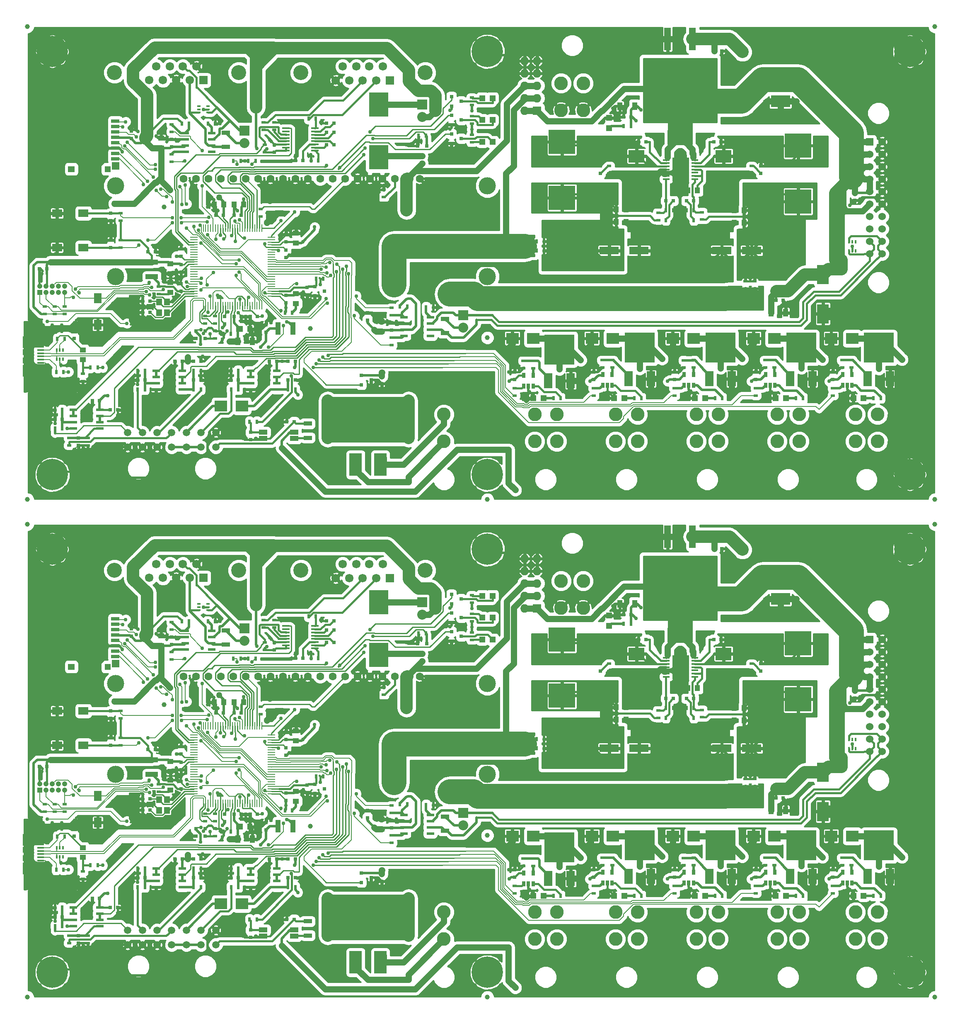
<source format=gbr>
G04 #@! TF.FileFunction,Copper,L1,Top,Mixed*
%FSLAX46Y46*%
G04 Gerber Fmt 4.6, Leading zero omitted, Abs format (unit mm)*
G04 Created by KiCad (PCBNEW 4.0.2-stable) date 4/20/2016 1:41:13 PM*
%MOMM*%
G01*
G04 APERTURE LIST*
%ADD10C,0.100000*%
%ADD11R,0.750000X0.800000*%
%ADD12R,1.250000X1.000000*%
%ADD13R,0.500000X0.900000*%
%ADD14R,2.500000X1.000000*%
%ADD15C,1.600000*%
%ADD16C,3.500000*%
%ADD17R,0.900000X0.500000*%
%ADD18R,1.700000X0.900000*%
%ADD19C,1.000000*%
%ADD20R,0.800100X0.800100*%
%ADD21R,1.500000X0.280000*%
%ADD22R,0.280000X1.500000*%
%ADD23R,1.524000X1.524000*%
%ADD24C,1.524000*%
%ADD25C,6.400000*%
%ADD26C,0.600000*%
%ADD27R,0.398780X0.749300*%
%ADD28R,1.000000X1.250000*%
%ADD29R,4.000500X1.600200*%
%ADD30R,0.800000X0.750000*%
%ADD31C,0.330000*%
%ADD32R,1.450000X0.450000*%
%ADD33R,3.400000X5.000000*%
%ADD34R,3.299460X2.499360*%
%ADD35R,5.400040X5.000000*%
%ADD36R,4.000500X2.400300*%
%ADD37R,1.000000X1.600000*%
%ADD38R,1.198880X1.198880*%
%ADD39R,10.800000X9.400000*%
%ADD40R,1.390000X4.600000*%
%ADD41C,2.800000*%
%ADD42R,1.651000X3.048000*%
%ADD43R,6.096000X6.096000*%
%ADD44R,0.650000X1.060000*%
%ADD45R,2.499360X2.301240*%
%ADD46R,2.400300X4.000500*%
%ADD47R,1.727200X1.727200*%
%ADD48O,1.727200X1.727200*%
%ADD49C,3.050000*%
%ADD50R,1.724000X1.724000*%
%ADD51C,1.724000*%
%ADD52R,1.500000X0.450000*%
%ADD53R,2.032000X2.032000*%
%ADD54O,2.032000X2.032000*%
%ADD55R,4.000000X5.000000*%
%ADD56R,1.000000X2.500000*%
%ADD57R,1.550000X0.600000*%
%ADD58R,1.700000X1.000000*%
%ADD59R,2.000000X1.600000*%
%ADD60R,0.749300X0.398780*%
%ADD61R,1.678940X0.800100*%
%ADD62R,1.300480X1.290320*%
%ADD63R,1.699260X1.501140*%
%ADD64R,1.501140X1.699260*%
%ADD65R,1.399540X1.290320*%
%ADD66R,1.501140X1.600200*%
%ADD67R,1.200000X1.400000*%
%ADD68R,1.600000X2.000000*%
%ADD69R,1.897380X1.173480*%
%ADD70R,1.897380X2.374900*%
%ADD71R,2.100580X1.473200*%
%ADD72R,1.379220X0.449580*%
%ADD73C,1.500000*%
%ADD74R,1.050000X1.050000*%
%ADD75C,1.050000*%
%ADD76R,2.500000X4.600000*%
%ADD77R,15.880000X9.400000*%
%ADD78C,0.762000*%
%ADD79C,1.270000*%
%ADD80C,2.540000*%
%ADD81C,0.508000*%
%ADD82C,1.270000*%
%ADD83C,0.381000*%
%ADD84C,2.540000*%
%ADD85C,0.254000*%
%ADD86C,0.152400*%
%ADD87C,0.250000*%
%ADD88C,0.203200*%
%ADD89C,5.080000*%
%ADD90C,0.190500*%
G04 APERTURE END LIST*
D10*
D11*
X111252000Y-201156000D03*
X111252000Y-199656000D03*
D12*
X113284000Y-201279000D03*
X113284000Y-199279000D03*
D13*
X111010000Y-203200000D03*
X112510000Y-203200000D03*
D14*
X83820000Y-195810000D03*
X83820000Y-192810000D03*
D15*
X90270000Y-175792000D03*
X92810000Y-175792000D03*
X95350000Y-175792000D03*
X97890000Y-175792000D03*
X100430000Y-175792000D03*
X102970000Y-175792000D03*
X105510000Y-175792000D03*
X108050000Y-175792000D03*
X110590000Y-175792000D03*
X113130000Y-175792000D03*
X115670000Y-175792000D03*
X118210000Y-175792000D03*
X120750000Y-175792000D03*
X123290000Y-175792000D03*
X125830000Y-175792000D03*
X128370000Y-175792000D03*
X130910000Y-175792000D03*
X133450000Y-175792000D03*
X135990000Y-175792000D03*
X138530000Y-175792000D03*
D16*
X76400000Y-177292000D03*
X152400000Y-177292000D03*
X76400000Y-195792000D03*
X152400000Y-195792000D03*
D11*
X111252000Y-190385000D03*
X111252000Y-191885000D03*
D17*
X106045000Y-182015000D03*
X106045000Y-183515000D03*
D18*
X143764000Y-204417000D03*
X143764000Y-207317000D03*
D19*
X116205000Y-206375000D03*
D13*
X139839000Y-202057000D03*
X141339000Y-202057000D03*
D11*
X115570000Y-198005000D03*
X115570000Y-199505000D03*
D20*
X117109240Y-197805000D03*
X117109240Y-199705000D03*
X119108220Y-198755000D03*
D13*
X118860000Y-196215000D03*
X117360000Y-196215000D03*
D17*
X96774000Y-208395000D03*
X96774000Y-206895000D03*
D13*
X99937000Y-207518000D03*
X98437000Y-207518000D03*
D17*
X94742000Y-203847000D03*
X94742000Y-205347000D03*
X96774000Y-203847000D03*
X96774000Y-205347000D03*
D11*
X127889000Y-204712000D03*
X127889000Y-203212000D03*
D12*
X130810000Y-206994000D03*
X130810000Y-204994000D03*
D17*
X132842000Y-203696000D03*
X132842000Y-202196000D03*
D13*
X134505000Y-201930000D03*
X136005000Y-201930000D03*
D11*
X132842000Y-206744000D03*
X132842000Y-205244000D03*
X89797000Y-193360476D03*
X89797000Y-194860476D03*
D12*
X87630000Y-193183000D03*
X87630000Y-195183000D03*
D11*
X89789000Y-191631000D03*
X89789000Y-190131000D03*
D21*
X92430000Y-187802000D03*
X92430000Y-188302000D03*
X92430000Y-188802000D03*
X92430000Y-189302000D03*
X92430000Y-189802000D03*
X92430000Y-190302000D03*
X92430000Y-190802000D03*
X92430000Y-191302000D03*
X92430000Y-191802000D03*
X92430000Y-192302000D03*
X92430000Y-192802000D03*
X92430000Y-193302000D03*
X92430000Y-193802000D03*
X92430000Y-194302000D03*
X92430000Y-194802000D03*
X92430000Y-195302000D03*
X92430000Y-195802000D03*
X92430000Y-196302000D03*
X92430000Y-196802000D03*
X92430000Y-197302000D03*
X92430000Y-197802000D03*
X92430000Y-198302000D03*
X92430000Y-198802000D03*
X92430000Y-199302000D03*
X92430000Y-199802000D03*
D22*
X94330000Y-201702000D03*
X94830000Y-201702000D03*
X95330000Y-201702000D03*
X95830000Y-201702000D03*
X96330000Y-201702000D03*
X96830000Y-201702000D03*
X97330000Y-201702000D03*
X97830000Y-201702000D03*
X98330000Y-201702000D03*
X98830000Y-201702000D03*
X99330000Y-201702000D03*
X99830000Y-201702000D03*
X100330000Y-201702000D03*
X100830000Y-201702000D03*
X101330000Y-201702000D03*
X101830000Y-201702000D03*
X102330000Y-201702000D03*
X102830000Y-201702000D03*
X103330000Y-201702000D03*
X103830000Y-201702000D03*
X104330000Y-201702000D03*
X104830000Y-201702000D03*
X105330000Y-201702000D03*
X105830000Y-201702000D03*
X106330000Y-201702000D03*
D21*
X108230000Y-199802000D03*
X108230000Y-199302000D03*
X108230000Y-198802000D03*
X108230000Y-198302000D03*
X108230000Y-197802000D03*
X108230000Y-197302000D03*
X108230000Y-196802000D03*
X108230000Y-196302000D03*
X108230000Y-195802000D03*
X108230000Y-195302000D03*
X108230000Y-194802000D03*
X108230000Y-194302000D03*
X108230000Y-193802000D03*
X108230000Y-193302000D03*
X108230000Y-192802000D03*
X108230000Y-192302000D03*
X108230000Y-191802000D03*
X108230000Y-191302000D03*
X108230000Y-190802000D03*
X108230000Y-190302000D03*
X108230000Y-189802000D03*
X108230000Y-189302000D03*
X108230000Y-188802000D03*
X108230000Y-188302000D03*
X108230000Y-187802000D03*
D22*
X106330000Y-185902000D03*
X105830000Y-185902000D03*
X105330000Y-185902000D03*
X104830000Y-185902000D03*
X104330000Y-185902000D03*
X103830000Y-185902000D03*
X103330000Y-185902000D03*
X102830000Y-185902000D03*
X102330000Y-185902000D03*
X101830000Y-185902000D03*
X101330000Y-185902000D03*
X100830000Y-185902000D03*
X100330000Y-185902000D03*
X99830000Y-185902000D03*
X99330000Y-185902000D03*
X98830000Y-185902000D03*
X98330000Y-185902000D03*
X97830000Y-185902000D03*
X97330000Y-185902000D03*
X96830000Y-185902000D03*
X96330000Y-185902000D03*
X95830000Y-185902000D03*
X95330000Y-185902000D03*
X94830000Y-185902000D03*
X94330000Y-185902000D03*
D23*
X230505000Y-168275000D03*
D24*
X233045000Y-168275000D03*
X230505000Y-170815000D03*
X233045000Y-170815000D03*
X230505000Y-173355000D03*
X233045000Y-173355000D03*
X230505000Y-175895000D03*
X233045000Y-175895000D03*
X230505000Y-178435000D03*
X233045000Y-178435000D03*
X230505000Y-180975000D03*
X233045000Y-180975000D03*
X230505000Y-183515000D03*
X233045000Y-183515000D03*
X230505000Y-186055000D03*
X233045000Y-186055000D03*
X230505000Y-188595000D03*
X233045000Y-188595000D03*
X230505000Y-191135000D03*
X233045000Y-191135000D03*
D19*
X243840000Y-144780000D03*
D25*
X238760000Y-149860000D03*
D26*
X241160000Y-149860000D03*
X240457056Y-151557056D03*
X238760000Y-152260000D03*
X237062944Y-151557056D03*
X236360000Y-149860000D03*
X237062944Y-148162944D03*
X238760000Y-147460000D03*
X240457056Y-148162944D03*
D27*
X226298760Y-190560960D03*
X226949000Y-190560960D03*
X227599240Y-190560960D03*
X227599240Y-188661040D03*
X226949000Y-188661040D03*
X226298760Y-188661040D03*
D11*
X227457000Y-180213000D03*
X227457000Y-178713000D03*
D28*
X204835000Y-182245000D03*
X202835000Y-182245000D03*
D29*
X206377540Y-190500000D03*
X200276460Y-190500000D03*
D17*
X196215000Y-184150000D03*
X196215000Y-182650000D03*
D28*
X204835000Y-184785000D03*
X202835000Y-184785000D03*
D13*
X194552000Y-184277000D03*
X193052000Y-184277000D03*
X188861000Y-184277000D03*
X190361000Y-184277000D03*
X194552000Y-182245000D03*
X193052000Y-182245000D03*
D30*
X194552000Y-180340000D03*
X193052000Y-180340000D03*
D28*
X195310000Y-178181000D03*
X193310000Y-178181000D03*
D31*
X191111000Y-172446400D03*
D32*
X188923000Y-171995000D03*
X188923000Y-172645000D03*
X188923000Y-173295000D03*
X188923000Y-173945000D03*
X188923000Y-174595000D03*
X188923000Y-175245000D03*
X188923000Y-175895000D03*
X194823000Y-175895000D03*
X194823000Y-175245000D03*
X194823000Y-174595000D03*
X194823000Y-173945000D03*
X194823000Y-173295000D03*
X194823000Y-172645000D03*
X194823000Y-171995000D03*
D33*
X191873000Y-173945000D03*
D31*
X192611000Y-172446400D03*
X191111000Y-173946400D03*
X192611000Y-173946400D03*
X191111000Y-175446400D03*
X192611000Y-175446400D03*
D30*
X188861000Y-180340000D03*
X190361000Y-180340000D03*
D13*
X188873000Y-182245000D03*
X190373000Y-182245000D03*
D17*
X177292000Y-173240000D03*
X177292000Y-174740000D03*
D34*
X182880000Y-171223940D03*
X182880000Y-178026060D03*
D28*
X178705000Y-182118000D03*
X180705000Y-182118000D03*
X178705000Y-184658000D03*
X180705000Y-184658000D03*
D11*
X175514000Y-173240000D03*
X175514000Y-174740000D03*
D17*
X187325000Y-184265000D03*
X187325000Y-182765000D03*
D29*
X177289460Y-190500000D03*
X183390540Y-190500000D03*
D35*
X215900000Y-169037000D03*
X215900000Y-180467000D03*
D34*
X200660000Y-171223940D03*
X200660000Y-178026060D03*
D17*
X206375000Y-173240000D03*
X206375000Y-174740000D03*
D11*
X208280000Y-173240000D03*
X208280000Y-174740000D03*
D36*
X204279500Y-160020000D03*
X212280500Y-160020000D03*
D37*
X179475000Y-161036000D03*
X182475000Y-161036000D03*
D38*
X177292000Y-165514020D03*
X177292000Y-163415980D03*
D30*
X184785000Y-168275000D03*
X183285000Y-168275000D03*
X181725000Y-163195000D03*
X180225000Y-163195000D03*
D13*
X181725000Y-165100000D03*
X180225000Y-165100000D03*
D39*
X191770000Y-156470000D03*
D40*
X189230000Y-147320000D03*
X194310000Y-147320000D03*
D37*
X196064000Y-168275000D03*
X193064000Y-168275000D03*
X190476000Y-168275000D03*
X187476000Y-168275000D03*
D30*
X198767000Y-149733000D03*
X200267000Y-149733000D03*
X198640000Y-168275000D03*
X200140000Y-168275000D03*
D41*
X195084000Y-223945000D03*
X195084000Y-229445000D03*
X199584000Y-223945000D03*
X199584000Y-229445000D03*
D42*
X197739000Y-216662000D03*
D43*
X200025000Y-210312000D03*
D42*
X202311000Y-216662000D03*
D17*
X211074000Y-212864000D03*
X211074000Y-214364000D03*
X209169000Y-212864000D03*
X209169000Y-214364000D03*
D11*
X207264000Y-216777000D03*
X207264000Y-215277000D03*
D17*
X207264000Y-218579000D03*
X207264000Y-220079000D03*
D44*
X209235000Y-218016000D03*
X210185000Y-218016000D03*
X211135000Y-218016000D03*
X211135000Y-215816000D03*
X209235000Y-215816000D03*
D13*
X200394000Y-220599000D03*
X198894000Y-220599000D03*
D44*
X224983000Y-218016000D03*
X225933000Y-218016000D03*
X226883000Y-218016000D03*
X226883000Y-215816000D03*
X224983000Y-215816000D03*
D11*
X223012000Y-216777000D03*
X223012000Y-215277000D03*
D42*
X230124000Y-216662000D03*
D43*
X232410000Y-210312000D03*
D42*
X234696000Y-216662000D03*
X214249000Y-216662000D03*
D43*
X216535000Y-210312000D03*
D42*
X218821000Y-216662000D03*
D17*
X224917000Y-212864000D03*
X224917000Y-214364000D03*
X223012000Y-218579000D03*
X223012000Y-220079000D03*
X226822000Y-212864000D03*
X226822000Y-214364000D03*
D45*
X226938840Y-208407000D03*
X222641160Y-208407000D03*
D17*
X205105000Y-196735000D03*
X205105000Y-198235000D03*
D46*
X220980000Y-195389500D03*
X220980000Y-203390500D03*
D17*
X207010000Y-196735000D03*
X207010000Y-198235000D03*
D45*
X211063840Y-208407000D03*
X206766160Y-208407000D03*
D30*
X211340000Y-200660000D03*
X212840000Y-200660000D03*
D37*
X213360000Y-203200000D03*
X210360000Y-203200000D03*
D41*
X227620000Y-223945000D03*
X227620000Y-229445000D03*
X232120000Y-223945000D03*
X232120000Y-229445000D03*
D25*
X238760000Y-236220000D03*
D26*
X241160000Y-236220000D03*
X240457056Y-237917056D03*
X238760000Y-238620000D03*
X237062944Y-237917056D03*
X236360000Y-236220000D03*
X237062944Y-234522944D03*
X238760000Y-233820000D03*
X240457056Y-234522944D03*
D41*
X211594000Y-223945000D03*
X211594000Y-229445000D03*
X216094000Y-223945000D03*
X216094000Y-229445000D03*
D13*
X232767000Y-220599000D03*
X231267000Y-220599000D03*
X216904000Y-220599000D03*
X215404000Y-220599000D03*
D19*
X243840000Y-241300000D03*
D38*
X229268020Y-220599000D03*
X227169980Y-220599000D03*
X213393020Y-220599000D03*
X211294980Y-220599000D03*
D41*
X171970000Y-161840000D03*
X171970000Y-156340000D03*
X167470000Y-161840000D03*
X167470000Y-156340000D03*
D25*
X152400000Y-149860000D03*
D26*
X154800000Y-149860000D03*
X154097056Y-151557056D03*
X152400000Y-152260000D03*
X150702944Y-151557056D03*
X150000000Y-149860000D03*
X150702944Y-148162944D03*
X152400000Y-147460000D03*
X154097056Y-148162944D03*
D47*
X162560000Y-161925000D03*
D48*
X160020000Y-161925000D03*
X162560000Y-159385000D03*
X160020000Y-159385000D03*
X162560000Y-156845000D03*
X160020000Y-156845000D03*
X162560000Y-154305000D03*
X160020000Y-154305000D03*
X162560000Y-151765000D03*
X160020000Y-151765000D03*
D38*
X151350980Y-159385000D03*
X153449020Y-159385000D03*
D49*
X139700000Y-154178000D03*
X114300000Y-154178000D03*
D50*
X132461000Y-155742400D03*
D51*
X129667000Y-155742400D03*
X126873000Y-155742400D03*
X124206000Y-155742400D03*
X121412000Y-155742400D03*
X122809000Y-152908000D03*
X125603000Y-152908000D03*
X128270000Y-152908000D03*
X131064000Y-152908000D03*
D20*
X140015000Y-169179240D03*
X138115000Y-169179240D03*
X139065000Y-171178220D03*
D52*
X117138999Y-170090000D03*
X117138999Y-169440000D03*
X117138999Y-168790000D03*
X117138999Y-168140000D03*
X117138999Y-167490000D03*
X117138999Y-166840000D03*
X117138999Y-166190000D03*
X117138999Y-165540000D03*
X111238999Y-165540000D03*
X111238999Y-166190000D03*
X111238999Y-166840000D03*
X111238999Y-167490000D03*
X111238999Y-168140000D03*
X111238999Y-168790000D03*
X111238999Y-169440000D03*
X111238999Y-170090000D03*
D13*
X117844000Y-172085000D03*
X116344000Y-172085000D03*
X115836000Y-163576000D03*
X117336000Y-163576000D03*
D53*
X139065000Y-160655000D03*
D54*
X139065000Y-163195000D03*
D55*
X130175000Y-171455000D03*
X130175000Y-160655000D03*
D17*
X149225000Y-164580000D03*
X149225000Y-163080000D03*
D38*
X151350980Y-163830000D03*
X153449020Y-163830000D03*
D20*
X145049240Y-159070000D03*
X145049240Y-160970000D03*
X147048220Y-160020000D03*
D17*
X149225000Y-160770000D03*
X149225000Y-159270000D03*
D20*
X145049240Y-162880000D03*
X145049240Y-164780000D03*
X147048220Y-163830000D03*
D35*
X167640000Y-168275000D03*
X167640000Y-179705000D03*
D17*
X149225000Y-166890000D03*
X149225000Y-168390000D03*
D13*
X163945000Y-190500000D03*
X162445000Y-190500000D03*
X163945000Y-188595000D03*
X162445000Y-188595000D03*
D20*
X145049240Y-166690000D03*
X145049240Y-168590000D03*
X147048220Y-167640000D03*
D38*
X151350980Y-168275000D03*
X153449020Y-168275000D03*
D30*
X121019000Y-164465000D03*
X119519000Y-164465000D03*
X119519000Y-166370000D03*
X121019000Y-166370000D03*
D17*
X131191000Y-179566000D03*
X131191000Y-178066000D03*
D13*
X139815000Y-167005000D03*
X138315000Y-167005000D03*
D30*
X114669000Y-172085000D03*
X113169000Y-172085000D03*
D11*
X111252000Y-188710000D03*
X111252000Y-187210000D03*
D30*
X121019000Y-168910000D03*
X119519000Y-168910000D03*
D12*
X113284000Y-188960000D03*
X113284000Y-186960000D03*
D11*
X92837000Y-206895000D03*
X92837000Y-208395000D03*
X98679000Y-205474000D03*
X98679000Y-203974000D03*
D30*
X105398000Y-203962000D03*
X103898000Y-203962000D03*
D37*
X101370000Y-209042000D03*
X104370000Y-209042000D03*
D11*
X94742000Y-208395000D03*
X94742000Y-206895000D03*
D28*
X101870000Y-206502000D03*
X103870000Y-206502000D03*
D11*
X107188000Y-207137000D03*
X107188000Y-205637000D03*
D30*
X100596000Y-203962000D03*
X102096000Y-203962000D03*
D45*
X97927160Y-222250000D03*
X102224840Y-222250000D03*
D30*
X92341000Y-216916000D03*
X93841000Y-216916000D03*
D13*
X92341000Y-215011000D03*
X93841000Y-215011000D03*
D30*
X101473000Y-216916000D03*
X99973000Y-216916000D03*
D13*
X93841000Y-218821000D03*
X92341000Y-218821000D03*
D30*
X93841000Y-213106000D03*
X92341000Y-213106000D03*
D56*
X112625000Y-206375000D03*
X109625000Y-206375000D03*
D57*
X103980000Y-215011000D03*
X103980000Y-216281000D03*
X103980000Y-217551000D03*
X103980000Y-218821000D03*
X109380000Y-218821000D03*
X109380000Y-217551000D03*
X109380000Y-216281000D03*
X109380000Y-215011000D03*
D30*
X111645000Y-216916000D03*
X113145000Y-216916000D03*
D13*
X100001422Y-218821000D03*
X101501422Y-218821000D03*
D30*
X113145000Y-213106000D03*
X111645000Y-213106000D03*
X107835000Y-213106000D03*
X109335000Y-213106000D03*
D13*
X101461000Y-215011000D03*
X99961000Y-215011000D03*
X113145000Y-218821000D03*
X111645000Y-218821000D03*
D58*
X106603000Y-227584000D03*
X112903000Y-227584000D03*
X106603000Y-228854000D03*
X112903000Y-228854000D03*
D18*
X115697000Y-225806000D03*
X115697000Y-228706000D03*
D13*
X103771000Y-225425000D03*
X105271000Y-225425000D03*
D11*
X104013000Y-227596000D03*
X104013000Y-229096000D03*
D30*
X112891000Y-225425000D03*
X111391000Y-225425000D03*
D57*
X90632333Y-166542000D03*
X90632333Y-167812000D03*
X90632333Y-169082000D03*
X90632333Y-170352000D03*
X96032333Y-170352000D03*
X96032333Y-169082000D03*
X96032333Y-167812000D03*
X96032333Y-166542000D03*
D13*
X95262000Y-164592000D03*
X96762000Y-164592000D03*
D18*
X98933000Y-166444000D03*
X98933000Y-169344000D03*
D17*
X87884000Y-170815000D03*
X87884000Y-172315000D03*
D11*
X108839000Y-168922000D03*
X108839000Y-170422000D03*
D17*
X108839000Y-165850000D03*
X108839000Y-164350000D03*
X106680000Y-164350000D03*
X106680000Y-165850000D03*
X106934000Y-168922000D03*
X106934000Y-170422000D03*
D53*
X102743000Y-165989000D03*
D54*
X102743000Y-168529000D03*
D19*
X86360000Y-181610000D03*
D59*
X64450000Y-189865000D03*
X69850000Y-189865000D03*
X64450000Y-182880000D03*
X69850000Y-182880000D03*
D17*
X77470000Y-189853000D03*
X77470000Y-188353000D03*
D11*
X75438000Y-189853000D03*
X75438000Y-188353000D03*
X75438000Y-182892000D03*
X75438000Y-184392000D03*
D17*
X77470000Y-182892000D03*
X77470000Y-184392000D03*
D30*
X83058000Y-190754000D03*
X84558000Y-190754000D03*
D11*
X87884000Y-169279000D03*
X87884000Y-167779000D03*
D12*
X85725000Y-169529000D03*
X85725000Y-167529000D03*
D17*
X87884000Y-164731000D03*
X87884000Y-166231000D03*
D13*
X89928000Y-164592000D03*
X91428000Y-164592000D03*
D11*
X79629000Y-167628000D03*
X79629000Y-166128000D03*
D28*
X100600000Y-181102000D03*
X102600000Y-181102000D03*
X98536000Y-181102000D03*
X96536000Y-181102000D03*
D13*
X101969000Y-172212000D03*
X100469000Y-172212000D03*
D30*
X98438524Y-183269000D03*
X96938524Y-183269000D03*
D13*
X105017000Y-172212000D03*
X103517000Y-172212000D03*
D30*
X100596000Y-183261000D03*
X102096000Y-183261000D03*
D49*
X101600000Y-154137600D03*
X76200000Y-154137600D03*
D50*
X94361000Y-155702000D03*
D51*
X91567000Y-155702000D03*
X88773000Y-155702000D03*
X86106000Y-155702000D03*
X83312000Y-155702000D03*
X84709000Y-152867600D03*
X87503000Y-152867600D03*
X90170000Y-152867600D03*
X92964000Y-152867600D03*
D60*
X95310960Y-162321240D03*
X95310960Y-161671000D03*
X95310960Y-161020760D03*
X93411040Y-161020760D03*
X93411040Y-161671000D03*
X93411040Y-162321240D03*
D25*
X63500000Y-149860000D03*
D26*
X65900000Y-149860000D03*
X65197056Y-151557056D03*
X63500000Y-152260000D03*
X61802944Y-151557056D03*
X61100000Y-149860000D03*
X61802944Y-148162944D03*
X63500000Y-147460000D03*
X65197056Y-148162944D03*
D19*
X58420000Y-144780000D03*
D61*
X76354940Y-171787820D03*
X76354940Y-170688000D03*
X76354940Y-169588180D03*
X76354940Y-168488360D03*
X76354940Y-167386000D03*
X76354940Y-166286180D03*
X76354940Y-165186360D03*
X76354940Y-164086540D03*
D62*
X74795380Y-173842680D03*
D63*
X61595000Y-173736000D03*
D64*
X76446380Y-160538160D03*
D65*
X67396360Y-173842680D03*
D63*
X61595000Y-160238440D03*
D66*
X76446380Y-173197520D03*
D67*
X85306000Y-200957000D03*
X85306000Y-203157000D03*
X86906000Y-200957000D03*
X86906000Y-203157000D03*
D11*
X89789000Y-198743000D03*
X89789000Y-197243000D03*
D30*
X83427000Y-203073000D03*
X81927000Y-203073000D03*
D68*
X72771000Y-205646000D03*
X72771000Y-200246000D03*
D17*
X85217000Y-197878000D03*
X85217000Y-199378000D03*
D30*
X83427000Y-200787000D03*
X81927000Y-200787000D03*
D12*
X87630000Y-198993000D03*
X87630000Y-196993000D03*
D17*
X66929000Y-230239000D03*
X66929000Y-228739000D03*
D13*
X64020000Y-226822000D03*
X65520000Y-226822000D03*
D25*
X63500000Y-236220000D03*
D26*
X65900000Y-236220000D03*
X65197056Y-237917056D03*
X63500000Y-238620000D03*
X61802944Y-237917056D03*
X61100000Y-236220000D03*
X61802944Y-234522944D03*
X63500000Y-233820000D03*
X65197056Y-234522944D03*
D19*
X58420000Y-241300000D03*
D17*
X69723000Y-215658000D03*
X69723000Y-217158000D03*
D13*
X65774000Y-215265000D03*
X64274000Y-215265000D03*
X64516000Y-208534000D03*
X66016000Y-208534000D03*
D12*
X69723000Y-212772500D03*
X69723000Y-210772500D03*
D27*
X64373760Y-212658960D03*
X65024000Y-212658960D03*
X65674240Y-212658960D03*
X65674240Y-210759040D03*
X65024000Y-210759040D03*
X64373760Y-210759040D03*
D69*
X58420000Y-211251800D03*
X58420000Y-212928200D03*
D70*
X58420000Y-215003380D03*
X58420000Y-209176620D03*
D71*
X60718700Y-214551260D03*
X60718700Y-209628740D03*
D72*
X61079380Y-210789520D03*
X61079380Y-211439760D03*
X61079380Y-212090000D03*
X61079380Y-212740240D03*
X61079380Y-213390480D03*
D11*
X67945000Y-208395000D03*
X67945000Y-206895000D03*
D13*
X72759000Y-214376000D03*
X71259000Y-214376000D03*
D57*
X84676000Y-215011000D03*
X84676000Y-216281000D03*
X84676000Y-217551000D03*
X84676000Y-218821000D03*
X90076000Y-218821000D03*
X90076000Y-217551000D03*
X90076000Y-216281000D03*
X90076000Y-215011000D03*
D30*
X82411000Y-216916000D03*
X80911000Y-216916000D03*
D73*
X96884000Y-230630000D03*
X96884000Y-227630000D03*
X93884000Y-227630000D03*
X93884000Y-230630000D03*
X90884000Y-230630000D03*
X90884000Y-227630000D03*
X87884000Y-227630000D03*
X87884000Y-230630000D03*
X84884000Y-230630000D03*
X84884000Y-227630000D03*
X81884000Y-227630000D03*
X81884000Y-230630000D03*
X78884000Y-227630000D03*
X78884000Y-230630000D03*
D30*
X88531000Y-213106000D03*
X90031000Y-213106000D03*
D13*
X82411000Y-215011000D03*
X80911000Y-215011000D03*
X80911000Y-218821000D03*
X82411000Y-218821000D03*
D30*
X76823000Y-223012000D03*
X75323000Y-223012000D03*
D57*
X67785000Y-223012000D03*
X67785000Y-224282000D03*
X67785000Y-225552000D03*
X67785000Y-226822000D03*
X73185000Y-226822000D03*
X73185000Y-225552000D03*
X73185000Y-224282000D03*
X73185000Y-223012000D03*
D17*
X70739000Y-228739000D03*
X70739000Y-230239000D03*
D30*
X65520000Y-224917000D03*
X64020000Y-224917000D03*
X71640000Y-221107000D03*
X73140000Y-221107000D03*
D13*
X65520000Y-223012000D03*
X64020000Y-223012000D03*
D11*
X68834000Y-228739000D03*
X68834000Y-230239000D03*
D30*
X62345000Y-194233800D03*
X60845000Y-194233800D03*
D17*
X66040000Y-201942000D03*
X66040000Y-203442000D03*
X64008000Y-201942000D03*
X64008000Y-203442000D03*
X61976000Y-201942000D03*
X61976000Y-203442000D03*
D74*
X60960000Y-199009000D03*
D75*
X62230000Y-199009000D03*
X63500000Y-199009000D03*
X64770000Y-199009000D03*
X66040000Y-199009000D03*
X62230000Y-197739000D03*
X63500000Y-197739000D03*
X64770000Y-197739000D03*
X66040000Y-197739000D03*
X60960000Y-197739000D03*
D41*
X143510000Y-223945000D03*
X143510000Y-229445000D03*
D25*
X152400000Y-236220000D03*
D26*
X154800000Y-236220000D03*
X154097056Y-237917056D03*
X152400000Y-238620000D03*
X150702944Y-237917056D03*
X150000000Y-236220000D03*
X150702944Y-234522944D03*
X152400000Y-233820000D03*
X154097056Y-234522944D03*
D76*
X130516000Y-234188000D03*
D77*
X128016000Y-225038000D03*
D76*
X125476000Y-234188000D03*
D11*
X130810000Y-217666000D03*
X130810000Y-216166000D03*
D19*
X152400000Y-241300000D03*
D57*
X135349000Y-204089000D03*
X135349000Y-205359000D03*
X135349000Y-206629000D03*
X135349000Y-207899000D03*
X140749000Y-207899000D03*
X140749000Y-206629000D03*
X140749000Y-205359000D03*
X140749000Y-204089000D03*
D17*
X132842000Y-208292000D03*
X132842000Y-209792000D03*
D53*
X147447000Y-203708000D03*
D54*
X147447000Y-206248000D03*
D20*
X126634240Y-215966000D03*
X126634240Y-217866000D03*
X128633220Y-216916000D03*
D19*
X152400000Y-208280000D03*
D44*
X159832000Y-218143000D03*
X160782000Y-218143000D03*
X161732000Y-218143000D03*
X161732000Y-215943000D03*
X159832000Y-215943000D03*
D17*
X157988000Y-218579000D03*
X157988000Y-220079000D03*
D42*
X164846000Y-217043000D03*
D43*
X167132000Y-210693000D03*
D42*
X169418000Y-217043000D03*
D17*
X159766000Y-212991000D03*
X159766000Y-214491000D03*
D11*
X157988000Y-216777000D03*
X157988000Y-215277000D03*
D45*
X161787840Y-208407000D03*
X157490160Y-208407000D03*
D17*
X161798000Y-212991000D03*
X161798000Y-214491000D03*
D44*
X175961000Y-218016000D03*
X176911000Y-218016000D03*
X177861000Y-218016000D03*
X177861000Y-215816000D03*
X175961000Y-215816000D03*
D45*
X178043840Y-208407000D03*
X173746160Y-208407000D03*
D17*
X174117000Y-218579000D03*
X174117000Y-220079000D03*
D11*
X174117000Y-216777000D03*
X174117000Y-215277000D03*
D17*
X175895000Y-212864000D03*
X175895000Y-214364000D03*
X177927000Y-212864000D03*
X177927000Y-214364000D03*
D42*
X181229000Y-216662000D03*
D43*
X183515000Y-210312000D03*
D42*
X185801000Y-216662000D03*
D41*
X178574000Y-223945000D03*
X178574000Y-229445000D03*
X183074000Y-223945000D03*
X183074000Y-229445000D03*
D13*
X167374000Y-220599000D03*
X165874000Y-220599000D03*
X183884000Y-220599000D03*
X182384000Y-220599000D03*
D38*
X180373020Y-220599000D03*
X178274980Y-220599000D03*
X163863020Y-220599000D03*
X161764980Y-220599000D03*
D41*
X162064000Y-223945000D03*
X162064000Y-229445000D03*
X166564000Y-223945000D03*
X166564000Y-229445000D03*
D44*
X192598000Y-218016000D03*
X193548000Y-218016000D03*
X194498000Y-218016000D03*
X194498000Y-215816000D03*
X192598000Y-215816000D03*
D17*
X194564000Y-212864000D03*
X194564000Y-214364000D03*
X190627000Y-218579000D03*
X190627000Y-220079000D03*
D11*
X190627000Y-216777000D03*
X190627000Y-215277000D03*
D17*
X192532000Y-212876000D03*
X192532000Y-214376000D03*
D38*
X196883020Y-220599000D03*
X194784980Y-220599000D03*
D45*
X194553840Y-208407000D03*
X190256160Y-208407000D03*
D18*
X98933000Y-64844000D03*
X98933000Y-67744000D03*
D74*
X60960000Y-97409000D03*
D75*
X62230000Y-97409000D03*
X63500000Y-97409000D03*
X64770000Y-97409000D03*
X66040000Y-97409000D03*
X62230000Y-96139000D03*
X63500000Y-96139000D03*
X64770000Y-96139000D03*
X66040000Y-96139000D03*
X60960000Y-96139000D03*
D20*
X126634240Y-114366000D03*
X126634240Y-116266000D03*
X128633220Y-115316000D03*
D21*
X92430000Y-86202000D03*
X92430000Y-86702000D03*
X92430000Y-87202000D03*
X92430000Y-87702000D03*
X92430000Y-88202000D03*
X92430000Y-88702000D03*
X92430000Y-89202000D03*
X92430000Y-89702000D03*
X92430000Y-90202000D03*
X92430000Y-90702000D03*
X92430000Y-91202000D03*
X92430000Y-91702000D03*
X92430000Y-92202000D03*
X92430000Y-92702000D03*
X92430000Y-93202000D03*
X92430000Y-93702000D03*
X92430000Y-94202000D03*
X92430000Y-94702000D03*
X92430000Y-95202000D03*
X92430000Y-95702000D03*
X92430000Y-96202000D03*
X92430000Y-96702000D03*
X92430000Y-97202000D03*
X92430000Y-97702000D03*
X92430000Y-98202000D03*
D22*
X94330000Y-100102000D03*
X94830000Y-100102000D03*
X95330000Y-100102000D03*
X95830000Y-100102000D03*
X96330000Y-100102000D03*
X96830000Y-100102000D03*
X97330000Y-100102000D03*
X97830000Y-100102000D03*
X98330000Y-100102000D03*
X98830000Y-100102000D03*
X99330000Y-100102000D03*
X99830000Y-100102000D03*
X100330000Y-100102000D03*
X100830000Y-100102000D03*
X101330000Y-100102000D03*
X101830000Y-100102000D03*
X102330000Y-100102000D03*
X102830000Y-100102000D03*
X103330000Y-100102000D03*
X103830000Y-100102000D03*
X104330000Y-100102000D03*
X104830000Y-100102000D03*
X105330000Y-100102000D03*
X105830000Y-100102000D03*
X106330000Y-100102000D03*
D21*
X108230000Y-98202000D03*
X108230000Y-97702000D03*
X108230000Y-97202000D03*
X108230000Y-96702000D03*
X108230000Y-96202000D03*
X108230000Y-95702000D03*
X108230000Y-95202000D03*
X108230000Y-94702000D03*
X108230000Y-94202000D03*
X108230000Y-93702000D03*
X108230000Y-93202000D03*
X108230000Y-92702000D03*
X108230000Y-92202000D03*
X108230000Y-91702000D03*
X108230000Y-91202000D03*
X108230000Y-90702000D03*
X108230000Y-90202000D03*
X108230000Y-89702000D03*
X108230000Y-89202000D03*
X108230000Y-88702000D03*
X108230000Y-88202000D03*
X108230000Y-87702000D03*
X108230000Y-87202000D03*
X108230000Y-86702000D03*
X108230000Y-86202000D03*
D22*
X106330000Y-84302000D03*
X105830000Y-84302000D03*
X105330000Y-84302000D03*
X104830000Y-84302000D03*
X104330000Y-84302000D03*
X103830000Y-84302000D03*
X103330000Y-84302000D03*
X102830000Y-84302000D03*
X102330000Y-84302000D03*
X101830000Y-84302000D03*
X101330000Y-84302000D03*
X100830000Y-84302000D03*
X100330000Y-84302000D03*
X99830000Y-84302000D03*
X99330000Y-84302000D03*
X98830000Y-84302000D03*
X98330000Y-84302000D03*
X97830000Y-84302000D03*
X97330000Y-84302000D03*
X96830000Y-84302000D03*
X96330000Y-84302000D03*
X95830000Y-84302000D03*
X95330000Y-84302000D03*
X94830000Y-84302000D03*
X94330000Y-84302000D03*
D53*
X147447000Y-102108000D03*
D54*
X147447000Y-104648000D03*
D11*
X130810000Y-116066000D03*
X130810000Y-114566000D03*
D30*
X83427000Y-99187000D03*
X81927000Y-99187000D03*
X100596000Y-102362000D03*
X102096000Y-102362000D03*
D12*
X87630000Y-91583000D03*
X87630000Y-93583000D03*
D73*
X96884000Y-129030000D03*
X96884000Y-126030000D03*
X93884000Y-126030000D03*
X93884000Y-129030000D03*
X90884000Y-129030000D03*
X90884000Y-126030000D03*
X87884000Y-126030000D03*
X87884000Y-129030000D03*
X84884000Y-129030000D03*
X84884000Y-126030000D03*
X81884000Y-126030000D03*
X81884000Y-129030000D03*
X78884000Y-126030000D03*
X78884000Y-129030000D03*
D38*
X163863020Y-118999000D03*
X161764980Y-118999000D03*
X180373020Y-118999000D03*
X178274980Y-118999000D03*
X196883020Y-118999000D03*
X194784980Y-118999000D03*
X213393020Y-118999000D03*
X211294980Y-118999000D03*
X229268020Y-118999000D03*
X227169980Y-118999000D03*
D19*
X58420000Y-43180000D03*
X58420000Y-139700000D03*
X243840000Y-139700000D03*
D53*
X102743000Y-64389000D03*
D54*
X102743000Y-66929000D03*
D53*
X139065000Y-59055000D03*
D54*
X139065000Y-61595000D03*
D13*
X139815000Y-65405000D03*
X138315000Y-65405000D03*
D17*
X77470000Y-81292000D03*
X77470000Y-82792000D03*
X77470000Y-88253000D03*
X77470000Y-86753000D03*
D13*
X105017000Y-70612000D03*
X103517000Y-70612000D03*
X101969000Y-70612000D03*
X100469000Y-70612000D03*
D17*
X66040000Y-100342000D03*
X66040000Y-101842000D03*
X64008000Y-100342000D03*
X64008000Y-101842000D03*
X61976000Y-100342000D03*
X61976000Y-101842000D03*
D13*
X64516000Y-106934000D03*
X66016000Y-106934000D03*
D25*
X63500000Y-48260000D03*
D26*
X65900000Y-48260000D03*
X65197056Y-49957056D03*
X63500000Y-50660000D03*
X61802944Y-49957056D03*
X61100000Y-48260000D03*
X61802944Y-46562944D03*
X63500000Y-45860000D03*
X65197056Y-46562944D03*
D25*
X63500000Y-134620000D03*
D26*
X65900000Y-134620000D03*
X65197056Y-136317056D03*
X63500000Y-137020000D03*
X61802944Y-136317056D03*
X61100000Y-134620000D03*
X61802944Y-132922944D03*
X63500000Y-132220000D03*
X65197056Y-132922944D03*
D25*
X152400000Y-134620000D03*
D26*
X154800000Y-134620000D03*
X154097056Y-136317056D03*
X152400000Y-137020000D03*
X150702944Y-136317056D03*
X150000000Y-134620000D03*
X150702944Y-132922944D03*
X152400000Y-132220000D03*
X154097056Y-132922944D03*
D25*
X238760000Y-134620000D03*
D26*
X241160000Y-134620000D03*
X240457056Y-136317056D03*
X238760000Y-137020000D03*
X237062944Y-136317056D03*
X236360000Y-134620000D03*
X237062944Y-132922944D03*
X238760000Y-132220000D03*
X240457056Y-132922944D03*
D17*
X106934000Y-67322000D03*
X106934000Y-68822000D03*
X106680000Y-62750000D03*
X106680000Y-64250000D03*
D13*
X115836000Y-61976000D03*
X117336000Y-61976000D03*
X117844000Y-70485000D03*
X116344000Y-70485000D03*
D17*
X108839000Y-64250000D03*
X108839000Y-62750000D03*
X161798000Y-111391000D03*
X161798000Y-112891000D03*
X177927000Y-111264000D03*
X177927000Y-112764000D03*
X157988000Y-116979000D03*
X157988000Y-118479000D03*
X174117000Y-116979000D03*
X174117000Y-118479000D03*
X159766000Y-111391000D03*
X159766000Y-112891000D03*
X175895000Y-111264000D03*
X175895000Y-112764000D03*
D13*
X167374000Y-118999000D03*
X165874000Y-118999000D03*
X183884000Y-118999000D03*
X182384000Y-118999000D03*
D17*
X194564000Y-111264000D03*
X194564000Y-112764000D03*
X211074000Y-111264000D03*
X211074000Y-112764000D03*
X190627000Y-116979000D03*
X190627000Y-118479000D03*
X207264000Y-116979000D03*
X207264000Y-118479000D03*
X192532000Y-111276000D03*
X192532000Y-112776000D03*
X209169000Y-111264000D03*
X209169000Y-112764000D03*
D13*
X200394000Y-118999000D03*
X198894000Y-118999000D03*
X216904000Y-118999000D03*
X215404000Y-118999000D03*
D17*
X226822000Y-111264000D03*
X226822000Y-112764000D03*
X223012000Y-116979000D03*
X223012000Y-118479000D03*
X224917000Y-111264000D03*
X224917000Y-112764000D03*
D13*
X232767000Y-118999000D03*
X231267000Y-118999000D03*
X113145000Y-117221000D03*
X111645000Y-117221000D03*
X100001422Y-117221000D03*
X101501422Y-117221000D03*
X101461000Y-113411000D03*
X99961000Y-113411000D03*
X80911000Y-117221000D03*
X82411000Y-117221000D03*
X82411000Y-113411000D03*
X80911000Y-113411000D03*
X93841000Y-117221000D03*
X92341000Y-117221000D03*
X103771000Y-123825000D03*
X105271000Y-123825000D03*
X92341000Y-113411000D03*
X93841000Y-113411000D03*
D18*
X115697000Y-124206000D03*
X115697000Y-127106000D03*
D13*
X64020000Y-125222000D03*
X65520000Y-125222000D03*
X65520000Y-121412000D03*
X64020000Y-121412000D03*
D17*
X66929000Y-128639000D03*
X66929000Y-127139000D03*
X70739000Y-127139000D03*
X70739000Y-128639000D03*
X106045000Y-80415000D03*
X106045000Y-81915000D03*
D13*
X118860000Y-94615000D03*
X117360000Y-94615000D03*
D17*
X85217000Y-96278000D03*
X85217000Y-97778000D03*
D13*
X111010000Y-101600000D03*
X112510000Y-101600000D03*
X72759000Y-112776000D03*
X71259000Y-112776000D03*
D17*
X94742000Y-102247000D03*
X94742000Y-103747000D03*
X96774000Y-102247000D03*
X96774000Y-103747000D03*
D13*
X99937000Y-105918000D03*
X98437000Y-105918000D03*
D17*
X96774000Y-106795000D03*
X96774000Y-105295000D03*
D68*
X72771000Y-104046000D03*
X72771000Y-98646000D03*
D59*
X64450000Y-81280000D03*
X69850000Y-81280000D03*
X64450000Y-88265000D03*
X69850000Y-88265000D03*
D31*
X191111000Y-70846400D03*
D32*
X188923000Y-70395000D03*
X188923000Y-71045000D03*
X188923000Y-71695000D03*
X188923000Y-72345000D03*
X188923000Y-72995000D03*
X188923000Y-73645000D03*
X188923000Y-74295000D03*
X194823000Y-74295000D03*
X194823000Y-73645000D03*
X194823000Y-72995000D03*
X194823000Y-72345000D03*
X194823000Y-71695000D03*
X194823000Y-71045000D03*
X194823000Y-70395000D03*
D33*
X191873000Y-72345000D03*
D31*
X192611000Y-70846400D03*
X191111000Y-72346400D03*
X192611000Y-72346400D03*
X191111000Y-73846400D03*
X192611000Y-73846400D03*
D52*
X117138999Y-68490000D03*
X117138999Y-67840000D03*
X117138999Y-67190000D03*
X117138999Y-66540000D03*
X117138999Y-65890000D03*
X117138999Y-65240000D03*
X117138999Y-64590000D03*
X117138999Y-63940000D03*
X111238999Y-63940000D03*
X111238999Y-64590000D03*
X111238999Y-65240000D03*
X111238999Y-65890000D03*
X111238999Y-66540000D03*
X111238999Y-67190000D03*
X111238999Y-67840000D03*
X111238999Y-68490000D03*
D57*
X135349000Y-102489000D03*
X135349000Y-103759000D03*
X135349000Y-105029000D03*
X135349000Y-106299000D03*
X140749000Y-106299000D03*
X140749000Y-105029000D03*
X140749000Y-103759000D03*
X140749000Y-102489000D03*
X90632333Y-64942000D03*
X90632333Y-66212000D03*
X90632333Y-67482000D03*
X90632333Y-68752000D03*
X96032333Y-68752000D03*
X96032333Y-67482000D03*
X96032333Y-66212000D03*
X96032333Y-64942000D03*
D11*
X67945000Y-106795000D03*
X67945000Y-105295000D03*
X227457000Y-78613000D03*
X227457000Y-77113000D03*
D30*
X62345000Y-92633800D03*
X60845000Y-92633800D03*
D11*
X79629000Y-66028000D03*
X79629000Y-64528000D03*
D12*
X85725000Y-67929000D03*
X85725000Y-65929000D03*
D46*
X220980000Y-93789500D03*
X220980000Y-101790500D03*
D36*
X204279500Y-58420000D03*
X212280500Y-58420000D03*
D30*
X181725000Y-61595000D03*
X180225000Y-61595000D03*
X198767000Y-48133000D03*
X200267000Y-48133000D03*
D37*
X190476000Y-66675000D03*
X187476000Y-66675000D03*
X196064000Y-66675000D03*
X193064000Y-66675000D03*
D30*
X184785000Y-66675000D03*
X183285000Y-66675000D03*
X198640000Y-66675000D03*
X200140000Y-66675000D03*
D11*
X175514000Y-71640000D03*
X175514000Y-73140000D03*
X208280000Y-71640000D03*
X208280000Y-73140000D03*
D28*
X178705000Y-83058000D03*
X180705000Y-83058000D03*
X178705000Y-80518000D03*
X180705000Y-80518000D03*
D29*
X177289460Y-88900000D03*
X183390540Y-88900000D03*
D28*
X195310000Y-76581000D03*
X193310000Y-76581000D03*
D29*
X206377540Y-88900000D03*
X200276460Y-88900000D03*
D28*
X204835000Y-83185000D03*
X202835000Y-83185000D03*
X204835000Y-80645000D03*
X202835000Y-80645000D03*
D30*
X188861000Y-78740000D03*
X190361000Y-78740000D03*
X194552000Y-78740000D03*
X193052000Y-78740000D03*
D11*
X108839000Y-67322000D03*
X108839000Y-68822000D03*
D30*
X121019000Y-67310000D03*
X119519000Y-67310000D03*
X114669000Y-70485000D03*
X113169000Y-70485000D03*
X119519000Y-64770000D03*
X121019000Y-64770000D03*
X121019000Y-62865000D03*
X119519000Y-62865000D03*
D12*
X130810000Y-105394000D03*
X130810000Y-103394000D03*
D11*
X127889000Y-103112000D03*
X127889000Y-101612000D03*
X132842000Y-105144000D03*
X132842000Y-103644000D03*
X87884000Y-67679000D03*
X87884000Y-66179000D03*
X75438000Y-81292000D03*
X75438000Y-82792000D03*
X75438000Y-88253000D03*
X75438000Y-86753000D03*
X157988000Y-115177000D03*
X157988000Y-113677000D03*
X174117000Y-115177000D03*
X174117000Y-113677000D03*
X190627000Y-115177000D03*
X190627000Y-113677000D03*
X207264000Y-115177000D03*
X207264000Y-113677000D03*
X223012000Y-115177000D03*
X223012000Y-113677000D03*
D30*
X107835000Y-111506000D03*
X109335000Y-111506000D03*
X113145000Y-111506000D03*
X111645000Y-111506000D03*
X101473000Y-115316000D03*
X99973000Y-115316000D03*
X111645000Y-115316000D03*
X113145000Y-115316000D03*
X71640000Y-119507000D03*
X73140000Y-119507000D03*
X82411000Y-115316000D03*
X80911000Y-115316000D03*
X88531000Y-111506000D03*
X90031000Y-111506000D03*
D11*
X104013000Y-125996000D03*
X104013000Y-127496000D03*
D30*
X92341000Y-115316000D03*
X93841000Y-115316000D03*
X76823000Y-121412000D03*
X75323000Y-121412000D03*
X112891000Y-123825000D03*
X111391000Y-123825000D03*
X65520000Y-123317000D03*
X64020000Y-123317000D03*
X93841000Y-111506000D03*
X92341000Y-111506000D03*
D11*
X68834000Y-127139000D03*
X68834000Y-128639000D03*
X115570000Y-96405000D03*
X115570000Y-97905000D03*
D30*
X83058000Y-89154000D03*
X84558000Y-89154000D03*
D11*
X89789000Y-97143000D03*
X89789000Y-95643000D03*
D12*
X87630000Y-97393000D03*
X87630000Y-95393000D03*
D11*
X111252000Y-99556000D03*
X111252000Y-98056000D03*
X107188000Y-105537000D03*
X107188000Y-104037000D03*
D12*
X113284000Y-99679000D03*
X113284000Y-97679000D03*
D30*
X83427000Y-101473000D03*
X81927000Y-101473000D03*
X98438524Y-81669000D03*
X96938524Y-81669000D03*
D11*
X89797000Y-91760476D03*
X89797000Y-93260476D03*
X111252000Y-87110000D03*
X111252000Y-85610000D03*
D28*
X98536000Y-79502000D03*
X96536000Y-79502000D03*
D12*
X113284000Y-87360000D03*
X113284000Y-85360000D03*
D28*
X101870000Y-104902000D03*
X103870000Y-104902000D03*
D37*
X101370000Y-107442000D03*
X104370000Y-107442000D03*
D11*
X94742000Y-106795000D03*
X94742000Y-105295000D03*
D30*
X105398000Y-102362000D03*
X103898000Y-102362000D03*
D11*
X98679000Y-103874000D03*
X98679000Y-102374000D03*
X89789000Y-90031000D03*
X89789000Y-88531000D03*
X111252000Y-88785000D03*
X111252000Y-90285000D03*
D30*
X100596000Y-81661000D03*
X102096000Y-81661000D03*
D28*
X100600000Y-79502000D03*
X102600000Y-79502000D03*
D11*
X92837000Y-105295000D03*
X92837000Y-106795000D03*
D34*
X182880000Y-69623940D03*
X182880000Y-76426060D03*
X200660000Y-69623940D03*
X200660000Y-76426060D03*
D38*
X151350980Y-57785000D03*
X153449020Y-57785000D03*
X151350980Y-62230000D03*
X153449020Y-62230000D03*
X151350980Y-66675000D03*
X153449020Y-66675000D03*
X177292000Y-63914020D03*
X177292000Y-61815980D03*
D45*
X161787840Y-106807000D03*
X157490160Y-106807000D03*
X178043840Y-106807000D03*
X173746160Y-106807000D03*
X194553840Y-106807000D03*
X190256160Y-106807000D03*
X211063840Y-106807000D03*
X206766160Y-106807000D03*
X226938840Y-106807000D03*
X222641160Y-106807000D03*
X97927160Y-120650000D03*
X102224840Y-120650000D03*
D20*
X140015000Y-67579240D03*
X138115000Y-67579240D03*
X139065000Y-69578220D03*
X145049240Y-57470000D03*
X145049240Y-59370000D03*
X147048220Y-58420000D03*
X145049240Y-61280000D03*
X145049240Y-63180000D03*
X147048220Y-62230000D03*
X145049240Y-65090000D03*
X145049240Y-66990000D03*
X147048220Y-66040000D03*
D42*
X164846000Y-115443000D03*
D43*
X167132000Y-109093000D03*
D42*
X169418000Y-115443000D03*
X181229000Y-115062000D03*
D43*
X183515000Y-108712000D03*
D42*
X185801000Y-115062000D03*
X197739000Y-115062000D03*
D43*
X200025000Y-108712000D03*
D42*
X202311000Y-115062000D03*
X214249000Y-115062000D03*
D43*
X216535000Y-108712000D03*
D42*
X218821000Y-115062000D03*
X230124000Y-115062000D03*
D43*
X232410000Y-108712000D03*
D42*
X234696000Y-115062000D03*
D13*
X163945000Y-86995000D03*
X162445000Y-86995000D03*
D17*
X205105000Y-95135000D03*
X205105000Y-96635000D03*
D13*
X163945000Y-88900000D03*
X162445000Y-88900000D03*
D17*
X207010000Y-95135000D03*
X207010000Y-96635000D03*
X187325000Y-82665000D03*
X187325000Y-81165000D03*
X196215000Y-82550000D03*
X196215000Y-81050000D03*
X177292000Y-71640000D03*
X177292000Y-73140000D03*
X206375000Y-71640000D03*
X206375000Y-73140000D03*
D13*
X188873000Y-80645000D03*
X190373000Y-80645000D03*
X194552000Y-80645000D03*
X193052000Y-80645000D03*
X188861000Y-82677000D03*
X190361000Y-82677000D03*
X194552000Y-82677000D03*
X193052000Y-82677000D03*
X134505000Y-100330000D03*
X136005000Y-100330000D03*
D17*
X132842000Y-102096000D03*
X132842000Y-100596000D03*
X132842000Y-106692000D03*
X132842000Y-108192000D03*
D13*
X139839000Y-100457000D03*
X141339000Y-100457000D03*
X89928000Y-62992000D03*
X91428000Y-62992000D03*
D17*
X87884000Y-63131000D03*
X87884000Y-64631000D03*
X87884000Y-69215000D03*
X87884000Y-70715000D03*
D13*
X95262000Y-62992000D03*
X96762000Y-62992000D03*
D17*
X149225000Y-59170000D03*
X149225000Y-57670000D03*
X149225000Y-62980000D03*
X149225000Y-61480000D03*
X149225000Y-65290000D03*
X149225000Y-66790000D03*
D13*
X181725000Y-63500000D03*
X180225000Y-63500000D03*
D17*
X131191000Y-77966000D03*
X131191000Y-76466000D03*
D44*
X159832000Y-116543000D03*
X160782000Y-116543000D03*
X161732000Y-116543000D03*
X161732000Y-114343000D03*
X159832000Y-114343000D03*
X175961000Y-116416000D03*
X176911000Y-116416000D03*
X177861000Y-116416000D03*
X177861000Y-114216000D03*
X175961000Y-114216000D03*
X192598000Y-116416000D03*
X193548000Y-116416000D03*
X194498000Y-116416000D03*
X194498000Y-114216000D03*
X192598000Y-114216000D03*
X209235000Y-116416000D03*
X210185000Y-116416000D03*
X211135000Y-116416000D03*
X211135000Y-114216000D03*
X209235000Y-114216000D03*
X224983000Y-116416000D03*
X225933000Y-116416000D03*
X226883000Y-116416000D03*
X226883000Y-114216000D03*
X224983000Y-114216000D03*
D57*
X103980000Y-113411000D03*
X103980000Y-114681000D03*
X103980000Y-115951000D03*
X103980000Y-117221000D03*
X109380000Y-117221000D03*
X109380000Y-115951000D03*
X109380000Y-114681000D03*
X109380000Y-113411000D03*
X84676000Y-113411000D03*
X84676000Y-114681000D03*
X84676000Y-115951000D03*
X84676000Y-117221000D03*
X90076000Y-117221000D03*
X90076000Y-115951000D03*
X90076000Y-114681000D03*
X90076000Y-113411000D03*
X67785000Y-121412000D03*
X67785000Y-122682000D03*
X67785000Y-123952000D03*
X67785000Y-125222000D03*
X73185000Y-125222000D03*
X73185000Y-123952000D03*
X73185000Y-122682000D03*
X73185000Y-121412000D03*
D20*
X117109240Y-96205000D03*
X117109240Y-98105000D03*
X119108220Y-97155000D03*
D25*
X238760000Y-48260000D03*
D26*
X241160000Y-48260000D03*
X240457056Y-49957056D03*
X238760000Y-50660000D03*
X237062944Y-49957056D03*
X236360000Y-48260000D03*
X237062944Y-46562944D03*
X238760000Y-45860000D03*
X240457056Y-46562944D03*
D25*
X152400000Y-48260000D03*
D26*
X154800000Y-48260000D03*
X154097056Y-49957056D03*
X152400000Y-50660000D03*
X150702944Y-49957056D03*
X150000000Y-48260000D03*
X150702944Y-46562944D03*
X152400000Y-45860000D03*
X154097056Y-46562944D03*
D37*
X179475000Y-59436000D03*
X182475000Y-59436000D03*
D30*
X211340000Y-99060000D03*
X212840000Y-99060000D03*
D37*
X213360000Y-101600000D03*
X210360000Y-101600000D03*
D39*
X191770000Y-54870000D03*
D40*
X189230000Y-45720000D03*
X194310000Y-45720000D03*
D19*
X152400000Y-139700000D03*
X152400000Y-106680000D03*
X243840000Y-43180000D03*
D15*
X90270000Y-74192000D03*
X92810000Y-74192000D03*
X95350000Y-74192000D03*
X97890000Y-74192000D03*
X100430000Y-74192000D03*
X102970000Y-74192000D03*
X105510000Y-74192000D03*
X108050000Y-74192000D03*
X110590000Y-74192000D03*
X113130000Y-74192000D03*
X115670000Y-74192000D03*
X118210000Y-74192000D03*
X120750000Y-74192000D03*
X123290000Y-74192000D03*
X125830000Y-74192000D03*
X128370000Y-74192000D03*
X130910000Y-74192000D03*
X133450000Y-74192000D03*
X135990000Y-74192000D03*
X138530000Y-74192000D03*
D16*
X76400000Y-75692000D03*
X152400000Y-75692000D03*
X76400000Y-94192000D03*
X152400000Y-94192000D03*
D47*
X162560000Y-60325000D03*
D48*
X160020000Y-60325000D03*
X162560000Y-57785000D03*
X160020000Y-57785000D03*
X162560000Y-55245000D03*
X160020000Y-55245000D03*
X162560000Y-52705000D03*
X160020000Y-52705000D03*
X162560000Y-50165000D03*
X160020000Y-50165000D03*
D69*
X58420000Y-109651800D03*
X58420000Y-111328200D03*
D70*
X58420000Y-113403380D03*
X58420000Y-107576620D03*
D71*
X60718700Y-112951260D03*
X60718700Y-108028740D03*
D72*
X61079380Y-109189520D03*
X61079380Y-109839760D03*
X61079380Y-110490000D03*
X61079380Y-111140240D03*
X61079380Y-111790480D03*
D76*
X130516000Y-132588000D03*
D77*
X128016000Y-123438000D03*
D76*
X125476000Y-132588000D03*
D67*
X85306000Y-99357000D03*
X85306000Y-101557000D03*
X86906000Y-99357000D03*
X86906000Y-101557000D03*
D27*
X226298760Y-88960960D03*
X226949000Y-88960960D03*
X227599240Y-88960960D03*
X227599240Y-87061040D03*
X226949000Y-87061040D03*
X226298760Y-87061040D03*
D60*
X95310960Y-60721240D03*
X95310960Y-60071000D03*
X95310960Y-59420760D03*
X93411040Y-59420760D03*
X93411040Y-60071000D03*
X93411040Y-60721240D03*
D27*
X64373760Y-111058960D03*
X65024000Y-111058960D03*
X65674240Y-111058960D03*
X65674240Y-109159040D03*
X65024000Y-109159040D03*
X64373760Y-109159040D03*
D12*
X69723000Y-111172500D03*
X69723000Y-109172500D03*
D14*
X83820000Y-94210000D03*
X83820000Y-91210000D03*
D56*
X112625000Y-104775000D03*
X109625000Y-104775000D03*
D55*
X130175000Y-69855000D03*
X130175000Y-59055000D03*
D19*
X86360000Y-80010000D03*
X116205000Y-104775000D03*
D58*
X106603000Y-125984000D03*
X112903000Y-125984000D03*
X106603000Y-127254000D03*
X112903000Y-127254000D03*
D18*
X143764000Y-102817000D03*
X143764000Y-105717000D03*
D13*
X65774000Y-113665000D03*
X64274000Y-113665000D03*
D61*
X76354940Y-70187820D03*
X76354940Y-69088000D03*
X76354940Y-67988180D03*
X76354940Y-66888360D03*
X76354940Y-65786000D03*
X76354940Y-64686180D03*
X76354940Y-63586360D03*
X76354940Y-62486540D03*
D62*
X74795380Y-72242680D03*
D63*
X61595000Y-72136000D03*
D64*
X76446380Y-58938160D03*
D65*
X67396360Y-72242680D03*
D63*
X61595000Y-58638440D03*
D66*
X76446380Y-71597520D03*
D17*
X69723000Y-114058000D03*
X69723000Y-115558000D03*
D23*
X230505000Y-66675000D03*
D24*
X233045000Y-66675000D03*
X230505000Y-69215000D03*
X233045000Y-69215000D03*
X230505000Y-71755000D03*
X233045000Y-71755000D03*
X230505000Y-74295000D03*
X233045000Y-74295000D03*
X230505000Y-76835000D03*
X233045000Y-76835000D03*
X230505000Y-79375000D03*
X233045000Y-79375000D03*
X230505000Y-81915000D03*
X233045000Y-81915000D03*
X230505000Y-84455000D03*
X233045000Y-84455000D03*
X230505000Y-86995000D03*
X233045000Y-86995000D03*
X230505000Y-89535000D03*
X233045000Y-89535000D03*
D41*
X171970000Y-60240000D03*
X171970000Y-54740000D03*
X167470000Y-60240000D03*
X167470000Y-54740000D03*
X143510000Y-122345000D03*
X143510000Y-127845000D03*
X162064000Y-122345000D03*
X162064000Y-127845000D03*
X166564000Y-122345000D03*
X166564000Y-127845000D03*
X211594000Y-122345000D03*
X211594000Y-127845000D03*
X216094000Y-122345000D03*
X216094000Y-127845000D03*
X178574000Y-122345000D03*
X178574000Y-127845000D03*
X183074000Y-122345000D03*
X183074000Y-127845000D03*
X195084000Y-122345000D03*
X195084000Y-127845000D03*
X199584000Y-122345000D03*
X199584000Y-127845000D03*
X227620000Y-122345000D03*
X227620000Y-127845000D03*
X232120000Y-122345000D03*
X232120000Y-127845000D03*
D35*
X167640000Y-66675000D03*
X167640000Y-78105000D03*
X215900000Y-67437000D03*
X215900000Y-78867000D03*
D49*
X139700000Y-52578000D03*
X114300000Y-52578000D03*
D50*
X132461000Y-54142400D03*
D51*
X129667000Y-54142400D03*
X126873000Y-54142400D03*
X124206000Y-54142400D03*
X121412000Y-54142400D03*
X122809000Y-51308000D03*
X125603000Y-51308000D03*
X128270000Y-51308000D03*
X131064000Y-51308000D03*
D49*
X101600000Y-52537600D03*
X76200000Y-52537600D03*
D50*
X94361000Y-54102000D03*
D51*
X91567000Y-54102000D03*
X88773000Y-54102000D03*
X86106000Y-54102000D03*
X83312000Y-54102000D03*
X84709000Y-51267600D03*
X87503000Y-51267600D03*
X90170000Y-51267600D03*
X92964000Y-51267600D03*
D78*
X205867000Y-215138000D03*
D79*
X204216000Y-216662000D03*
X205549500Y-210693000D03*
D78*
X201676000Y-192024000D03*
X200279000Y-189103000D03*
X201676000Y-189103000D03*
X200279000Y-192024000D03*
X210439000Y-219329000D03*
D79*
X203200000Y-227330000D03*
X203708000Y-234442000D03*
X221615000Y-234315000D03*
X202311000Y-219202000D03*
X218821000Y-219202000D03*
X220345000Y-228600000D03*
D80*
X224409000Y-204216000D03*
D78*
X214376000Y-201676000D03*
D79*
X220726000Y-216662000D03*
D78*
X221742000Y-215138000D03*
D79*
X221932500Y-210566000D03*
X238760000Y-201295000D03*
X238760000Y-190500000D03*
D78*
X226949000Y-189611000D03*
D79*
X236855000Y-216662000D03*
D78*
X226441000Y-219329000D03*
D79*
X234696000Y-219329000D03*
X187769500Y-216662000D03*
D78*
X193929000Y-219202000D03*
X189230000Y-215138000D03*
D79*
X189484000Y-210693000D03*
X185801000Y-219202000D03*
X193675000Y-190500000D03*
X191770000Y-190500000D03*
X189865000Y-190500000D03*
X189865000Y-192405000D03*
X191770000Y-192405000D03*
X193675000Y-192405000D03*
D78*
X198882000Y-192024000D03*
X198882000Y-189103000D03*
X183390540Y-189105540D03*
X175768000Y-195961000D03*
X182118000Y-189103000D03*
X184785000Y-189103000D03*
X182118000Y-192024000D03*
X184785000Y-192024000D03*
X183388000Y-192024000D03*
D79*
X187325000Y-227965000D03*
X186817000Y-234315000D03*
X170688000Y-234442000D03*
X170815000Y-227965000D03*
D78*
X172466000Y-215392000D03*
X177292000Y-219519500D03*
D79*
X172656500Y-210566000D03*
X171386500Y-217043000D03*
X169418000Y-219456000D03*
D78*
X191706500Y-184213500D03*
X192659000Y-177165000D03*
X191706500Y-182308500D03*
X191135000Y-177165000D03*
D79*
X200660000Y-175006000D03*
X200660000Y-180467000D03*
D78*
X191770000Y-178943000D03*
D79*
X197739000Y-177927000D03*
X215519000Y-160020000D03*
X238760000Y-170180000D03*
X238760000Y-160020000D03*
X238760000Y-180340000D03*
X228447600Y-153657300D03*
X216027000Y-148209000D03*
D78*
X226441000Y-181229000D03*
D79*
X212217000Y-162433000D03*
X209232500Y-160274000D03*
X186182000Y-177927000D03*
X182880000Y-180467000D03*
X182880000Y-175006000D03*
D78*
X187325000Y-170180000D03*
X186055000Y-167005000D03*
D79*
X186911337Y-146721314D03*
X191135000Y-147320000D03*
D78*
X197485000Y-167005000D03*
X191135000Y-170815000D03*
X192659000Y-170815000D03*
X196215000Y-170180000D03*
X178054000Y-161417000D03*
X178816000Y-163449000D03*
D79*
X123825000Y-179705000D03*
X121285000Y-187960000D03*
D78*
X144780000Y-169545000D03*
X135890000Y-168910000D03*
X144780000Y-165708948D03*
X157861000Y-194945000D03*
X139192000Y-194564000D03*
X149098000Y-194310000D03*
D79*
X129540000Y-187325000D03*
X147955000Y-179705000D03*
X145415000Y-149225000D03*
X158115000Y-149225000D03*
D78*
X144780000Y-161898948D03*
X142240000Y-202057000D03*
X129540000Y-203835000D03*
X139319000Y-197993000D03*
D79*
X156400500Y-210629500D03*
D78*
X156743464Y-215265000D03*
X159766000Y-220853000D03*
X151257000Y-222377000D03*
X150876000Y-228346000D03*
X161036000Y-219329000D03*
X132016500Y-217614500D03*
X145923000Y-217932000D03*
X102489000Y-228854000D03*
D79*
X77470000Y-235585000D03*
X88900000Y-235585000D03*
X101981000Y-238760000D03*
D78*
X76835000Y-224282000D03*
X80911000Y-217793000D03*
X84455000Y-220091000D03*
X71628000Y-221996000D03*
X65405000Y-218503500D03*
D79*
X71755000Y-235585000D03*
D78*
X70485000Y-223520000D03*
X67945000Y-231140000D03*
X66548000Y-226822000D03*
X64020000Y-225794000D03*
X63500000Y-218440000D03*
X88519000Y-200152000D03*
X88519000Y-214122000D03*
X97282000Y-199580500D03*
X90043000Y-203581000D03*
X91313000Y-208407000D03*
X88888000Y-190131000D03*
X86360000Y-195199000D03*
X86233000Y-196837248D03*
X96528420Y-180119000D03*
X95250000Y-181610000D03*
X85788500Y-190690500D03*
X65405000Y-173990000D03*
X77786601Y-170335953D03*
X69850000Y-173990000D03*
X74295000Y-172085000D03*
X65405000Y-160655000D03*
X74295000Y-160655000D03*
X69850000Y-160655000D03*
D79*
X71755000Y-148590000D03*
D78*
X64135000Y-191135000D03*
X64135000Y-181610000D03*
X75438000Y-186309000D03*
X97790000Y-164592000D03*
X94361000Y-161671000D03*
X88011000Y-160020000D03*
X98044000Y-156845000D03*
X84709000Y-167132000D03*
X81023637Y-166203335D03*
X113030000Y-214376000D03*
X114935000Y-217805000D03*
X116642145Y-200857855D03*
X114737146Y-198952854D03*
X105918000Y-218567000D03*
X107848400Y-214985600D03*
X109855000Y-225425000D03*
X106934000Y-199136000D03*
X103623620Y-200033380D03*
X94361000Y-207391000D03*
X106045000Y-207645000D03*
X95250000Y-217805000D03*
X99186743Y-206882905D03*
X94234000Y-212090000D03*
X98298000Y-217678000D03*
X61341000Y-195199000D03*
X61595000Y-218440000D03*
X63500000Y-217170000D03*
X61595000Y-217170000D03*
X65405000Y-217170000D03*
X59690000Y-218440000D03*
X65239900Y-213817200D03*
X59690000Y-217170000D03*
X61595000Y-205740000D03*
X59690000Y-205740000D03*
X61595000Y-207010000D03*
X59690000Y-207010000D03*
X63500000Y-207010000D03*
X65405000Y-207010000D03*
X65405000Y-205740000D03*
X63500000Y-205740000D03*
X84215767Y-200046791D03*
X83820000Y-206629000D03*
X81661000Y-204216000D03*
X79883000Y-202057000D03*
X76708000Y-201676000D03*
X72390000Y-207899000D03*
X114427000Y-186944000D03*
X111898927Y-191385744D03*
X102560128Y-180014853D03*
X107950000Y-180340000D03*
X107315000Y-184785000D03*
X110490000Y-182880000D03*
X118364000Y-164338000D03*
X107950000Y-167894000D03*
X110363000Y-164338000D03*
X113157000Y-171069000D03*
X116332000Y-170942000D03*
X99352987Y-203019245D03*
X102997000Y-204851000D03*
X101830000Y-200420020D03*
X101473000Y-203200000D03*
D79*
X216027000Y-46609000D03*
D78*
X98044000Y-55245000D03*
X88011000Y-58420000D03*
D79*
X187325000Y-126365000D03*
X220345000Y-127000000D03*
X203200000Y-125730000D03*
X170815000Y-126365000D03*
D78*
X150876000Y-126746000D03*
X151257000Y-120777000D03*
X145923000Y-116332000D03*
X156743464Y-113665000D03*
D79*
X228447600Y-52057300D03*
D78*
X84215767Y-98446791D03*
X65239900Y-112217200D03*
X99352987Y-101419245D03*
X94234000Y-110490000D03*
X226949000Y-88011000D03*
X226441000Y-79629000D03*
X86233000Y-95237248D03*
X88519000Y-98552000D03*
X76708000Y-100076000D03*
X79883000Y-100457000D03*
X81661000Y-102616000D03*
X72390000Y-106299000D03*
X114935000Y-116205000D03*
X105918000Y-116967000D03*
X98298000Y-116078000D03*
X95250000Y-116205000D03*
X84455000Y-118491000D03*
X80911000Y-116193000D03*
X76835000Y-122682000D03*
X64020000Y-124194000D03*
X66548000Y-125222000D03*
X67945000Y-129540000D03*
X159766000Y-119253000D03*
X172466000Y-113792000D03*
X221742000Y-113538000D03*
X189230000Y-113538000D03*
X205867000Y-113538000D03*
X113157000Y-69469000D03*
X116332000Y-69342000D03*
X107950000Y-66294000D03*
X110363000Y-62738000D03*
X118364000Y-62738000D03*
X61341000Y-93599000D03*
X75438000Y-84709000D03*
X94361000Y-60071000D03*
X77786601Y-68735953D03*
X81023637Y-64603335D03*
X94361000Y-105791000D03*
X91313000Y-106807000D03*
X99186743Y-105282905D03*
X102997000Y-103251000D03*
X101473000Y-101600000D03*
X101830000Y-98820020D03*
X103623620Y-98433380D03*
X106934000Y-97536000D03*
X70485000Y-121920000D03*
X59690000Y-104140000D03*
X61595000Y-104140000D03*
X63500000Y-104140000D03*
X65405000Y-104140000D03*
X65405000Y-105410000D03*
X63500000Y-105410000D03*
X61595000Y-105410000D03*
X59690000Y-105410000D03*
X175768000Y-94361000D03*
X157861000Y-93345000D03*
X149098000Y-92710000D03*
X139192000Y-92964000D03*
X139319000Y-96393000D03*
X90043000Y-101981000D03*
X83820000Y-105029000D03*
D79*
X170688000Y-132842000D03*
X186817000Y-132715000D03*
X203708000Y-132842000D03*
X221615000Y-132715000D03*
X129540000Y-85725000D03*
X121285000Y-86360000D03*
X123825000Y-78105000D03*
X71755000Y-46990000D03*
X158115000Y-47625000D03*
X145415000Y-47625000D03*
X147955000Y-78105000D03*
X156400500Y-109029500D03*
X101981000Y-137160000D03*
X88900000Y-133985000D03*
X77470000Y-133985000D03*
X71755000Y-133985000D03*
D78*
X106045000Y-106045000D03*
X107315000Y-83185000D03*
X110490000Y-81280000D03*
X107950000Y-78740000D03*
X95250000Y-80010000D03*
X135890000Y-67310000D03*
X74295000Y-70485000D03*
X69850000Y-72390000D03*
X65405000Y-72390000D03*
X74295000Y-59055000D03*
X69850000Y-59055000D03*
X65405000Y-59055000D03*
X65405000Y-116903500D03*
X65405000Y-115570000D03*
X63500000Y-116840000D03*
X61595000Y-116840000D03*
X59690000Y-116840000D03*
X85788500Y-89090500D03*
X132016500Y-116014500D03*
X96528420Y-78519000D03*
D79*
X209232500Y-58674000D03*
D78*
X97282000Y-97980500D03*
X102489000Y-127254000D03*
X109855000Y-123825000D03*
D80*
X224409000Y-102616000D03*
D78*
X214376000Y-100076000D03*
X84709000Y-65532000D03*
X102560128Y-78414853D03*
X64135000Y-80010000D03*
X64135000Y-89535000D03*
X129540000Y-102235000D03*
X63500000Y-115570000D03*
X61595000Y-115570000D03*
X59690000Y-115570000D03*
X111898927Y-89785744D03*
D79*
X238760000Y-58420000D03*
X238760000Y-68580000D03*
X238760000Y-78740000D03*
X238760000Y-88900000D03*
X238760000Y-99695000D03*
D78*
X144780000Y-60298948D03*
X144780000Y-64108948D03*
X144780000Y-67945000D03*
X107848400Y-113385600D03*
X97790000Y-62992000D03*
X142240000Y-100457000D03*
X114737146Y-97352854D03*
X116642145Y-99257855D03*
X113030000Y-112776000D03*
X86360000Y-93599000D03*
X88888000Y-88531000D03*
X71628000Y-120396000D03*
X88519000Y-112522000D03*
X114427000Y-85344000D03*
X186055000Y-65405000D03*
X197485000Y-65405000D03*
X196215000Y-68580000D03*
X187325000Y-68580000D03*
D79*
X186911337Y-45121314D03*
X191135000Y-45720000D03*
X200660000Y-73406000D03*
X200660000Y-78867000D03*
X197739000Y-76327000D03*
X182880000Y-73406000D03*
X186182000Y-76327000D03*
X182880000Y-78867000D03*
D78*
X191770000Y-77343000D03*
X192659000Y-75565000D03*
X191135000Y-75565000D03*
X192659000Y-69215000D03*
X191135000Y-69215000D03*
X191706500Y-80708500D03*
X191706500Y-82613500D03*
X184785000Y-90424000D03*
X182118000Y-90424000D03*
X183388000Y-90424000D03*
X184785000Y-87503000D03*
X182118000Y-87503000D03*
X183390540Y-87505540D03*
X201676000Y-87503000D03*
X200279000Y-87503000D03*
X198882000Y-87503000D03*
X198882000Y-90424000D03*
X200279000Y-90424000D03*
X201676000Y-90424000D03*
D79*
X193675000Y-90805000D03*
X191770000Y-90805000D03*
X189865000Y-90805000D03*
X189865000Y-88900000D03*
X191770000Y-88900000D03*
X193675000Y-88900000D03*
X212217000Y-60833000D03*
X215519000Y-58420000D03*
D78*
X178816000Y-61849000D03*
X178054000Y-59817000D03*
X210439000Y-117729000D03*
X193929000Y-117602000D03*
X177292000Y-117919500D03*
X161036000Y-117729000D03*
D79*
X169418000Y-117856000D03*
X185801000Y-117602000D03*
X202311000Y-117602000D03*
X218821000Y-117602000D03*
X234696000Y-117729000D03*
D78*
X226441000Y-117729000D03*
D79*
X236855000Y-115062000D03*
X221932500Y-108966000D03*
X205549500Y-109093000D03*
X220726000Y-115062000D03*
X204216000Y-115062000D03*
X189484000Y-109093000D03*
X187769500Y-115062000D03*
X171386500Y-115443000D03*
X172656500Y-108966000D03*
D78*
X206375000Y-217170000D03*
X222250000Y-217170000D03*
D79*
X224790000Y-194310000D03*
X224790000Y-192405000D03*
X223520000Y-192405000D03*
X223520000Y-194310000D03*
D78*
X189230000Y-217170000D03*
X173355000Y-217170000D03*
D79*
X186690000Y-162560000D03*
X189230000Y-162560000D03*
X194310000Y-162560000D03*
X191770000Y-162560000D03*
X198120000Y-160020000D03*
X198120000Y-152400000D03*
X198120000Y-154940000D03*
X198120000Y-157480000D03*
X185420000Y-154940000D03*
X185420000Y-152600020D03*
X185420000Y-157480000D03*
X196850000Y-162560000D03*
D78*
X182753000Y-163957000D03*
D79*
X185420000Y-160020000D03*
D78*
X183769000Y-161798000D03*
X156845000Y-217170000D03*
D79*
X158087001Y-239367001D03*
X158087001Y-137767001D03*
X223520000Y-90805000D03*
X223520000Y-92710000D03*
X224790000Y-90805000D03*
X224790000Y-92710000D03*
D78*
X156845000Y-115570000D03*
X173355000Y-115570000D03*
X189230000Y-115570000D03*
X222250000Y-115570000D03*
X206375000Y-115570000D03*
D79*
X185420000Y-51000020D03*
X196850000Y-60960000D03*
X194310000Y-60960000D03*
X191770000Y-60960000D03*
X189230000Y-60960000D03*
X186690000Y-60960000D03*
X185420000Y-58420000D03*
X185420000Y-55880000D03*
X185420000Y-53340000D03*
X198120000Y-58420000D03*
X198120000Y-55880000D03*
X198120000Y-53340000D03*
X198120000Y-50800000D03*
D78*
X183769000Y-60198000D03*
X182753000Y-62357000D03*
X149225000Y-165735000D03*
D79*
X139065000Y-172717000D03*
X135890000Y-182245000D03*
D78*
X149225000Y-161925000D03*
D80*
X144780000Y-199390000D03*
D78*
X129286000Y-206629000D03*
X130873500Y-215328500D03*
X74803000Y-220091000D03*
X93833598Y-206629000D03*
X91186000Y-212217000D03*
X93789500Y-209613500D03*
D79*
X87543453Y-178081612D03*
X97602637Y-179648866D03*
X76200000Y-180911500D03*
D78*
X110490000Y-213106000D03*
X118287800Y-197434200D03*
X113665000Y-219900500D03*
X106045000Y-210185000D03*
X99695000Y-209042000D03*
D79*
X73088500Y-192810000D03*
D78*
X117094000Y-185674000D03*
X114681000Y-188696000D03*
X102870000Y-172212000D03*
X107315000Y-169705402D03*
X105286421Y-169615225D03*
D79*
X139065000Y-71117000D03*
D78*
X118287800Y-95834200D03*
X93833598Y-105029000D03*
X114681000Y-87096000D03*
X113665000Y-118300500D03*
X106045000Y-108585000D03*
D79*
X87543453Y-76481612D03*
X97602637Y-78048866D03*
D78*
X130873500Y-113728500D03*
X105286421Y-68015225D03*
D79*
X76200000Y-79311500D03*
X73088500Y-91210000D03*
D78*
X93789500Y-108013500D03*
X102870000Y-70612000D03*
X107315000Y-68105402D03*
D79*
X135890000Y-80645000D03*
D78*
X74803000Y-118491000D03*
X149225000Y-64135000D03*
X149225000Y-60325000D03*
D80*
X144780000Y-97790000D03*
D78*
X117094000Y-84074000D03*
X129286000Y-105029000D03*
X110490000Y-111506000D03*
X91186000Y-110617000D03*
X99695000Y-107442000D03*
X88036400Y-183819800D03*
X89814400Y-183794400D03*
X95429874Y-183737188D03*
X101777800Y-184169402D03*
X89814400Y-82194400D03*
X88036400Y-82219800D03*
X95429874Y-82137188D03*
X101777800Y-82569402D03*
X88011000Y-184810400D03*
X89890600Y-184785000D03*
X95148400Y-184607200D03*
X81127600Y-189357000D03*
X83058000Y-188341000D03*
X100812600Y-184429400D03*
X89890600Y-83185000D03*
X88011000Y-83210400D03*
X95148400Y-83007200D03*
X100812600Y-82829400D03*
X83058000Y-86741000D03*
X81127600Y-87757000D03*
X111252000Y-202158600D03*
X111429800Y-205003400D03*
X111252000Y-100558600D03*
X111429800Y-103403400D03*
X95758000Y-207518000D03*
X95694980Y-199783813D03*
X95694980Y-98183813D03*
X95758000Y-105918000D03*
X88836500Y-191643000D03*
X106426000Y-203835000D03*
X98298000Y-206184500D03*
X106934000Y-189103000D03*
X101346000Y-182372000D03*
X101346000Y-80772000D03*
X88836500Y-90043000D03*
X106426000Y-102235000D03*
X106934000Y-87503000D03*
X98298000Y-104584500D03*
D80*
X133350000Y-197485000D03*
X133350000Y-95885000D03*
D78*
X93853000Y-198501000D03*
X86182200Y-198462880D03*
X86182200Y-96862880D03*
X93853000Y-96901000D03*
D79*
X167132000Y-214693500D03*
X171450000Y-212852000D03*
X171450000Y-111252000D03*
X167132000Y-113093500D03*
X216535000Y-214503000D03*
X220853000Y-212725000D03*
X220853000Y-111125000D03*
X216535000Y-112903000D03*
X183515000Y-214630000D03*
X188087000Y-212598000D03*
X188087000Y-110998000D03*
X183515000Y-113030000D03*
X200025000Y-214503000D03*
X204470000Y-212598000D03*
X204470000Y-110998000D03*
X200025000Y-112903000D03*
X232410000Y-214630000D03*
X237109000Y-212725000D03*
X237109000Y-111125000D03*
X232410000Y-113030000D03*
D78*
X129032000Y-167640000D03*
X127127000Y-170942000D03*
X127127000Y-69342000D03*
X129032000Y-66040000D03*
X127381000Y-169545000D03*
X128397000Y-166243000D03*
X127381000Y-67945000D03*
X128397000Y-64643000D03*
X122264220Y-173518770D03*
X119507000Y-173101000D03*
X122264220Y-71918770D03*
X119507000Y-71501000D03*
X104251321Y-172885520D03*
X104251321Y-71285520D03*
X109728000Y-190500000D03*
X101241145Y-172899006D03*
X101241145Y-71299006D03*
X109728000Y-88900000D03*
X91040768Y-197802000D03*
X67818000Y-200025000D03*
X68961000Y-199136000D03*
X83820000Y-197993000D03*
X91040768Y-96202000D03*
X83820000Y-96393000D03*
X67818000Y-98425000D03*
X68961000Y-97536000D03*
X93853000Y-197167500D03*
X82677000Y-198831170D03*
X82677000Y-97231170D03*
X93853000Y-95567500D03*
X93916500Y-196151500D03*
X83327431Y-199535647D03*
X83327431Y-97935647D03*
X93916500Y-94551500D03*
X125603000Y-199771000D03*
X119456200Y-200304400D03*
X125603000Y-98171000D03*
X119456200Y-98704400D03*
X125190234Y-203810186D03*
X119659400Y-201218800D03*
X125190234Y-102210186D03*
X119659400Y-99618800D03*
X90899976Y-196898492D03*
X68199000Y-198310500D03*
X83312000Y-196977000D03*
X90899976Y-95298492D03*
X83312000Y-95377000D03*
X68199000Y-96710500D03*
X95278565Y-203070671D03*
X73787000Y-214376000D03*
X95278565Y-101470671D03*
X73787000Y-112776000D03*
X88011000Y-180530500D03*
X93853000Y-188976000D03*
X84137500Y-175450500D03*
X85661500Y-177927000D03*
X101092000Y-195580000D03*
X101092000Y-193167000D03*
X84137500Y-73850500D03*
X85661500Y-76327000D03*
X88011000Y-78930500D03*
X93853000Y-87376000D03*
X101092000Y-93980000D03*
X101092000Y-91567000D03*
X90932000Y-185928000D03*
X80645000Y-167259000D03*
X101663229Y-194865964D03*
X101663229Y-192452964D03*
X90932000Y-84328000D03*
X80645000Y-65659000D03*
X101663229Y-93265964D03*
X101663229Y-90852964D03*
X90551000Y-172212000D03*
X113411000Y-197231000D03*
X90551000Y-70612000D03*
X113411000Y-95631000D03*
X112302023Y-216073606D03*
X110226598Y-202793600D03*
X107696000Y-210165533D03*
X110693200Y-205765400D03*
X110226598Y-101193600D03*
X110693200Y-104165400D03*
X107696000Y-108565533D03*
X112302023Y-114473606D03*
X89966800Y-181076600D03*
X92405200Y-185572400D03*
X77851000Y-165227000D03*
X89535000Y-177469800D03*
X78305947Y-169160466D03*
X84516638Y-173862138D03*
X84516638Y-72262138D03*
X89535000Y-75869800D03*
X89966800Y-79476600D03*
X92405200Y-83972400D03*
X78305947Y-67560466D03*
X77851000Y-63627000D03*
X90932000Y-180975000D03*
X93345000Y-186334400D03*
X90644728Y-177071664D03*
X78486000Y-164211000D03*
X78816710Y-168402000D03*
X84556600Y-172948600D03*
X84556600Y-71348600D03*
X90644728Y-75471664D03*
X90932000Y-79375000D03*
X93345000Y-84734400D03*
X78816710Y-66802000D03*
X78486000Y-62611000D03*
X93656598Y-185293000D03*
X82105500Y-177038000D03*
X82105500Y-75438000D03*
X93656598Y-83693000D03*
X124031380Y-195191006D03*
X120381287Y-195545002D03*
X120381287Y-93945002D03*
X124031380Y-93591006D03*
X121557414Y-194815477D03*
X119617491Y-195042246D03*
X121557414Y-93215477D03*
X119617491Y-93442246D03*
X122853572Y-194319691D03*
X118452900Y-194271900D03*
X122853572Y-92719691D03*
X118452900Y-92671900D03*
X123542573Y-193718503D03*
X119473055Y-193823025D03*
X123542573Y-92118503D03*
X119473055Y-92223025D03*
X121615200Y-193243200D03*
X120192800Y-192963800D03*
X120192800Y-91363800D03*
X121615200Y-91643200D03*
X95216721Y-187282179D03*
X86817200Y-179501800D03*
X84709000Y-178181000D03*
X82931000Y-176376330D03*
X82931000Y-74776330D03*
X84709000Y-76581000D03*
X86817200Y-77901800D03*
X95216721Y-85682179D03*
X113012000Y-182626000D03*
X113012000Y-81026000D03*
X110236000Y-184404000D03*
X110236000Y-82804000D03*
X119820629Y-211874041D03*
X102743000Y-187960000D03*
X102743000Y-86360000D03*
X119820629Y-110274041D03*
X117424761Y-213609503D03*
X100899119Y-188596322D03*
X100899119Y-86996322D03*
X117424761Y-112009503D03*
X118745000Y-212217000D03*
X100130982Y-187453611D03*
X100130982Y-85853611D03*
X118745000Y-110617000D03*
X98480191Y-188122877D03*
X118029319Y-212852000D03*
X98480191Y-86522877D03*
X118029319Y-111252000D03*
X97830000Y-187322650D03*
X116840000Y-214312500D03*
X97830000Y-85722650D03*
X116840000Y-112712500D03*
X96393000Y-194945000D03*
X95123000Y-197485000D03*
X96901000Y-188214000D03*
X66802000Y-215265000D03*
X62484000Y-204978000D03*
X78740000Y-205359000D03*
X96901000Y-86614000D03*
X78740000Y-103759000D03*
X62484000Y-103378000D03*
X66802000Y-113665000D03*
X95123000Y-95885000D03*
X96393000Y-93345000D03*
X94107000Y-177292000D03*
X94107000Y-170044549D03*
X94107000Y-68444549D03*
X94107000Y-75692000D03*
D80*
X204524611Y-149955251D03*
X204524611Y-48355251D03*
D79*
X136271000Y-228727000D03*
X136271000Y-226822000D03*
X136271000Y-224917000D03*
X136271000Y-223012000D03*
X136271000Y-221107000D03*
X119761000Y-228727000D03*
X119761000Y-226822000D03*
X119761000Y-224917000D03*
X119761000Y-223012000D03*
X119761000Y-221107000D03*
X136271000Y-119507000D03*
X136271000Y-121412000D03*
X136271000Y-123317000D03*
X136271000Y-125222000D03*
X136271000Y-127127000D03*
X119761000Y-119507000D03*
X119761000Y-121412000D03*
X119761000Y-123317000D03*
X119761000Y-125222000D03*
X119761000Y-127127000D03*
D81*
X224917000Y-214364000D02*
X224675000Y-214364000D01*
D82*
X222641160Y-209857340D02*
X221932500Y-210566000D01*
X222641160Y-208407000D02*
X222641160Y-209857340D01*
D81*
X224675000Y-214364000D02*
X224028000Y-215011000D01*
D83*
X221881000Y-215277000D02*
X221742000Y-215138000D01*
D81*
X223012000Y-215277000D02*
X223762000Y-215277000D01*
X222008000Y-215277000D02*
X221996000Y-215265000D01*
D83*
X223012000Y-215277000D02*
X221881000Y-215277000D01*
D81*
X223762000Y-215277000D02*
X224028000Y-215011000D01*
X223012000Y-215277000D02*
X222008000Y-215277000D01*
D84*
X220980000Y-203390500D02*
X223583500Y-203390500D01*
X223583500Y-203390500D02*
X224409000Y-204216000D01*
D81*
X228949599Y-179603401D02*
X231876599Y-179603401D01*
X227457000Y-180213000D02*
X228340000Y-180213000D01*
X228340000Y-180213000D02*
X228949599Y-179603401D01*
X227457000Y-180213000D02*
X227457000Y-180320623D01*
X227457000Y-180320623D02*
X227336043Y-180441580D01*
X227336043Y-180441580D02*
X227082044Y-180695579D01*
D83*
X227457000Y-180213000D02*
X226441000Y-181229000D01*
D85*
X238760000Y-190500000D02*
X238760000Y-180340000D01*
D81*
X232283001Y-179196999D02*
X233045000Y-178435000D01*
X231876599Y-179603401D02*
X232283001Y-179196999D01*
D83*
X226949000Y-190560960D02*
X226949000Y-189611000D01*
D86*
X222999300Y-148209000D02*
X216027000Y-148209000D01*
X228447600Y-153657300D02*
X222999300Y-148209000D01*
D81*
X232397300Y-153657300D02*
X228447600Y-153657300D01*
D85*
X238760000Y-170180000D02*
X238760000Y-160020000D01*
D81*
X227169980Y-220599000D02*
X227169980Y-220057980D01*
X225933000Y-218821000D02*
X226441000Y-219329000D01*
X225933000Y-218016000D02*
X225933000Y-218821000D01*
X227169980Y-220057980D02*
X226441000Y-219329000D01*
D82*
X234696000Y-216662000D02*
X234696000Y-219329000D01*
X234696000Y-216662000D02*
X236855000Y-216662000D01*
D85*
X238760000Y-232892038D02*
X238760000Y-201295000D01*
D86*
X220600302Y-228220302D02*
X219965303Y-227585303D01*
D81*
X174117000Y-215277000D02*
X174982000Y-215277000D01*
D83*
X176911000Y-219138500D02*
X177292000Y-219519500D01*
X178274980Y-220599000D02*
X178274980Y-220502480D01*
X176911000Y-218016000D02*
X176911000Y-219138500D01*
X178274980Y-220502480D02*
X177292000Y-219519500D01*
D81*
X174117000Y-215277000D02*
X173113000Y-215277000D01*
D83*
X174117000Y-215277000D02*
X172581000Y-215277000D01*
D81*
X173113000Y-215277000D02*
X173101000Y-215265000D01*
D83*
X172581000Y-215277000D02*
X172466000Y-215392000D01*
D81*
X174982000Y-215277000D02*
X175895000Y-214364000D01*
D86*
X186817000Y-227713604D02*
X186944739Y-227585865D01*
X170688000Y-234442000D02*
X170688000Y-227584000D01*
D85*
X238132999Y-233687999D02*
X238132999Y-233519039D01*
D86*
X186817000Y-234315000D02*
X186817000Y-227713604D01*
X203708000Y-227838000D02*
X203200000Y-227330000D01*
X203708000Y-234442000D02*
X203708000Y-227838000D01*
X221615000Y-234315000D02*
X221615000Y-229235000D01*
X221615000Y-229235000D02*
X220600302Y-228220302D01*
D81*
X145049240Y-165439708D02*
X144780000Y-165708948D01*
X153106401Y-150566401D02*
X156773599Y-150566401D01*
X152400000Y-149860000D02*
X153106401Y-150566401D01*
X156773599Y-150566401D02*
X158115000Y-149225000D01*
D85*
X238132999Y-233519039D02*
X238760000Y-232892038D01*
X238760000Y-236220000D02*
X238132999Y-235592999D01*
D81*
X238760000Y-160020000D02*
X232397300Y-153657300D01*
D85*
X238132999Y-235592999D02*
X238132999Y-233687999D01*
D83*
X63500000Y-236220000D02*
X63500000Y-237171494D01*
D81*
X138315000Y-167005000D02*
X138315000Y-168979240D01*
X76710000Y-230630000D02*
X71755000Y-235585000D01*
X87578599Y-236906401D02*
X88900000Y-235585000D01*
X78884000Y-230630000D02*
X76710000Y-230630000D01*
X78791401Y-236906401D02*
X87578599Y-236906401D01*
X77470000Y-235585000D02*
X78791401Y-236906401D01*
D83*
X71755000Y-235585000D02*
X70856975Y-235585000D01*
D81*
X161163000Y-220599000D02*
X160401000Y-221361000D01*
D82*
X146812000Y-217932000D02*
X151257000Y-222377000D01*
X145923000Y-217932000D02*
X146812000Y-217932000D01*
D81*
X115289292Y-199505000D02*
X115118145Y-199333853D01*
X115118145Y-199333853D02*
X114737146Y-198952854D01*
X115770000Y-199705000D02*
X115570000Y-199505000D01*
X115570000Y-199505000D02*
X115289292Y-199505000D01*
X116864435Y-200857855D02*
X116642145Y-200857855D01*
X117109240Y-199705000D02*
X115770000Y-199705000D01*
X117109240Y-199705000D02*
X117109240Y-200613050D01*
X117109240Y-200613050D02*
X116864435Y-200857855D01*
X132592000Y-204994000D02*
X132842000Y-205244000D01*
X130810000Y-204994000D02*
X132592000Y-204994000D01*
X132842000Y-205244000D02*
X135234000Y-205244000D01*
D82*
X130699000Y-204994000D02*
X129540000Y-203835000D01*
X130810000Y-204994000D02*
X130699000Y-204994000D01*
D81*
X128917000Y-203212000D02*
X129540000Y-203835000D01*
X127889000Y-203212000D02*
X128917000Y-203212000D01*
X135234000Y-205244000D02*
X135349000Y-205359000D01*
X141339000Y-202057000D02*
X142240000Y-202057000D01*
X141339000Y-200013000D02*
X139319000Y-197993000D01*
X141339000Y-202057000D02*
X141339000Y-200013000D01*
D83*
X114046000Y-216916000D02*
X114935000Y-217805000D01*
D81*
X128633220Y-216916000D02*
X130060000Y-216916000D01*
X131965000Y-217666000D02*
X132016500Y-217614500D01*
X130810000Y-217666000D02*
X131965000Y-217666000D01*
X130060000Y-216916000D02*
X130810000Y-217666000D01*
D82*
X157490160Y-208407000D02*
X157490160Y-209539840D01*
X157490160Y-209539840D02*
X156400500Y-210629500D01*
D83*
X156755464Y-215277000D02*
X156743464Y-215265000D01*
D81*
X156984000Y-215277000D02*
X156972000Y-215265000D01*
X157988000Y-215277000D02*
X156984000Y-215277000D01*
D83*
X157988000Y-215277000D02*
X156755464Y-215277000D01*
X157988000Y-215277000D02*
X158980000Y-215277000D01*
D82*
X169418000Y-217043000D02*
X171386500Y-217043000D01*
X169418000Y-217043000D02*
X169418000Y-219456000D01*
X173545500Y-208607660D02*
X173545500Y-209677000D01*
X173545500Y-209677000D02*
X172656500Y-210566000D01*
X173746160Y-208407000D02*
X173545500Y-208607660D01*
D83*
X130110001Y-180668001D02*
X131191000Y-181749000D01*
D81*
X156551599Y-193635599D02*
X157861000Y-194945000D01*
X149772401Y-193635599D02*
X156551599Y-193635599D01*
X148844000Y-194564000D02*
X149098000Y-194310000D01*
X149098000Y-194310000D02*
X149772401Y-193635599D01*
X139192000Y-194564000D02*
X148844000Y-194564000D01*
X138530000Y-175792000D02*
X144042000Y-175792000D01*
D83*
X130110001Y-176591999D02*
X130110001Y-180668001D01*
D81*
X144042000Y-175792000D02*
X147955000Y-179705000D01*
X121285000Y-187960000D02*
X121920000Y-187325000D01*
X121920000Y-187325000D02*
X129540000Y-187325000D01*
X183390540Y-189105540D02*
X183388000Y-189103000D01*
X183390540Y-190500000D02*
X183390540Y-189105540D01*
X183390540Y-189105540D02*
X182120540Y-189105540D01*
X183388000Y-192024000D02*
X182118000Y-192024000D01*
X183390540Y-192021460D02*
X183388000Y-192024000D01*
X183390540Y-190500000D02*
X183390540Y-192021460D01*
X182120540Y-189105540D02*
X182118000Y-189103000D01*
X183388000Y-192024000D02*
X184785000Y-192024000D01*
X184528460Y-189105540D02*
X184531000Y-189103000D01*
X183390540Y-189105540D02*
X184782460Y-189105540D01*
X184782460Y-189105540D02*
X184785000Y-189103000D01*
X183390540Y-189105540D02*
X184528460Y-189105540D01*
X161764980Y-220057980D02*
X161036000Y-219329000D01*
X161764980Y-220599000D02*
X161764980Y-220057980D01*
X161764980Y-220599000D02*
X161163000Y-220599000D01*
X160782000Y-218143000D02*
X160782000Y-219075000D01*
D83*
X160274000Y-221361000D02*
X159766000Y-220853000D01*
X160401000Y-221361000D02*
X160274000Y-221361000D01*
D81*
X160782000Y-219075000D02*
X161036000Y-219329000D01*
D83*
X158980000Y-215277000D02*
X159766000Y-214491000D01*
D81*
X182880000Y-178026060D02*
X186082940Y-178026060D01*
X182880000Y-178026060D02*
X182880000Y-180467000D01*
X182880000Y-178026060D02*
X182880000Y-175006000D01*
D83*
X182614000Y-174740000D02*
X182880000Y-175006000D01*
X177292000Y-174740000D02*
X182614000Y-174740000D01*
X187476000Y-170029000D02*
X187325000Y-170180000D01*
D81*
X188423000Y-175245000D02*
X188923000Y-175245000D01*
X188923000Y-173945000D02*
X187690000Y-173945000D01*
X187615000Y-174437000D02*
X188423000Y-175245000D01*
X187198000Y-174437000D02*
X187615000Y-174437000D01*
X187690000Y-173945000D02*
X187198000Y-174437000D01*
D83*
X187476000Y-168275000D02*
X187476000Y-170029000D01*
X187476000Y-168275000D02*
X187325000Y-168275000D01*
X131191000Y-176073000D02*
X130910000Y-175792000D01*
X130910000Y-175792000D02*
X130110001Y-176591999D01*
D81*
X136159240Y-169179240D02*
X135890000Y-168910000D01*
X145049240Y-168590000D02*
X145049240Y-169275760D01*
X145049240Y-169275760D02*
X144780000Y-169545000D01*
X138115000Y-169179240D02*
X136159240Y-169179240D01*
X138315000Y-168979240D02*
X138115000Y-169179240D01*
D82*
X193675000Y-190500000D02*
X191770000Y-190500000D01*
X193675000Y-190500000D02*
X193675000Y-192405000D01*
X191770000Y-190500000D02*
X191770000Y-192405000D01*
X189865000Y-192405000D02*
X189865000Y-193040000D01*
X191770000Y-190500000D02*
X189865000Y-190500000D01*
X189865000Y-190500000D02*
X189865000Y-192405000D01*
D81*
X200276460Y-189105540D02*
X200279000Y-189103000D01*
X200276460Y-190500000D02*
X200276460Y-189105540D01*
X200279000Y-189103000D02*
X198882000Y-189103000D01*
X200276460Y-190629540D02*
X198882000Y-192024000D01*
X200276460Y-190500000D02*
X200276460Y-190624460D01*
D82*
X200276460Y-190500000D02*
X193675000Y-190500000D01*
D81*
X191643000Y-184277000D02*
X191706500Y-184213500D01*
X190361000Y-184277000D02*
X191643000Y-184277000D01*
X197838060Y-178026060D02*
X197739000Y-177927000D01*
X200660000Y-178026060D02*
X200660000Y-180467000D01*
X200660000Y-178026060D02*
X197838060Y-178026060D01*
X200279000Y-189103000D02*
X201676000Y-189103000D01*
X201676000Y-189103000D02*
X201676000Y-184936000D01*
X201827000Y-184785000D02*
X202835000Y-184785000D01*
X201676000Y-184936000D02*
X201827000Y-184785000D01*
D82*
X218821000Y-216662000D02*
X218821000Y-219202000D01*
D81*
X208014000Y-215277000D02*
X208407000Y-214884000D01*
X207264000Y-215277000D02*
X208014000Y-215277000D01*
X208927000Y-214364000D02*
X208407000Y-214884000D01*
X207264000Y-215277000D02*
X206260000Y-215277000D01*
D82*
X202311000Y-216662000D02*
X204216000Y-216662000D01*
X202311000Y-216662000D02*
X202311000Y-219202000D01*
D81*
X210185000Y-219075000D02*
X210439000Y-219329000D01*
X210185000Y-218016000D02*
X210185000Y-219075000D01*
X211294980Y-220184980D02*
X210439000Y-219329000D01*
X211294980Y-220599000D02*
X211294980Y-220184980D01*
D82*
X206766160Y-209476340D02*
X205549500Y-210693000D01*
D81*
X206260000Y-215277000D02*
X206248000Y-215265000D01*
D82*
X206766160Y-208407000D02*
X206766160Y-209476340D01*
D83*
X206006000Y-215277000D02*
X205867000Y-215138000D01*
X207264000Y-215277000D02*
X206006000Y-215277000D01*
D81*
X193548000Y-218821000D02*
X193929000Y-219202000D01*
X193548000Y-218016000D02*
X193548000Y-218821000D01*
X194784980Y-220057980D02*
X193929000Y-219202000D01*
X194784980Y-220599000D02*
X194784980Y-220184980D01*
X194784980Y-220599000D02*
X194784980Y-220057980D01*
X192484250Y-214376000D02*
X191869421Y-214990829D01*
X191631000Y-215277000D02*
X191869421Y-214990829D01*
D82*
X190256160Y-209920840D02*
X189484000Y-210693000D01*
X190256160Y-208407000D02*
X190256160Y-209920840D01*
D81*
X192532000Y-214376000D02*
X192484250Y-214376000D01*
X189496000Y-215277000D02*
X189484000Y-215265000D01*
D82*
X185801000Y-216662000D02*
X187769500Y-216662000D01*
X185801000Y-216662000D02*
X185801000Y-219202000D01*
D83*
X189369000Y-215277000D02*
X189230000Y-215138000D01*
D81*
X190754000Y-215277000D02*
X191631000Y-215277000D01*
X190627000Y-215277000D02*
X189496000Y-215277000D01*
D83*
X190627000Y-215277000D02*
X189369000Y-215277000D01*
D81*
X200276460Y-192021460D02*
X200279000Y-192024000D01*
X200276460Y-190500000D02*
X200276460Y-190629540D01*
X200276460Y-190624460D02*
X201676000Y-192024000D01*
X200276460Y-190500000D02*
X200276460Y-192021460D01*
X213868000Y-201549000D02*
X213995000Y-201676000D01*
X213360000Y-201549000D02*
X213868000Y-201549000D01*
X213360000Y-203200000D02*
X213360000Y-201549000D01*
X214249000Y-201549000D02*
X214376000Y-201676000D01*
X213360000Y-201180000D02*
X212840000Y-200660000D01*
X213868000Y-201549000D02*
X214249000Y-201549000D01*
X213360000Y-201549000D02*
X213360000Y-201180000D01*
X190436500Y-182308500D02*
X190373000Y-182245000D01*
X186082940Y-178026060D02*
X186182000Y-177927000D01*
X191706500Y-182308500D02*
X190436500Y-182308500D01*
X191706500Y-182308500D02*
X191706500Y-179006500D01*
X192988500Y-182308500D02*
X193052000Y-182245000D01*
X191706500Y-182308500D02*
X192988500Y-182308500D01*
X191706500Y-184213500D02*
X191706500Y-182308500D01*
D82*
X218821000Y-216662000D02*
X220726000Y-216662000D01*
D81*
X209169000Y-214364000D02*
X208927000Y-214364000D01*
D83*
X206375000Y-174740000D02*
X200926000Y-174740000D01*
D81*
X200660000Y-178026060D02*
X200660000Y-175006000D01*
X180225000Y-163195000D02*
X179070000Y-163195000D01*
X179070000Y-163195000D02*
X178816000Y-163449000D01*
X178435000Y-161036000D02*
X178054000Y-161417000D01*
X180225000Y-161786000D02*
X179475000Y-161036000D01*
X179475000Y-161036000D02*
X178435000Y-161036000D01*
X191111000Y-177141000D02*
X191135000Y-177165000D01*
X191706500Y-179006500D02*
X191770000Y-178943000D01*
X191111000Y-175446400D02*
X191111000Y-177141000D01*
X192611000Y-175446400D02*
X192611000Y-177117000D01*
X192611000Y-177117000D02*
X192659000Y-177165000D01*
X180225000Y-163195000D02*
X180225000Y-161786000D01*
D83*
X200926000Y-174740000D02*
X200660000Y-175006000D01*
D81*
X191111000Y-172446400D02*
X191111000Y-170839000D01*
X191111000Y-170839000D02*
X191135000Y-170815000D01*
D83*
X196215000Y-168275000D02*
X197485000Y-167005000D01*
X196064000Y-168275000D02*
X196215000Y-168275000D01*
X187325000Y-168275000D02*
X186055000Y-167005000D01*
D82*
X189230000Y-147320000D02*
X189230000Y-147509629D01*
X189230000Y-147320000D02*
X187265000Y-147320000D01*
X189230000Y-147320000D02*
X191135000Y-147320000D01*
X187265000Y-147320000D02*
X186911337Y-146966337D01*
X186911337Y-146966337D02*
X186911337Y-146721314D01*
D81*
X192611000Y-172446400D02*
X192611000Y-170863000D01*
X192611000Y-170863000D02*
X192659000Y-170815000D01*
D83*
X196064000Y-168275000D02*
X196064000Y-170029000D01*
X196064000Y-170029000D02*
X196215000Y-170180000D01*
D82*
X212280500Y-160020000D02*
X212344000Y-159956500D01*
X212280500Y-160020000D02*
X212280500Y-162369500D01*
X212280500Y-162369500D02*
X212217000Y-162433000D01*
X212344000Y-159956500D02*
X212344000Y-159800445D01*
X209486500Y-160020000D02*
X209232500Y-160274000D01*
X212280500Y-160020000D02*
X215519000Y-160020000D01*
X212280500Y-160020000D02*
X209486500Y-160020000D01*
X88773000Y-159258000D02*
X88011000Y-160020000D01*
D81*
X85975000Y-167779000D02*
X85725000Y-167529000D01*
X87884000Y-167779000D02*
X85975000Y-167779000D01*
X87884000Y-167779000D02*
X90599333Y-167779000D01*
D83*
X95310960Y-161671000D02*
X94361000Y-161671000D01*
D82*
X88773000Y-155869400D02*
X88773000Y-159258000D01*
D83*
X119519000Y-164465000D02*
X118738000Y-164465000D01*
X118738000Y-164465000D02*
X118491000Y-164465000D01*
X116344000Y-171208000D02*
X116332000Y-171196000D01*
X116344000Y-170954000D02*
X116332000Y-170942000D01*
X116344000Y-171208000D02*
X116344000Y-170954000D01*
X116344000Y-172085000D02*
X116344000Y-171208000D01*
D81*
X145049240Y-164780000D02*
X145049240Y-165439708D01*
X145049240Y-161629708D02*
X144780000Y-161898948D01*
D83*
X118491000Y-164465000D02*
X118364000Y-164338000D01*
X118664771Y-164391771D02*
X118664771Y-164384771D01*
X118738000Y-164465000D02*
X118664771Y-164391771D01*
D81*
X145049240Y-160970000D02*
X145049240Y-161629708D01*
D83*
X69850000Y-160655000D02*
X74295000Y-160655000D01*
X65006220Y-160256220D02*
X65405000Y-160655000D01*
D86*
X61907420Y-160655000D02*
X61508640Y-160256220D01*
X61508640Y-167091360D02*
X62230000Y-166370000D01*
X69850000Y-160655000D02*
X61907420Y-160655000D01*
D83*
X61508640Y-160256220D02*
X65006220Y-160256220D01*
X65168780Y-173753780D02*
X65405000Y-173990000D01*
D86*
X61508640Y-173753780D02*
X61508640Y-167091360D01*
D83*
X61508640Y-173753780D02*
X65168780Y-173753780D01*
X69850000Y-173990000D02*
X72390000Y-173990000D01*
D81*
X77148936Y-169588180D02*
X77786601Y-170225845D01*
D83*
X72390000Y-173990000D02*
X74295000Y-172085000D01*
X76268580Y-169605960D02*
X74355960Y-169605960D01*
D81*
X76354940Y-169588180D02*
X74124820Y-169588180D01*
X76354940Y-169588180D02*
X77148936Y-169588180D01*
X77786601Y-170225845D02*
X77786601Y-170335953D01*
X85106000Y-167529000D02*
X84709000Y-167132000D01*
X85725000Y-167529000D02*
X85106000Y-167529000D01*
X80642638Y-165822336D02*
X81023637Y-166203335D01*
X79629000Y-166128000D02*
X79934664Y-165822336D01*
X79934664Y-165822336D02*
X80642638Y-165822336D01*
X96762000Y-164592000D02*
X97790000Y-164592000D01*
D87*
X97172002Y-183269000D02*
X98830000Y-184926998D01*
X98830000Y-185902000D02*
X98830000Y-186206000D01*
X98830000Y-186206000D02*
X98864999Y-186240999D01*
X98830000Y-184926998D02*
X98830000Y-185523000D01*
D81*
X87952524Y-194860476D02*
X87630000Y-195183000D01*
X89797000Y-194860476D02*
X87952524Y-194860476D01*
X87630000Y-195183000D02*
X86630000Y-195183000D01*
X86630000Y-195183000D02*
X86614000Y-195199000D01*
X86630000Y-195183000D02*
X86376000Y-195183000D01*
X85725000Y-190754000D02*
X85788500Y-190690500D01*
X89412000Y-196993000D02*
X89662000Y-197243000D01*
X87630000Y-196993000D02*
X89412000Y-196993000D01*
X87630000Y-196993000D02*
X86503000Y-196993000D01*
X86503000Y-196993000D02*
X86487000Y-196977000D01*
X86503000Y-196993000D02*
X86249000Y-196993000D01*
X86376000Y-195183000D02*
X86360000Y-195199000D01*
X86360000Y-195199000D02*
X86360000Y-196710248D01*
X86360000Y-196710248D02*
X86233000Y-196837248D01*
X86249000Y-196993000D02*
X86106000Y-196850000D01*
X95758000Y-181102000D02*
X95250000Y-181610000D01*
X96938524Y-183269000D02*
X96938524Y-181504524D01*
X96938524Y-181504524D02*
X96536000Y-181102000D01*
D87*
X96938524Y-183269000D02*
X97172002Y-183269000D01*
D81*
X96536000Y-181102000D02*
X95758000Y-181102000D01*
D83*
X89789000Y-190131000D02*
X88888000Y-190131000D01*
X88888000Y-190131000D02*
X88773000Y-190246000D01*
D85*
X89789000Y-197243000D02*
X89789000Y-197527626D01*
X89662000Y-197243000D02*
X89662000Y-197218000D01*
X89789000Y-197527626D02*
X90723775Y-198462401D01*
X89889524Y-194953000D02*
X89797000Y-194860476D01*
X91426000Y-193302000D02*
X92430000Y-193302000D01*
X89797000Y-194860476D02*
X89797000Y-194835476D01*
X89797000Y-194835476D02*
X91330476Y-193302000D01*
X91330476Y-193302000D02*
X91426000Y-193302000D01*
X91518162Y-198302000D02*
X92430000Y-198302000D01*
X91357761Y-198462401D02*
X91518162Y-198302000D01*
X90723775Y-198462401D02*
X91357761Y-198462401D01*
D82*
X110590000Y-177700000D02*
X107950000Y-180340000D01*
X110590000Y-175792000D02*
X110590000Y-177700000D01*
D81*
X102560147Y-180014853D02*
X102560128Y-180014853D01*
X102616000Y-179959000D02*
X102560147Y-180014853D01*
D83*
X108839000Y-168922000D02*
X108839000Y-168783000D01*
X108839000Y-168783000D02*
X107950000Y-167894000D01*
X113169000Y-171335000D02*
X113169000Y-171081000D01*
X113169000Y-171335000D02*
X113030000Y-171196000D01*
X113169000Y-172085000D02*
X113169000Y-171335000D01*
X113169000Y-171081000D02*
X113157000Y-171069000D01*
X108971000Y-168790000D02*
X108839000Y-168922000D01*
X111238999Y-168790000D02*
X108971000Y-168790000D01*
X109994000Y-164350000D02*
X110236000Y-164592000D01*
X110236000Y-164592000D02*
X110236000Y-164465000D01*
X108839000Y-164350000D02*
X109994000Y-164350000D01*
X110236000Y-164465000D02*
X110363000Y-164338000D01*
D81*
X90599333Y-167779000D02*
X90632333Y-167812000D01*
X96528420Y-180657815D02*
X96528420Y-180119000D01*
X96528420Y-179967420D02*
X96528420Y-180119000D01*
X96536000Y-181102000D02*
X96528420Y-181094420D01*
X96528420Y-181094420D02*
X96528420Y-180657815D01*
X96520000Y-179959000D02*
X96528420Y-179967420D01*
X102560128Y-181062128D02*
X102560128Y-180553668D01*
X102560128Y-180553668D02*
X102560128Y-180014853D01*
X102600000Y-181102000D02*
X102560128Y-181062128D01*
D82*
X109220000Y-182880000D02*
X107315000Y-184785000D01*
X110490000Y-182880000D02*
X109220000Y-182880000D01*
D81*
X102600000Y-181102000D02*
X102133402Y-181568598D01*
X102133402Y-181568598D02*
X102133402Y-183223598D01*
X102133402Y-183223598D02*
X102096000Y-183261000D01*
D88*
X102096000Y-183261000D02*
X102096000Y-182650109D01*
X102096000Y-182650109D02*
X102327042Y-182419067D01*
D85*
X108230000Y-188802000D02*
X109685000Y-188802000D01*
D81*
X113284000Y-199279000D02*
X114417000Y-199279000D01*
X114417000Y-199279000D02*
X114737146Y-198958854D01*
X114737146Y-198958854D02*
X114737146Y-198952854D01*
X111517928Y-191766743D02*
X111898927Y-191385744D01*
X111252000Y-191885000D02*
X111399671Y-191885000D01*
X111399671Y-191885000D02*
X111517928Y-191766743D01*
D85*
X111252000Y-187235000D02*
X111252000Y-187210000D01*
X109685000Y-188802000D02*
X111252000Y-187235000D01*
D83*
X111252000Y-187210000D02*
X113034000Y-187210000D01*
X113034000Y-187210000D02*
X113284000Y-186960000D01*
D81*
X113284000Y-186960000D02*
X114411000Y-186960000D01*
X114411000Y-186960000D02*
X114427000Y-186944000D01*
D83*
X76823000Y-223913000D02*
X76708000Y-224028000D01*
X76823000Y-223012000D02*
X76823000Y-223913000D01*
X76823000Y-223012000D02*
X76823000Y-224270000D01*
D81*
X80911000Y-215011000D02*
X80911000Y-216916000D01*
X80911000Y-216916000D02*
X80911000Y-217793000D01*
X80911000Y-217793000D02*
X80899000Y-217805000D01*
X71640000Y-221984000D02*
X71628000Y-221996000D01*
D83*
X71628000Y-221996000D02*
X71628000Y-222377000D01*
D81*
X71640000Y-221107000D02*
X71640000Y-221984000D01*
D83*
X71628000Y-222377000D02*
X70485000Y-223520000D01*
X76823000Y-224270000D02*
X76835000Y-224282000D01*
D81*
X64020000Y-225794000D02*
X64008000Y-225806000D01*
X64206401Y-235513599D02*
X63500000Y-236220000D01*
D83*
X70849074Y-235577099D02*
X64142901Y-235577099D01*
X64142901Y-235577099D02*
X63500000Y-236220000D01*
X70856975Y-235585000D02*
X70849074Y-235577099D01*
D86*
X67945000Y-231140000D02*
X67945000Y-231128000D01*
D81*
X70856975Y-235585000D02*
X70785574Y-235513599D01*
D86*
X67945000Y-231128000D02*
X68834000Y-230239000D01*
D83*
X66548000Y-226822000D02*
X66421000Y-226695000D01*
X67785000Y-226822000D02*
X66548000Y-226822000D01*
D81*
X64020000Y-224917000D02*
X64020000Y-225794000D01*
X64020000Y-223012000D02*
X64020000Y-224917000D01*
X70739000Y-230239000D02*
X68834000Y-230239000D01*
X59646424Y-209684630D02*
X58928010Y-209684630D01*
X58928010Y-209684630D02*
X58420000Y-209176620D01*
X58420000Y-208280000D02*
X59690000Y-207010000D01*
X58420000Y-209176620D02*
X58420000Y-208280000D01*
X59702314Y-209628740D02*
X59646424Y-209684630D01*
X58420000Y-209176620D02*
X58420000Y-211251800D01*
D83*
X59436000Y-215003380D02*
X58420000Y-215003380D01*
X58872120Y-214551260D02*
X58420000Y-215003380D01*
D81*
X58420000Y-211251800D02*
X58420000Y-212928200D01*
D83*
X58420000Y-212928200D02*
X58420000Y-215003380D01*
D88*
X59436000Y-216916000D02*
X59690000Y-217170000D01*
D86*
X59690000Y-217170000D02*
X59690000Y-218440000D01*
X61595000Y-218440000D02*
X63500000Y-218440000D01*
D88*
X59436000Y-215003380D02*
X59436000Y-216916000D01*
D83*
X69723000Y-217158000D02*
X65417000Y-217158000D01*
X65417000Y-217158000D02*
X65405000Y-217170000D01*
D88*
X61595000Y-217170000D02*
X63500000Y-217170000D01*
D86*
X65112900Y-213274910D02*
X65112900Y-213690200D01*
X65024000Y-213296500D02*
X65024000Y-213677500D01*
X65112900Y-213690200D02*
X65239900Y-213817200D01*
X65024000Y-212658960D02*
X65024000Y-213296500D01*
X65214500Y-217360500D02*
X65405000Y-217170000D01*
X65214500Y-218440000D02*
X65214500Y-217360500D01*
X65405000Y-217170000D02*
X65405000Y-218503500D01*
X65024000Y-212658960D02*
X65024000Y-213186010D01*
X62095380Y-214190580D02*
X61734700Y-214551260D01*
D83*
X60718700Y-214551260D02*
X58872120Y-214551260D01*
D86*
X62095380Y-213390480D02*
X62095380Y-214190580D01*
D88*
X61972190Y-213390480D02*
X62095380Y-213390480D01*
X61079380Y-213390480D02*
X61972190Y-213390480D01*
D83*
X84676000Y-218821000D02*
X84676000Y-219870000D01*
X84676000Y-219870000D02*
X84455000Y-220091000D01*
D81*
X93841000Y-215011000D02*
X93841000Y-216916000D01*
X93841000Y-216916000D02*
X93853000Y-216916000D01*
D83*
X94361000Y-216916000D02*
X95250000Y-217805000D01*
X93841000Y-216916000D02*
X94361000Y-216916000D01*
X84676000Y-218821000D02*
X83820000Y-218821000D01*
X83820000Y-218821000D02*
X83566000Y-218567000D01*
D81*
X95250000Y-229264000D02*
X95250000Y-231775000D01*
X96884000Y-227630000D02*
X95250000Y-229264000D01*
D83*
X99973000Y-216916000D02*
X99060000Y-216916000D01*
D81*
X99961000Y-216904000D02*
X99973000Y-216916000D01*
X99961000Y-215011000D02*
X99961000Y-216904000D01*
D83*
X99060000Y-216916000D02*
X98298000Y-217678000D01*
X113145000Y-216916000D02*
X114046000Y-216916000D01*
X106361000Y-229096000D02*
X106603000Y-228854000D01*
X104013000Y-229096000D02*
X106361000Y-229096000D01*
X111391000Y-225425000D02*
X109855000Y-225425000D01*
X102731000Y-229096000D02*
X102489000Y-228854000D01*
X104013000Y-229096000D02*
X102731000Y-229096000D01*
D86*
X84201000Y-199898000D02*
X84201000Y-200032024D01*
X84201000Y-200032024D02*
X84215767Y-200046791D01*
D88*
X86906000Y-200957000D02*
X87714000Y-200957000D01*
D81*
X86906000Y-200957000D02*
X87777500Y-200957000D01*
D85*
X86026599Y-199977599D02*
X84534599Y-199977599D01*
X86906000Y-200857000D02*
X86026599Y-199977599D01*
X86906000Y-200957000D02*
X86906000Y-200857000D01*
D83*
X94742000Y-206870000D02*
X95348000Y-206264000D01*
X97536000Y-206895000D02*
X96774000Y-206895000D01*
X97814000Y-206895000D02*
X97536000Y-206895000D01*
X98437000Y-207518000D02*
X97814000Y-206895000D01*
D88*
X98679000Y-203974000D02*
X98679000Y-203693232D01*
X98679000Y-203693232D02*
X99352987Y-203019245D01*
D85*
X97830000Y-201702000D02*
X97830000Y-202970327D01*
X97830000Y-202970327D02*
X97536000Y-203264327D01*
X99060000Y-207009648D02*
X99186743Y-206882905D01*
X97536000Y-203264327D02*
X97536000Y-206895000D01*
X98830000Y-203823000D02*
X98679000Y-203974000D01*
X98679000Y-203974000D02*
X98679000Y-204089000D01*
X98830000Y-201702000D02*
X98830000Y-203823000D01*
X99060000Y-207137000D02*
X99060000Y-207009648D01*
X98437000Y-207518000D02*
X98679000Y-207518000D01*
X98679000Y-207518000D02*
X99060000Y-207137000D01*
X84534599Y-199977599D02*
X84455000Y-199898000D01*
X84455000Y-199898000D02*
X84201000Y-199898000D01*
X81927000Y-200787000D02*
X81749891Y-200609891D01*
X81749891Y-199682109D02*
X81915000Y-199517000D01*
X81749891Y-200609891D02*
X81749891Y-199682109D01*
X81927000Y-203073000D02*
X81927000Y-204712000D01*
D81*
X81915000Y-204724000D02*
X83820000Y-206629000D01*
D88*
X81927000Y-203950000D02*
X81661000Y-204216000D01*
X81927000Y-203073000D02*
X81927000Y-203950000D01*
X81927000Y-203073000D02*
X80899000Y-203073000D01*
D85*
X81927000Y-204712000D02*
X81915000Y-204724000D01*
X85306000Y-203157000D02*
X85306000Y-203057000D01*
X84052000Y-201803000D02*
X83693000Y-201803000D01*
X83693000Y-201803000D02*
X83693000Y-202057000D01*
X85306000Y-203057000D02*
X84052000Y-201803000D01*
X97830000Y-200319000D02*
X97790000Y-200279000D01*
X97830000Y-201702000D02*
X97830000Y-200319000D01*
X97830000Y-200128500D02*
X97282000Y-199580500D01*
X97830000Y-200319000D02*
X97830000Y-200128500D01*
D83*
X95943000Y-206264000D02*
X96574000Y-206895000D01*
X95348000Y-206264000D02*
X95943000Y-206264000D01*
X96574000Y-206895000D02*
X96774000Y-206895000D01*
D81*
X87777500Y-200957000D02*
X88392000Y-200342500D01*
D88*
X87714000Y-200957000D02*
X88519000Y-200152000D01*
D85*
X91325000Y-208395000D02*
X91313000Y-208407000D01*
D81*
X93841000Y-212292500D02*
X93853000Y-212280500D01*
D83*
X93841000Y-212292500D02*
X94031500Y-212292500D01*
D81*
X93841000Y-213106000D02*
X93841000Y-212292500D01*
D83*
X94031500Y-212292500D02*
X94234000Y-212090000D01*
D81*
X88531000Y-214110000D02*
X88519000Y-214122000D01*
X88531000Y-213106000D02*
X88531000Y-214110000D01*
D85*
X91706000Y-208395000D02*
X91567000Y-208534000D01*
X92837000Y-208395000D02*
X91325000Y-208395000D01*
X92837000Y-208395000D02*
X91706000Y-208395000D01*
D83*
X94742000Y-206895000D02*
X94742000Y-206870000D01*
D85*
X94742000Y-206870000D02*
X94493999Y-206870000D01*
X94742000Y-207010000D02*
X94361000Y-207391000D01*
X94742000Y-206895000D02*
X94742000Y-207010000D01*
D86*
X65024000Y-213186010D02*
X65112900Y-213274910D01*
D81*
X65405000Y-207010000D02*
X65405000Y-205740000D01*
X60718700Y-209628740D02*
X59702314Y-209628740D01*
X59690000Y-207010000D02*
X61595000Y-207010000D01*
X61595000Y-207010000D02*
X63500000Y-207010000D01*
X63500000Y-205740000D02*
X63119001Y-206120999D01*
X61975999Y-206120999D02*
X61595000Y-205740000D01*
X63119001Y-206120999D02*
X61975999Y-206120999D01*
D88*
X72771000Y-207162400D02*
X72745600Y-207187800D01*
X72771000Y-205646000D02*
X72771000Y-207162400D01*
X72771000Y-207518000D02*
X72390000Y-207899000D01*
X72771000Y-205646000D02*
X72771000Y-207518000D01*
D85*
X81927000Y-200787000D02*
X80264000Y-200787000D01*
X81927000Y-203073000D02*
X80264000Y-203073000D01*
D88*
X77089000Y-202057000D02*
X76708000Y-201676000D01*
X79883000Y-202057000D02*
X77089000Y-202057000D01*
X80899000Y-203073000D02*
X79883000Y-202057000D01*
D81*
X84558000Y-190754000D02*
X85725000Y-190754000D01*
D86*
X75438000Y-184392000D02*
X75438000Y-186309000D01*
D83*
X75438000Y-188353000D02*
X75438000Y-187572000D01*
X75438000Y-187572000D02*
X75438000Y-186309000D01*
D81*
X64450000Y-190820000D02*
X64135000Y-191135000D01*
X64450000Y-189865000D02*
X64450000Y-190820000D01*
X64450000Y-181925000D02*
X64135000Y-181610000D01*
X64450000Y-182880000D02*
X64450000Y-181925000D01*
D88*
X60845000Y-195199000D02*
X60845000Y-195777200D01*
D83*
X60845000Y-195199000D02*
X60845000Y-197624000D01*
D86*
X61549363Y-194701718D02*
X61549363Y-194990637D01*
D81*
X60845000Y-194233800D02*
X60845000Y-195199000D01*
X61081445Y-194233800D02*
X61549363Y-194701718D01*
X60845000Y-194233800D02*
X61081445Y-194233800D01*
D86*
X61549363Y-194990637D02*
X61341000Y-195199000D01*
D83*
X60845000Y-197624000D02*
X60960000Y-197739000D01*
D87*
X111252000Y-199656000D02*
X110627000Y-199656000D01*
D81*
X112907000Y-199656000D02*
X113284000Y-199279000D01*
X111252000Y-199656000D02*
X112907000Y-199656000D01*
D87*
X110627000Y-199656000D02*
X110273000Y-199302000D01*
X109230000Y-199302000D02*
X108230000Y-199302000D01*
X110273000Y-199302000D02*
X109230000Y-199302000D01*
D88*
X107212500Y-199302000D02*
X107188000Y-199326500D01*
X108230000Y-199302000D02*
X107212500Y-199302000D01*
D85*
X107212500Y-199302000D02*
X107100000Y-199302000D01*
X107100000Y-199302000D02*
X106934000Y-199136000D01*
D81*
X103980000Y-218821000D02*
X105410000Y-218821000D01*
D83*
X105664000Y-218821000D02*
X105918000Y-218567000D01*
X103980000Y-218821000D02*
X105664000Y-218821000D01*
D81*
X107835000Y-214972200D02*
X107848400Y-214985600D01*
X107835000Y-213106000D02*
X107835000Y-214972200D01*
X113145000Y-214261000D02*
X113030000Y-214376000D01*
X113145000Y-213106000D02*
X113145000Y-214261000D01*
D87*
X101830000Y-200420020D02*
X101854000Y-200396020D01*
D85*
X102096000Y-203962000D02*
X101830000Y-203696000D01*
D87*
X102096000Y-203962000D02*
X102096000Y-203823000D01*
X102096000Y-203823000D02*
X101473000Y-203200000D01*
D83*
X102096000Y-203962000D02*
X102870000Y-203962000D01*
D85*
X102096000Y-203962000D02*
X102096000Y-203720000D01*
D87*
X101830000Y-201702000D02*
X101830000Y-200420020D01*
X103330000Y-200327000D02*
X103623620Y-200033380D01*
X103330000Y-201702000D02*
X103330000Y-200327000D01*
D85*
X102870000Y-203962000D02*
X102870000Y-204724000D01*
D83*
X102870000Y-203962000D02*
X103898000Y-203962000D01*
D81*
X103870000Y-203990000D02*
X103898000Y-203962000D01*
D85*
X102870000Y-204724000D02*
X102997000Y-204851000D01*
D81*
X103870000Y-206502000D02*
X103870000Y-203990000D01*
D85*
X102870000Y-203962000D02*
X102870000Y-204978000D01*
D81*
X106323000Y-206502000D02*
X107188000Y-205637000D01*
X106045000Y-206502000D02*
X106045000Y-207645000D01*
X103870000Y-206502000D02*
X106045000Y-206502000D01*
X106045000Y-206502000D02*
X106323000Y-206502000D01*
X104370000Y-207002000D02*
X103870000Y-206502000D01*
D83*
X104370000Y-209042000D02*
X103378000Y-209042000D01*
D81*
X104370000Y-209042000D02*
X104370000Y-207002000D01*
D83*
X104370000Y-209042000D02*
X105410000Y-209042000D01*
D85*
X103870000Y-206502000D02*
X103870000Y-206377000D01*
D86*
X228447600Y-52057300D02*
X222999300Y-46609000D01*
X222999300Y-46609000D02*
X216027000Y-46609000D01*
D82*
X88773000Y-54269400D02*
X88773000Y-57658000D01*
X88773000Y-57658000D02*
X88011000Y-58420000D01*
D86*
X186817000Y-132715000D02*
X186817000Y-126113604D01*
X186817000Y-126113604D02*
X186944739Y-125985865D01*
X220600302Y-126620302D02*
X219965303Y-125985303D01*
X221615000Y-127635000D02*
X220600302Y-126620302D01*
X221615000Y-132715000D02*
X221615000Y-127635000D01*
X203708000Y-132842000D02*
X203708000Y-126238000D01*
X203708000Y-126238000D02*
X203200000Y-125730000D01*
X170688000Y-132842000D02*
X170688000Y-125984000D01*
D82*
X145923000Y-116332000D02*
X146812000Y-116332000D01*
X146812000Y-116332000D02*
X151257000Y-120777000D01*
D83*
X157988000Y-113677000D02*
X156755464Y-113677000D01*
X156755464Y-113677000D02*
X156743464Y-113665000D01*
D81*
X238760000Y-58420000D02*
X232397300Y-52057300D01*
X232397300Y-52057300D02*
X228447600Y-52057300D01*
D86*
X84201000Y-98298000D02*
X84201000Y-98432024D01*
X84201000Y-98432024D02*
X84215767Y-98446791D01*
X65112900Y-111674910D02*
X65112900Y-112090200D01*
X65112900Y-112090200D02*
X65239900Y-112217200D01*
X65024000Y-111058960D02*
X65024000Y-111586010D01*
X65024000Y-111586010D02*
X65112900Y-111674910D01*
X67945000Y-129540000D02*
X67945000Y-129528000D01*
X67945000Y-129528000D02*
X68834000Y-128639000D01*
D88*
X98679000Y-102374000D02*
X98679000Y-102093232D01*
X98679000Y-102093232D02*
X99352987Y-101419245D01*
D83*
X93841000Y-110692500D02*
X94031500Y-110692500D01*
X94031500Y-110692500D02*
X94234000Y-110490000D01*
X226949000Y-88960960D02*
X226949000Y-88011000D01*
X227457000Y-78613000D02*
X226441000Y-79629000D01*
D85*
X89789000Y-95643000D02*
X89789000Y-95927626D01*
X90723775Y-96862401D02*
X91357761Y-96862401D01*
X91357761Y-96862401D02*
X91518162Y-96702000D01*
X91518162Y-96702000D02*
X92430000Y-96702000D01*
X89789000Y-95927626D02*
X90723775Y-96862401D01*
D81*
X86360000Y-95110248D02*
X86233000Y-95237248D01*
X86360000Y-93599000D02*
X86360000Y-95110248D01*
D88*
X86906000Y-99357000D02*
X87714000Y-99357000D01*
X87714000Y-99357000D02*
X88519000Y-98552000D01*
X79883000Y-100457000D02*
X77089000Y-100457000D01*
X77089000Y-100457000D02*
X76708000Y-100076000D01*
X81927000Y-101473000D02*
X80899000Y-101473000D01*
X80899000Y-101473000D02*
X79883000Y-100457000D01*
X81927000Y-101473000D02*
X81927000Y-102350000D01*
X81927000Y-102350000D02*
X81661000Y-102616000D01*
X72771000Y-104046000D02*
X72771000Y-105918000D01*
X72771000Y-105918000D02*
X72390000Y-106299000D01*
D81*
X61975999Y-104520999D02*
X61595000Y-104140000D01*
X63500000Y-104140000D02*
X63119001Y-104520999D01*
X63119001Y-104520999D02*
X61975999Y-104520999D01*
D83*
X113145000Y-115316000D02*
X114046000Y-115316000D01*
X114046000Y-115316000D02*
X114935000Y-116205000D01*
X103980000Y-117221000D02*
X105664000Y-117221000D01*
X105664000Y-117221000D02*
X105918000Y-116967000D01*
X99973000Y-115316000D02*
X99060000Y-115316000D01*
X99060000Y-115316000D02*
X98298000Y-116078000D01*
X93841000Y-115316000D02*
X94361000Y-115316000D01*
X94361000Y-115316000D02*
X95250000Y-116205000D01*
X84676000Y-117221000D02*
X84676000Y-118270000D01*
X84676000Y-118270000D02*
X84455000Y-118491000D01*
X76823000Y-121412000D02*
X76823000Y-122670000D01*
X76823000Y-122670000D02*
X76835000Y-122682000D01*
X66548000Y-125222000D02*
X66421000Y-125095000D01*
X160401000Y-119761000D02*
X160274000Y-119761000D01*
X160274000Y-119761000D02*
X159766000Y-119253000D01*
X174117000Y-113677000D02*
X172581000Y-113677000D01*
X172581000Y-113677000D02*
X172466000Y-113792000D01*
X223012000Y-113677000D02*
X221881000Y-113677000D01*
X221881000Y-113677000D02*
X221742000Y-113538000D01*
X190627000Y-113677000D02*
X189369000Y-113677000D01*
X189369000Y-113677000D02*
X189230000Y-113538000D01*
X207264000Y-113677000D02*
X206006000Y-113677000D01*
X206006000Y-113677000D02*
X205867000Y-113538000D01*
X113169000Y-69735000D02*
X113169000Y-69481000D01*
X113169000Y-69481000D02*
X113157000Y-69469000D01*
X116344000Y-69608000D02*
X116344000Y-69354000D01*
X116344000Y-69354000D02*
X116332000Y-69342000D01*
X110236000Y-62992000D02*
X110236000Y-62865000D01*
X110236000Y-62865000D02*
X110363000Y-62738000D01*
X118738000Y-62865000D02*
X118491000Y-62865000D01*
X118491000Y-62865000D02*
X118364000Y-62738000D01*
D86*
X61549363Y-93101718D02*
X61549363Y-93390637D01*
X61549363Y-93390637D02*
X61341000Y-93599000D01*
X75438000Y-82792000D02*
X75438000Y-84709000D01*
D81*
X77148936Y-67988180D02*
X77786601Y-68625845D01*
X76354940Y-67988180D02*
X77148936Y-67988180D01*
X77786601Y-68625845D02*
X77786601Y-68735953D01*
X79934664Y-64222336D02*
X80642638Y-64222336D01*
X79629000Y-64528000D02*
X79934664Y-64222336D01*
X80642638Y-64222336D02*
X81023637Y-64603335D01*
D83*
X130110001Y-79068001D02*
X131191000Y-80149000D01*
X130110001Y-74991999D02*
X130110001Y-79068001D01*
X130910000Y-74192000D02*
X130110001Y-74991999D01*
X71755000Y-133985000D02*
X70856975Y-133985000D01*
X64142901Y-133977099D02*
X63500000Y-134620000D01*
X70856975Y-133985000D02*
X70849074Y-133977099D01*
X70849074Y-133977099D02*
X64142901Y-133977099D01*
D85*
X94742000Y-105295000D02*
X94742000Y-105410000D01*
X94742000Y-105410000D02*
X94361000Y-105791000D01*
X94742000Y-105270000D02*
X94493999Y-105270000D01*
X92837000Y-106795000D02*
X91325000Y-106795000D01*
X91325000Y-106795000D02*
X91313000Y-106807000D01*
D83*
X96574000Y-105295000D02*
X96774000Y-105295000D01*
X95943000Y-104664000D02*
X96574000Y-105295000D01*
X94742000Y-105295000D02*
X94742000Y-105270000D01*
X95348000Y-104664000D02*
X95943000Y-104664000D01*
X94742000Y-105270000D02*
X95348000Y-104664000D01*
D85*
X99060000Y-105537000D02*
X99060000Y-105409648D01*
X99060000Y-105409648D02*
X99186743Y-105282905D01*
X102870000Y-102362000D02*
X102870000Y-103124000D01*
X102870000Y-103124000D02*
X102997000Y-103251000D01*
X107212500Y-97702000D02*
X107100000Y-97702000D01*
X107100000Y-97702000D02*
X106934000Y-97536000D01*
D83*
X63500000Y-134620000D02*
X63500000Y-135571494D01*
D88*
X102096000Y-81050109D02*
X102327042Y-80819067D01*
X102096000Y-81661000D02*
X102096000Y-81050109D01*
D81*
X102133402Y-81623598D02*
X102096000Y-81661000D01*
X102133402Y-79968598D02*
X102133402Y-81623598D01*
X102600000Y-79502000D02*
X102133402Y-79968598D01*
D83*
X71628000Y-120396000D02*
X71628000Y-120777000D01*
X71628000Y-120777000D02*
X70485000Y-121920000D01*
X58420000Y-111328200D02*
X58420000Y-113403380D01*
X59436000Y-113403380D02*
X58420000Y-113403380D01*
X60718700Y-112951260D02*
X58872120Y-112951260D01*
X58872120Y-112951260D02*
X58420000Y-113403380D01*
D81*
X65405000Y-105410000D02*
X65405000Y-104140000D01*
X61595000Y-105410000D02*
X63500000Y-105410000D01*
X59690000Y-105410000D02*
X61595000Y-105410000D01*
X58420000Y-107576620D02*
X58420000Y-106680000D01*
X58420000Y-106680000D02*
X59690000Y-105410000D01*
X58420000Y-109651800D02*
X58420000Y-111328200D01*
X58420000Y-107576620D02*
X58420000Y-109651800D01*
X60718700Y-108028740D02*
X59702314Y-108028740D01*
X59702314Y-108028740D02*
X59646424Y-108084630D01*
X58928010Y-108084630D02*
X58420000Y-107576620D01*
X59646424Y-108084630D02*
X58928010Y-108084630D01*
D88*
X61079380Y-111790480D02*
X61972190Y-111790480D01*
X61972190Y-111790480D02*
X62095380Y-111790480D01*
D83*
X177292000Y-73140000D02*
X182614000Y-73140000D01*
X182614000Y-73140000D02*
X182880000Y-73406000D01*
X206375000Y-73140000D02*
X200926000Y-73140000D01*
X200926000Y-73140000D02*
X200660000Y-73406000D01*
D81*
X149098000Y-92710000D02*
X149772401Y-92035599D01*
X149772401Y-92035599D02*
X156551599Y-92035599D01*
X156551599Y-92035599D02*
X157861000Y-93345000D01*
X139192000Y-92964000D02*
X148844000Y-92964000D01*
X148844000Y-92964000D02*
X149098000Y-92710000D01*
X141339000Y-100457000D02*
X141339000Y-98413000D01*
X141339000Y-98413000D02*
X139319000Y-96393000D01*
X81915000Y-103124000D02*
X83820000Y-105029000D01*
X76354940Y-67988180D02*
X74124820Y-67988180D01*
X187198000Y-72837000D02*
X187615000Y-72837000D01*
X187615000Y-72837000D02*
X188423000Y-73645000D01*
X188423000Y-73645000D02*
X188923000Y-73645000D01*
X188923000Y-72345000D02*
X187690000Y-72345000D01*
X187690000Y-72345000D02*
X187198000Y-72837000D01*
D83*
X69723000Y-115558000D02*
X65417000Y-115558000D01*
X65417000Y-115558000D02*
X65405000Y-115570000D01*
D81*
X70856975Y-133985000D02*
X70785574Y-133913599D01*
X64206401Y-133913599D02*
X63500000Y-134620000D01*
X121285000Y-86360000D02*
X121920000Y-85725000D01*
X121920000Y-85725000D02*
X129540000Y-85725000D01*
X95250000Y-127664000D02*
X95250000Y-130175000D01*
X96884000Y-126030000D02*
X95250000Y-127664000D01*
X152400000Y-48260000D02*
X153106401Y-48966401D01*
X153106401Y-48966401D02*
X156773599Y-48966401D01*
X156773599Y-48966401D02*
X158115000Y-47625000D01*
X138530000Y-74192000D02*
X144042000Y-74192000D01*
X144042000Y-74192000D02*
X147955000Y-78105000D01*
D82*
X157490160Y-107939840D02*
X156400500Y-109029500D01*
X157490160Y-106807000D02*
X157490160Y-107939840D01*
D81*
X77470000Y-133985000D02*
X78791401Y-135306401D01*
X78791401Y-135306401D02*
X87578599Y-135306401D01*
X87578599Y-135306401D02*
X88900000Y-133985000D01*
X78884000Y-129030000D02*
X76710000Y-129030000D01*
X76710000Y-129030000D02*
X71755000Y-133985000D01*
X201676000Y-87503000D02*
X201676000Y-83336000D01*
X201676000Y-83336000D02*
X201827000Y-83185000D01*
X201827000Y-83185000D02*
X202835000Y-83185000D01*
X106045000Y-104902000D02*
X106323000Y-104902000D01*
X103870000Y-104902000D02*
X106045000Y-104902000D01*
X106045000Y-104902000D02*
X106045000Y-106045000D01*
X106323000Y-104902000D02*
X107188000Y-104037000D01*
D82*
X110490000Y-81280000D02*
X109220000Y-81280000D01*
X109220000Y-81280000D02*
X107315000Y-83185000D01*
X110590000Y-74192000D02*
X110590000Y-76100000D01*
X110590000Y-76100000D02*
X107950000Y-78740000D01*
D81*
X96536000Y-79502000D02*
X95758000Y-79502000D01*
X95758000Y-79502000D02*
X95250000Y-80010000D01*
X138115000Y-67579240D02*
X136159240Y-67579240D01*
X136159240Y-67579240D02*
X135890000Y-67310000D01*
D86*
X69850000Y-59055000D02*
X61907420Y-59055000D01*
X61907420Y-59055000D02*
X61508640Y-58656220D01*
X61508640Y-72153780D02*
X61508640Y-65491360D01*
X61508640Y-65491360D02*
X62230000Y-64770000D01*
D83*
X76268580Y-68005960D02*
X74355960Y-68005960D01*
X69850000Y-72390000D02*
X72390000Y-72390000D01*
X72390000Y-72390000D02*
X74295000Y-70485000D01*
X61508640Y-72153780D02*
X65168780Y-72153780D01*
X65168780Y-72153780D02*
X65405000Y-72390000D01*
X69850000Y-59055000D02*
X74295000Y-59055000D01*
X61508640Y-58656220D02*
X65006220Y-58656220D01*
X65006220Y-58656220D02*
X65405000Y-59055000D01*
D86*
X65405000Y-115570000D02*
X65405000Y-116903500D01*
X65214500Y-116840000D02*
X65214500Y-115760500D01*
X65214500Y-115760500D02*
X65405000Y-115570000D01*
X61595000Y-116840000D02*
X63500000Y-116840000D01*
X59690000Y-115570000D02*
X59690000Y-116840000D01*
D81*
X84558000Y-89154000D02*
X85725000Y-89154000D01*
X85725000Y-89154000D02*
X85788500Y-89090500D01*
X127889000Y-101612000D02*
X128917000Y-101612000D01*
X128917000Y-101612000D02*
X129540000Y-102235000D01*
X130810000Y-116066000D02*
X131965000Y-116066000D01*
X131965000Y-116066000D02*
X132016500Y-116014500D01*
X96520000Y-78359000D02*
X96528420Y-78367420D01*
X96528420Y-79494420D02*
X96528420Y-79057815D01*
X96528420Y-78367420D02*
X96528420Y-78519000D01*
X96536000Y-79502000D02*
X96528420Y-79494420D01*
X96528420Y-79057815D02*
X96528420Y-78519000D01*
D88*
X108230000Y-97702000D02*
X107212500Y-97702000D01*
X107212500Y-97702000D02*
X107188000Y-97726500D01*
D81*
X227336043Y-78841580D02*
X227082044Y-79095579D01*
X227457000Y-78720623D02*
X227336043Y-78841580D01*
X227457000Y-78613000D02*
X227457000Y-78720623D01*
D82*
X212280500Y-58420000D02*
X209486500Y-58420000D01*
X209486500Y-58420000D02*
X209232500Y-58674000D01*
X212344000Y-58356500D02*
X212344000Y-58200445D01*
X212280500Y-58420000D02*
X212344000Y-58356500D01*
D85*
X97830000Y-98719000D02*
X97830000Y-98528500D01*
X97830000Y-98528500D02*
X97282000Y-97980500D01*
D86*
X65024000Y-111696500D02*
X65024000Y-112077500D01*
X65024000Y-111058960D02*
X65024000Y-111696500D01*
X62095380Y-111790480D02*
X62095380Y-112590580D01*
X62095380Y-112590580D02*
X61734700Y-112951260D01*
D81*
X86906000Y-99357000D02*
X87777500Y-99357000D01*
X87777500Y-99357000D02*
X88392000Y-98742500D01*
D85*
X81749891Y-98082109D02*
X81915000Y-97917000D01*
X81749891Y-99009891D02*
X81749891Y-98082109D01*
X81927000Y-99187000D02*
X81749891Y-99009891D01*
D81*
X227457000Y-78613000D02*
X228340000Y-78613000D01*
X228340000Y-78613000D02*
X228949599Y-78003401D01*
X228949599Y-78003401D02*
X231876599Y-78003401D01*
X231876599Y-78003401D02*
X232283001Y-77596999D01*
X232283001Y-77596999D02*
X233045000Y-76835000D01*
D83*
X104013000Y-127496000D02*
X102731000Y-127496000D01*
X102731000Y-127496000D02*
X102489000Y-127254000D01*
X104013000Y-127496000D02*
X106361000Y-127496000D01*
X106361000Y-127496000D02*
X106603000Y-127254000D01*
X111391000Y-123825000D02*
X109855000Y-123825000D01*
X84676000Y-117221000D02*
X83820000Y-117221000D01*
X83820000Y-117221000D02*
X83566000Y-116967000D01*
X67785000Y-125222000D02*
X66548000Y-125222000D01*
D84*
X220980000Y-101790500D02*
X223583500Y-101790500D01*
X223583500Y-101790500D02*
X224409000Y-102616000D01*
D81*
X213868000Y-99949000D02*
X214249000Y-99949000D01*
X214249000Y-99949000D02*
X214376000Y-100076000D01*
X213360000Y-99949000D02*
X213360000Y-99580000D01*
X213360000Y-101600000D02*
X213360000Y-99949000D01*
X213360000Y-99949000D02*
X213868000Y-99949000D01*
X213868000Y-99949000D02*
X213995000Y-100076000D01*
X213360000Y-99580000D02*
X212840000Y-99060000D01*
X60845000Y-92633800D02*
X61081445Y-92633800D01*
X61081445Y-92633800D02*
X61549363Y-93101718D01*
X60845000Y-92633800D02*
X60845000Y-93599000D01*
D88*
X60845000Y-93599000D02*
X60845000Y-94177200D01*
X72771000Y-104046000D02*
X72771000Y-105562400D01*
X72771000Y-105562400D02*
X72745600Y-105587800D01*
D83*
X60845000Y-93599000D02*
X60845000Y-96024000D01*
X60845000Y-96024000D02*
X60960000Y-96139000D01*
X75438000Y-85972000D02*
X75438000Y-84709000D01*
X75438000Y-86753000D02*
X75438000Y-85972000D01*
X131191000Y-74473000D02*
X130910000Y-74192000D01*
D81*
X85725000Y-65929000D02*
X85106000Y-65929000D01*
X85106000Y-65929000D02*
X84709000Y-65532000D01*
X102560147Y-78414853D02*
X102560128Y-78414853D01*
X102600000Y-79502000D02*
X102560128Y-79462128D01*
X102616000Y-78359000D02*
X102560147Y-78414853D01*
X102560128Y-78953668D02*
X102560128Y-78414853D01*
X102560128Y-79462128D02*
X102560128Y-78953668D01*
X138315000Y-65405000D02*
X138315000Y-67379240D01*
X138315000Y-67379240D02*
X138115000Y-67579240D01*
X64450000Y-81280000D02*
X64450000Y-80325000D01*
X64450000Y-80325000D02*
X64135000Y-80010000D01*
X64450000Y-88265000D02*
X64450000Y-89220000D01*
X64450000Y-89220000D02*
X64135000Y-89535000D01*
D82*
X130810000Y-103394000D02*
X130699000Y-103394000D01*
X130699000Y-103394000D02*
X129540000Y-102235000D01*
D85*
X98437000Y-105918000D02*
X98679000Y-105918000D01*
X98679000Y-105918000D02*
X99060000Y-105537000D01*
X92837000Y-106795000D02*
X91706000Y-106795000D01*
X91706000Y-106795000D02*
X91567000Y-106934000D01*
X81927000Y-101473000D02*
X80264000Y-101473000D01*
X81927000Y-99187000D02*
X80264000Y-99187000D01*
D83*
X95310960Y-60071000D02*
X94361000Y-60071000D01*
D85*
X81927000Y-101473000D02*
X81927000Y-103112000D01*
X81927000Y-103112000D02*
X81915000Y-103124000D01*
X84455000Y-98298000D02*
X84201000Y-98298000D01*
X84534599Y-98377599D02*
X84455000Y-98298000D01*
X86906000Y-99357000D02*
X86906000Y-99257000D01*
X86906000Y-99257000D02*
X86026599Y-98377599D01*
X86026599Y-98377599D02*
X84534599Y-98377599D01*
X83693000Y-100203000D02*
X83693000Y-100457000D01*
X84052000Y-100203000D02*
X83693000Y-100203000D01*
X85306000Y-101557000D02*
X85306000Y-101457000D01*
X85306000Y-101457000D02*
X84052000Y-100203000D01*
X98679000Y-102374000D02*
X98679000Y-102489000D01*
X97830000Y-100102000D02*
X97830000Y-98719000D01*
X97830000Y-98719000D02*
X97790000Y-98679000D01*
X98830000Y-100102000D02*
X98830000Y-102223000D01*
X98830000Y-102223000D02*
X98679000Y-102374000D01*
D83*
X97536000Y-105295000D02*
X96774000Y-105295000D01*
X97814000Y-105295000D02*
X97536000Y-105295000D01*
D85*
X97830000Y-100102000D02*
X97830000Y-101370327D01*
X97830000Y-101370327D02*
X97536000Y-101664327D01*
X97536000Y-101664327D02*
X97536000Y-105295000D01*
D83*
X98437000Y-105918000D02*
X97814000Y-105295000D01*
D88*
X61595000Y-115570000D02*
X63500000Y-115570000D01*
X59436000Y-113403380D02*
X59436000Y-115316000D01*
X59436000Y-115316000D02*
X59690000Y-115570000D01*
D83*
X76823000Y-121412000D02*
X76823000Y-122313000D01*
X76823000Y-122313000D02*
X76708000Y-122428000D01*
D81*
X111252000Y-90285000D02*
X111399671Y-90285000D01*
X111517928Y-90166743D02*
X111898927Y-89785744D01*
X111399671Y-90285000D02*
X111517928Y-90166743D01*
X128633220Y-115316000D02*
X130060000Y-115316000D01*
X130060000Y-115316000D02*
X130810000Y-116066000D01*
D85*
X238760000Y-68580000D02*
X238760000Y-58420000D01*
X238760000Y-88900000D02*
X238760000Y-78740000D01*
X238760000Y-131292038D02*
X238760000Y-99695000D01*
X238132999Y-132087999D02*
X238132999Y-131919039D01*
X238132999Y-131919039D02*
X238760000Y-131292038D01*
X238760000Y-134620000D02*
X238132999Y-133992999D01*
X238132999Y-133992999D02*
X238132999Y-132087999D01*
D81*
X145049240Y-59370000D02*
X145049240Y-60029708D01*
X145049240Y-60029708D02*
X144780000Y-60298948D01*
X145049240Y-63180000D02*
X145049240Y-63839708D01*
X145049240Y-63839708D02*
X144780000Y-64108948D01*
X145049240Y-66990000D02*
X145049240Y-67675760D01*
X145049240Y-67675760D02*
X144780000Y-67945000D01*
X107835000Y-111506000D02*
X107835000Y-113372200D01*
X107835000Y-113372200D02*
X107848400Y-113385600D01*
X96762000Y-62992000D02*
X97790000Y-62992000D01*
X141339000Y-100457000D02*
X142240000Y-100457000D01*
X87884000Y-66179000D02*
X85975000Y-66179000D01*
X85975000Y-66179000D02*
X85725000Y-65929000D01*
X87884000Y-66179000D02*
X90599333Y-66179000D01*
X90599333Y-66179000D02*
X90632333Y-66212000D01*
X93841000Y-111506000D02*
X93841000Y-110692500D01*
X93841000Y-110692500D02*
X93853000Y-110680500D01*
X114737146Y-97358854D02*
X114737146Y-97352854D01*
X115118145Y-97733853D02*
X114737146Y-97352854D01*
X117109240Y-98105000D02*
X117109240Y-99013050D01*
X115289292Y-97905000D02*
X115118145Y-97733853D01*
X114417000Y-97679000D02*
X114737146Y-97358854D01*
X113284000Y-97679000D02*
X114417000Y-97679000D01*
X117109240Y-99013050D02*
X116864435Y-99257855D01*
X116864435Y-99257855D02*
X116642145Y-99257855D01*
X115570000Y-97905000D02*
X115289292Y-97905000D01*
D87*
X103330000Y-98727000D02*
X103623620Y-98433380D01*
X103330000Y-100102000D02*
X103330000Y-98727000D01*
D81*
X113145000Y-111506000D02*
X113145000Y-112661000D01*
X113145000Y-112661000D02*
X113030000Y-112776000D01*
X130810000Y-103394000D02*
X132592000Y-103394000D01*
X132592000Y-103394000D02*
X132842000Y-103644000D01*
X135234000Y-103644000D02*
X135349000Y-103759000D01*
X132842000Y-103644000D02*
X135234000Y-103644000D01*
X86503000Y-95393000D02*
X86249000Y-95393000D01*
X86249000Y-95393000D02*
X86106000Y-95250000D01*
X86630000Y-93583000D02*
X86376000Y-93583000D01*
X86376000Y-93583000D02*
X86360000Y-93599000D01*
X71640000Y-119507000D02*
X71640000Y-120384000D01*
X71640000Y-120384000D02*
X71628000Y-120396000D01*
X88531000Y-111506000D02*
X88531000Y-112510000D01*
X88531000Y-112510000D02*
X88519000Y-112522000D01*
X114411000Y-85360000D02*
X114427000Y-85344000D01*
X117109240Y-98105000D02*
X115770000Y-98105000D01*
X115770000Y-98105000D02*
X115570000Y-97905000D01*
X223012000Y-113677000D02*
X222008000Y-113677000D01*
X222008000Y-113677000D02*
X221996000Y-113665000D01*
X207264000Y-113677000D02*
X206260000Y-113677000D01*
X206260000Y-113677000D02*
X206248000Y-113665000D01*
X190627000Y-113677000D02*
X189496000Y-113677000D01*
X189496000Y-113677000D02*
X189484000Y-113665000D01*
X157988000Y-113677000D02*
X156984000Y-113677000D01*
X156984000Y-113677000D02*
X156972000Y-113665000D01*
X174117000Y-113677000D02*
X173113000Y-113677000D01*
X173113000Y-113677000D02*
X173101000Y-113665000D01*
X113284000Y-85360000D02*
X114411000Y-85360000D01*
X87630000Y-93583000D02*
X86630000Y-93583000D01*
X86630000Y-93583000D02*
X86614000Y-93599000D01*
X87630000Y-95393000D02*
X86503000Y-95393000D01*
X86503000Y-95393000D02*
X86487000Y-95377000D01*
X87630000Y-95393000D02*
X89412000Y-95393000D01*
X89412000Y-95393000D02*
X89662000Y-95643000D01*
D85*
X89662000Y-95643000D02*
X89662000Y-95618000D01*
D81*
X111252000Y-98056000D02*
X112907000Y-98056000D01*
X112907000Y-98056000D02*
X113284000Y-97679000D01*
D87*
X111252000Y-98056000D02*
X110627000Y-98056000D01*
X110627000Y-98056000D02*
X110273000Y-97702000D01*
X110273000Y-97702000D02*
X109230000Y-97702000D01*
X109230000Y-97702000D02*
X108230000Y-97702000D01*
D81*
X103870000Y-104902000D02*
X103870000Y-102390000D01*
X103870000Y-102390000D02*
X103898000Y-102362000D01*
D83*
X89789000Y-88531000D02*
X88888000Y-88531000D01*
X88888000Y-88531000D02*
X88773000Y-88646000D01*
D87*
X98830000Y-84302000D02*
X98830000Y-84606000D01*
X98830000Y-84606000D02*
X98864999Y-84640999D01*
X96938524Y-81669000D02*
X97172002Y-81669000D01*
X97172002Y-81669000D02*
X98830000Y-83326998D01*
X98830000Y-83326998D02*
X98830000Y-83923000D01*
X102096000Y-102362000D02*
X102096000Y-102223000D01*
X102096000Y-102223000D02*
X101473000Y-101600000D01*
X101830000Y-98820020D02*
X101854000Y-98796020D01*
X101830000Y-100102000D02*
X101830000Y-98820020D01*
D85*
X89797000Y-93260476D02*
X89797000Y-93235476D01*
X89797000Y-93235476D02*
X91330476Y-91702000D01*
X91330476Y-91702000D02*
X91426000Y-91702000D01*
X91426000Y-91702000D02*
X92430000Y-91702000D01*
D81*
X161764980Y-118999000D02*
X161163000Y-118999000D01*
X161163000Y-118999000D02*
X160401000Y-119761000D01*
D85*
X102096000Y-102362000D02*
X102096000Y-102120000D01*
D83*
X104370000Y-107442000D02*
X105410000Y-107442000D01*
X104370000Y-107442000D02*
X103378000Y-107442000D01*
X102870000Y-102362000D02*
X103898000Y-102362000D01*
X102096000Y-102362000D02*
X102870000Y-102362000D01*
D85*
X102870000Y-102362000D02*
X102870000Y-103378000D01*
X102096000Y-102362000D02*
X101830000Y-102096000D01*
D81*
X89797000Y-93260476D02*
X87952524Y-93260476D01*
X87952524Y-93260476D02*
X87630000Y-93583000D01*
D85*
X89889524Y-93353000D02*
X89797000Y-93260476D01*
D81*
X96938524Y-81669000D02*
X96938524Y-79904524D01*
X96938524Y-79904524D02*
X96536000Y-79502000D01*
D85*
X103870000Y-104902000D02*
X103870000Y-104777000D01*
D81*
X104370000Y-107442000D02*
X104370000Y-105402000D01*
X104370000Y-105402000D02*
X103870000Y-104902000D01*
D83*
X111252000Y-85610000D02*
X113034000Y-85610000D01*
X113034000Y-85610000D02*
X113284000Y-85360000D01*
D85*
X108230000Y-87202000D02*
X109685000Y-87202000D01*
X109685000Y-87202000D02*
X111252000Y-85635000D01*
X111252000Y-85635000D02*
X111252000Y-85610000D01*
D83*
X108839000Y-67183000D02*
X107950000Y-66294000D01*
X111238999Y-67190000D02*
X108971000Y-67190000D01*
X108971000Y-67190000D02*
X108839000Y-67322000D01*
X118664771Y-62791771D02*
X118664771Y-62784771D01*
X118738000Y-62865000D02*
X118664771Y-62791771D01*
X119519000Y-62865000D02*
X118738000Y-62865000D01*
X108839000Y-62750000D02*
X109994000Y-62750000D01*
X109994000Y-62750000D02*
X110236000Y-62992000D01*
X108839000Y-67322000D02*
X108839000Y-67183000D01*
X113169000Y-70485000D02*
X113169000Y-69735000D01*
X113169000Y-69735000D02*
X113030000Y-69596000D01*
X116344000Y-70485000D02*
X116344000Y-69608000D01*
X116344000Y-69608000D02*
X116332000Y-69596000D01*
D81*
X64020000Y-123317000D02*
X64020000Y-124194000D01*
X64020000Y-124194000D02*
X64008000Y-124206000D01*
X64020000Y-121412000D02*
X64020000Y-123317000D01*
X70739000Y-128639000D02*
X68834000Y-128639000D01*
X80911000Y-115316000D02*
X80911000Y-116193000D01*
X80911000Y-116193000D02*
X80899000Y-116205000D01*
X80911000Y-113411000D02*
X80911000Y-115316000D01*
X93841000Y-115316000D02*
X93853000Y-115316000D01*
X93841000Y-113411000D02*
X93841000Y-115316000D01*
X99961000Y-113411000D02*
X99961000Y-115304000D01*
X99961000Y-115304000D02*
X99973000Y-115316000D01*
X103980000Y-117221000D02*
X105410000Y-117221000D01*
D83*
X187476000Y-66675000D02*
X187325000Y-66675000D01*
X187325000Y-66675000D02*
X186055000Y-65405000D01*
X196064000Y-66675000D02*
X196215000Y-66675000D01*
X196215000Y-66675000D02*
X197485000Y-65405000D01*
X196064000Y-66675000D02*
X196064000Y-68429000D01*
X196064000Y-68429000D02*
X196215000Y-68580000D01*
X187476000Y-66675000D02*
X187476000Y-68429000D01*
X187476000Y-68429000D02*
X187325000Y-68580000D01*
D82*
X186911337Y-45366337D02*
X186911337Y-45121314D01*
X189230000Y-45720000D02*
X187265000Y-45720000D01*
X189230000Y-45720000D02*
X191135000Y-45720000D01*
X187265000Y-45720000D02*
X186911337Y-45366337D01*
X189230000Y-45720000D02*
X189230000Y-45909629D01*
D81*
X200660000Y-76426060D02*
X200660000Y-73406000D01*
X200660000Y-76426060D02*
X200660000Y-78867000D01*
X200660000Y-76426060D02*
X197838060Y-76426060D01*
X197838060Y-76426060D02*
X197739000Y-76327000D01*
X182880000Y-76426060D02*
X182880000Y-73406000D01*
X182880000Y-76426060D02*
X186082940Y-76426060D01*
X186082940Y-76426060D02*
X186182000Y-76327000D01*
X182880000Y-76426060D02*
X182880000Y-78867000D01*
X191706500Y-80708500D02*
X191706500Y-77406500D01*
X191706500Y-77406500D02*
X191770000Y-77343000D01*
X191706500Y-80708500D02*
X190436500Y-80708500D01*
X190436500Y-80708500D02*
X190373000Y-80645000D01*
X191706500Y-80708500D02*
X192988500Y-80708500D01*
X192988500Y-80708500D02*
X193052000Y-80645000D01*
X192611000Y-73846400D02*
X192611000Y-75517000D01*
X192611000Y-75517000D02*
X192659000Y-75565000D01*
X191111000Y-73846400D02*
X191111000Y-75541000D01*
X191111000Y-75541000D02*
X191135000Y-75565000D01*
X192611000Y-70846400D02*
X192611000Y-69263000D01*
X192611000Y-69263000D02*
X192659000Y-69215000D01*
X191111000Y-70846400D02*
X191111000Y-69239000D01*
X191111000Y-69239000D02*
X191135000Y-69215000D01*
X191706500Y-82613500D02*
X191706500Y-80708500D01*
X190361000Y-82677000D02*
X191643000Y-82677000D01*
X191643000Y-82677000D02*
X191706500Y-82613500D01*
X183388000Y-90424000D02*
X184785000Y-90424000D01*
X183388000Y-90424000D02*
X182118000Y-90424000D01*
X183390540Y-88900000D02*
X183390540Y-90421460D01*
X183390540Y-90421460D02*
X183388000Y-90424000D01*
X183390540Y-87505540D02*
X184782460Y-87505540D01*
X184782460Y-87505540D02*
X184785000Y-87503000D01*
X183390540Y-87505540D02*
X182120540Y-87505540D01*
X182120540Y-87505540D02*
X182118000Y-87503000D01*
X183390540Y-87505540D02*
X184528460Y-87505540D01*
X184528460Y-87505540D02*
X184531000Y-87503000D01*
X183390540Y-88900000D02*
X183390540Y-87505540D01*
X183390540Y-87505540D02*
X183388000Y-87503000D01*
D82*
X193675000Y-88900000D02*
X193675000Y-90805000D01*
X191770000Y-88900000D02*
X191770000Y-90805000D01*
X189865000Y-90805000D02*
X189865000Y-91440000D01*
X189865000Y-88900000D02*
X189865000Y-90805000D01*
X191770000Y-88900000D02*
X189865000Y-88900000D01*
X193675000Y-88900000D02*
X191770000Y-88900000D01*
X200276460Y-88900000D02*
X193675000Y-88900000D01*
D81*
X200276460Y-88900000D02*
X200276460Y-89024460D01*
X200276460Y-89024460D02*
X201676000Y-90424000D01*
X200276460Y-88900000D02*
X200276460Y-89029540D01*
X200276460Y-89029540D02*
X198882000Y-90424000D01*
X200276460Y-88900000D02*
X200276460Y-90421460D01*
X200276460Y-90421460D02*
X200279000Y-90424000D01*
X200279000Y-87503000D02*
X198882000Y-87503000D01*
X200279000Y-87503000D02*
X201676000Y-87503000D01*
X200276460Y-88900000D02*
X200276460Y-87505540D01*
X200276460Y-87505540D02*
X200279000Y-87503000D01*
D82*
X212280500Y-58420000D02*
X212280500Y-60769500D01*
X212280500Y-60769500D02*
X212217000Y-60833000D01*
X212280500Y-58420000D02*
X215519000Y-58420000D01*
D81*
X180225000Y-61595000D02*
X179070000Y-61595000D01*
X179070000Y-61595000D02*
X178816000Y-61849000D01*
X179475000Y-59436000D02*
X178435000Y-59436000D01*
X178435000Y-59436000D02*
X178054000Y-59817000D01*
X180225000Y-61595000D02*
X180225000Y-60186000D01*
X180225000Y-60186000D02*
X179475000Y-59436000D01*
D82*
X169418000Y-115443000D02*
X169418000Y-117856000D01*
X185801000Y-115062000D02*
X185801000Y-117602000D01*
X202311000Y-115062000D02*
X202311000Y-117602000D01*
X218821000Y-115062000D02*
X218821000Y-117602000D01*
X234696000Y-115062000D02*
X234696000Y-117729000D01*
D81*
X224917000Y-112764000D02*
X224675000Y-112764000D01*
X224675000Y-112764000D02*
X224028000Y-113411000D01*
X223012000Y-113677000D02*
X223762000Y-113677000D01*
X223762000Y-113677000D02*
X224028000Y-113411000D01*
X209169000Y-112764000D02*
X208927000Y-112764000D01*
X208927000Y-112764000D02*
X208407000Y-113284000D01*
X207264000Y-113677000D02*
X208014000Y-113677000D01*
X208014000Y-113677000D02*
X208407000Y-113284000D01*
X191631000Y-113677000D02*
X191869421Y-113390829D01*
X192532000Y-112776000D02*
X192484250Y-112776000D01*
X192484250Y-112776000D02*
X191869421Y-113390829D01*
X190754000Y-113677000D02*
X191631000Y-113677000D01*
X227169980Y-118999000D02*
X227169980Y-118457980D01*
X227169980Y-118457980D02*
X226441000Y-117729000D01*
X225933000Y-116416000D02*
X225933000Y-117221000D01*
X225933000Y-117221000D02*
X226441000Y-117729000D01*
X211294980Y-118999000D02*
X211294980Y-118584980D01*
X211294980Y-118584980D02*
X210439000Y-117729000D01*
X210185000Y-116416000D02*
X210185000Y-117475000D01*
X210185000Y-117475000D02*
X210439000Y-117729000D01*
X161764980Y-118999000D02*
X161764980Y-118457980D01*
X161764980Y-118457980D02*
X161036000Y-117729000D01*
X160782000Y-116543000D02*
X160782000Y-117475000D01*
X160782000Y-117475000D02*
X161036000Y-117729000D01*
X194784980Y-118999000D02*
X194784980Y-118457980D01*
X194784980Y-118457980D02*
X193929000Y-117602000D01*
X193548000Y-116416000D02*
X193548000Y-117221000D01*
X193548000Y-117221000D02*
X193929000Y-117602000D01*
X194784980Y-118999000D02*
X194784980Y-118584980D01*
D82*
X234696000Y-115062000D02*
X236855000Y-115062000D01*
X218821000Y-115062000D02*
X220726000Y-115062000D01*
X202311000Y-115062000D02*
X204216000Y-115062000D01*
X222641160Y-106807000D02*
X222641160Y-108257340D01*
X222641160Y-108257340D02*
X221932500Y-108966000D01*
X206766160Y-106807000D02*
X206766160Y-107876340D01*
X206766160Y-107876340D02*
X205549500Y-109093000D01*
X190256160Y-106807000D02*
X190256160Y-108320840D01*
X190256160Y-108320840D02*
X189484000Y-109093000D01*
D83*
X176911000Y-116416000D02*
X176911000Y-117538500D01*
X176911000Y-117538500D02*
X177292000Y-117919500D01*
X178274980Y-118999000D02*
X178274980Y-118902480D01*
X178274980Y-118902480D02*
X177292000Y-117919500D01*
D82*
X185801000Y-115062000D02*
X187769500Y-115062000D01*
X173545500Y-107007660D02*
X173545500Y-108077000D01*
X173545500Y-108077000D02*
X172656500Y-108966000D01*
X173746160Y-106807000D02*
X173545500Y-107007660D01*
X169418000Y-115443000D02*
X171386500Y-115443000D01*
D81*
X174117000Y-113677000D02*
X174982000Y-113677000D01*
X174982000Y-113677000D02*
X175895000Y-112764000D01*
D83*
X157988000Y-113677000D02*
X158980000Y-113677000D01*
X158980000Y-113677000D02*
X159766000Y-112891000D01*
D82*
X225107499Y-181736999D02*
X225107499Y-177165001D01*
D84*
X223520000Y-183324498D02*
X223520000Y-178752500D01*
X224790000Y-182054498D02*
X223520000Y-183324498D01*
D82*
X225107499Y-181736999D02*
X224790000Y-182054498D01*
X225767902Y-182397402D02*
X225107499Y-181736999D01*
D81*
X230227000Y-178713000D02*
X230505000Y-178435000D01*
X227457000Y-178713000D02*
X230227000Y-178713000D01*
D82*
X230505000Y-180975000D02*
X229082598Y-182397402D01*
X229082598Y-182397402D02*
X225767902Y-182397402D01*
D84*
X222059500Y-194310000D02*
X220980000Y-195389500D01*
D82*
X222885000Y-194310000D02*
X222059500Y-194310000D01*
D84*
X224790000Y-192405000D02*
X223520000Y-192405000D01*
D82*
X224790000Y-182054498D02*
X224790000Y-192405000D01*
D84*
X223520000Y-183324498D02*
X223520000Y-192405000D01*
D82*
X224790000Y-192405000D02*
X222885000Y-194310000D01*
D84*
X224790000Y-194310000D02*
X224790000Y-192405000D01*
X224790000Y-194310000D02*
X222059500Y-194310000D01*
D82*
X230505000Y-175895000D02*
X229427370Y-175895000D01*
X230505000Y-178435000D02*
X230505000Y-175895000D01*
X229427370Y-175895000D02*
X228982870Y-175450500D01*
X230505000Y-173355000D02*
X229427370Y-173355000D01*
X228982870Y-175450500D02*
X226822000Y-175450500D01*
D89*
X215882222Y-155575000D02*
X226822000Y-166514778D01*
D82*
X226822000Y-166624000D02*
X226822000Y-166514778D01*
X230505000Y-168275000D02*
X228473000Y-168275000D01*
X228473000Y-168275000D02*
X226822000Y-166624000D01*
D89*
X226822000Y-166514778D02*
X226822000Y-170878500D01*
D82*
X229363870Y-170878500D02*
X226822000Y-170878500D01*
X229427370Y-170815000D02*
X229363870Y-170878500D01*
X229427370Y-173355000D02*
X227331870Y-175450500D01*
D89*
X226822000Y-170878500D02*
X226822000Y-175450500D01*
D82*
X230505000Y-170815000D02*
X229427370Y-170815000D01*
X227331870Y-175450500D02*
X226822000Y-175450500D01*
X227457000Y-176085500D02*
X226822000Y-175450500D01*
X227457000Y-178713000D02*
X227457000Y-176085500D01*
X225107499Y-177165001D02*
X226822000Y-175450500D01*
D84*
X223520000Y-178752500D02*
X226822000Y-175450500D01*
D81*
X224022000Y-216777000D02*
X224983000Y-215816000D01*
X223012000Y-216777000D02*
X222643000Y-216777000D01*
X223012000Y-216777000D02*
X224022000Y-216777000D01*
X222643000Y-216777000D02*
X222250000Y-217170000D01*
X174209202Y-216777000D02*
X174895702Y-216090500D01*
X174895702Y-216090500D02*
X175006000Y-216090500D01*
X174117000Y-216777000D02*
X173748000Y-216777000D01*
X174117000Y-216777000D02*
X174209202Y-216777000D01*
X173748000Y-216777000D02*
X173355000Y-217170000D01*
X175006000Y-216090500D02*
X175111490Y-215985010D01*
X175111490Y-215985010D02*
X175791990Y-215985010D01*
X175791990Y-215985010D02*
X175961000Y-215816000D01*
D82*
X119253000Y-239649000D02*
X110363000Y-230759000D01*
X156718000Y-231140000D02*
X146179646Y-231140000D01*
X156718000Y-237998000D02*
X156718000Y-231140000D01*
X158087001Y-239367001D02*
X156718000Y-237998000D01*
D81*
X157238000Y-216777000D02*
X156845000Y-217170000D01*
X157988000Y-216777000D02*
X157238000Y-216777000D01*
D83*
X158822000Y-215943000D02*
X157988000Y-216777000D01*
D82*
X137670646Y-239649000D02*
X119253000Y-239649000D01*
X146179646Y-231140000D02*
X137670646Y-239649000D01*
D83*
X159832000Y-215943000D02*
X158822000Y-215943000D01*
X188923000Y-171995000D02*
X188923000Y-171757000D01*
D81*
X208274000Y-216777000D02*
X209235000Y-215816000D01*
X207264000Y-216777000D02*
X208274000Y-216777000D01*
X206768000Y-216777000D02*
X206375000Y-217170000D01*
X207264000Y-216777000D02*
X206768000Y-216777000D01*
X189623000Y-216777000D02*
X189230000Y-217170000D01*
X191637000Y-216777000D02*
X192598000Y-215816000D01*
X190754000Y-216777000D02*
X191637000Y-216777000D01*
X190627000Y-216777000D02*
X189623000Y-216777000D01*
D82*
X210360000Y-199850000D02*
X210360000Y-200533000D01*
X210360000Y-200533000D02*
X210360000Y-203200000D01*
D84*
X217239850Y-195389500D02*
X213874350Y-198755000D01*
X213874350Y-198755000D02*
X211455000Y-198755000D01*
D83*
X211188000Y-200533000D02*
X210360000Y-200533000D01*
X211315000Y-200660000D02*
X211188000Y-200533000D01*
D82*
X211455000Y-198755000D02*
X210360000Y-199850000D01*
D83*
X211340000Y-200660000D02*
X211315000Y-200660000D01*
D81*
X211340000Y-200660000D02*
X211340000Y-198870000D01*
X211340000Y-198870000D02*
X211455000Y-198755000D01*
D84*
X220980000Y-195389500D02*
X217239850Y-195389500D01*
D81*
X181725000Y-161786000D02*
X182475000Y-161036000D01*
X183007000Y-161036000D02*
X183769000Y-161798000D01*
D82*
X185420000Y-157480000D02*
X185420000Y-160020000D01*
X185420000Y-160020000D02*
X185420000Y-161290000D01*
X185420000Y-157480000D02*
X180313678Y-157480000D01*
D81*
X182475000Y-161036000D02*
X183007000Y-161036000D01*
D82*
X180313678Y-157480000D02*
X175868678Y-161925000D01*
X175868678Y-161925000D02*
X175768000Y-161925000D01*
X191770000Y-156470000D02*
X188220000Y-156470000D01*
X191770000Y-156470000D02*
X187900020Y-152600020D01*
X187900020Y-152600020D02*
X186318025Y-152600020D01*
X186318025Y-152600020D02*
X185420000Y-152600020D01*
X185420000Y-154940000D02*
X185420000Y-152600020D01*
D81*
X181725000Y-165100000D02*
X181725000Y-163195000D01*
X181991000Y-163195000D02*
X182753000Y-163957000D01*
X181725000Y-163195000D02*
X181991000Y-163195000D01*
X181725000Y-163195000D02*
X181725000Y-161786000D01*
D82*
X175768000Y-161925000D02*
X173665599Y-164027401D01*
X164662401Y-164027401D02*
X162560000Y-161925000D01*
X173665599Y-164027401D02*
X164662401Y-164027401D01*
X189230000Y-169821000D02*
X189230000Y-171450000D01*
X190476000Y-168275000D02*
X190476000Y-168575000D01*
X190476000Y-168575000D02*
X189230000Y-169821000D01*
D83*
X188923000Y-171757000D02*
X189230000Y-171450000D01*
D82*
X191770000Y-156470000D02*
X195320000Y-156470000D01*
X194310000Y-162560000D02*
X196850000Y-162560000D01*
X191770000Y-162560000D02*
X194310000Y-162560000D01*
X195320000Y-156470000D02*
X198120000Y-153670000D01*
X189230000Y-162560000D02*
X191770000Y-162560000D01*
X198120000Y-153670000D02*
X198120000Y-152400000D01*
X198120000Y-157480000D02*
X198120000Y-160020000D01*
X198120000Y-152400000D02*
X198120000Y-154940000D01*
X198120000Y-154940000D02*
X198120000Y-157480000D01*
X204279500Y-160020000D02*
X204279500Y-157543500D01*
X185420000Y-154940000D02*
X185420000Y-157480000D01*
X186690000Y-162560000D02*
X189230000Y-162560000D01*
X185420000Y-161290000D02*
X186690000Y-162560000D01*
D89*
X195320000Y-160020000D02*
X191770000Y-156470000D01*
D83*
X194408001Y-171580001D02*
X194823000Y-171995000D01*
D82*
X193064000Y-168575000D02*
X194310000Y-169821000D01*
X194310000Y-170678998D02*
X194408001Y-170776999D01*
X194408001Y-170776999D02*
X194408001Y-171450000D01*
X193064000Y-168275000D02*
X193064000Y-168575000D01*
D83*
X194408001Y-171450000D02*
X194408001Y-171580001D01*
D82*
X194310000Y-169821000D02*
X194310000Y-170678998D01*
D89*
X204279500Y-159974278D02*
X208678778Y-155575000D01*
X204279500Y-160020000D02*
X195320000Y-160020000D01*
X208678778Y-155575000D02*
X215882222Y-155575000D01*
X204279500Y-160020000D02*
X204279500Y-159974278D01*
D82*
X160020000Y-161925000D02*
X162560000Y-161925000D01*
D81*
X112091478Y-227584000D02*
X110363000Y-229312478D01*
X112903000Y-227584000D02*
X112091478Y-227584000D01*
X110363000Y-229312478D02*
X110363000Y-230759000D01*
D82*
X160020000Y-60325000D02*
X162560000Y-60325000D01*
X185420000Y-55880000D02*
X180313678Y-55880000D01*
X180313678Y-55880000D02*
X175868678Y-60325000D01*
X175868678Y-60325000D02*
X175768000Y-60325000D01*
X175768000Y-60325000D02*
X173665599Y-62427401D01*
X173665599Y-62427401D02*
X164662401Y-62427401D01*
X164662401Y-62427401D02*
X162560000Y-60325000D01*
X158087001Y-137767001D02*
X156718000Y-136398000D01*
X156718000Y-136398000D02*
X156718000Y-129540000D01*
X156718000Y-129540000D02*
X146179646Y-129540000D01*
X137670646Y-138049000D02*
X119253000Y-138049000D01*
X146179646Y-129540000D02*
X137670646Y-138049000D01*
X119253000Y-138049000D02*
X110363000Y-129159000D01*
X225767902Y-80797402D02*
X225107499Y-80136999D01*
X229082598Y-80797402D02*
X225767902Y-80797402D01*
X230505000Y-79375000D02*
X229082598Y-80797402D01*
D81*
X211340000Y-99060000D02*
X211340000Y-97270000D01*
X211340000Y-97270000D02*
X211455000Y-97155000D01*
D89*
X204279500Y-58420000D02*
X195320000Y-58420000D01*
X195320000Y-58420000D02*
X191770000Y-54870000D01*
D84*
X223520000Y-81724498D02*
X223520000Y-77152500D01*
X223520000Y-77152500D02*
X226822000Y-73850500D01*
X224790000Y-80454498D02*
X223520000Y-81724498D01*
X223520000Y-81724498D02*
X223520000Y-90805000D01*
D82*
X225107499Y-80136999D02*
X224790000Y-80454498D01*
X224790000Y-80454498D02*
X224790000Y-90805000D01*
X225107499Y-80136999D02*
X225107499Y-75565001D01*
X225107499Y-75565001D02*
X226822000Y-73850500D01*
X227457000Y-77113000D02*
X227457000Y-74485500D01*
X227457000Y-74485500D02*
X226822000Y-73850500D01*
X230505000Y-76835000D02*
X230505000Y-74295000D01*
X230505000Y-74295000D02*
X229427370Y-74295000D01*
X229427370Y-74295000D02*
X228982870Y-73850500D01*
X228982870Y-73850500D02*
X226822000Y-73850500D01*
X230505000Y-71755000D02*
X229427370Y-71755000D01*
X229427370Y-71755000D02*
X227331870Y-73850500D01*
X227331870Y-73850500D02*
X226822000Y-73850500D01*
D89*
X226822000Y-64914778D02*
X226822000Y-69278500D01*
D82*
X230505000Y-69215000D02*
X229427370Y-69215000D01*
D89*
X226822000Y-69278500D02*
X226822000Y-73850500D01*
D82*
X229427370Y-69215000D02*
X229363870Y-69278500D01*
X229363870Y-69278500D02*
X226822000Y-69278500D01*
X230505000Y-66675000D02*
X228473000Y-66675000D01*
X228473000Y-66675000D02*
X226822000Y-65024000D01*
X226822000Y-65024000D02*
X226822000Y-64914778D01*
D89*
X215882222Y-53975000D02*
X226822000Y-64914778D01*
X208678778Y-53975000D02*
X215882222Y-53975000D01*
X204279500Y-58420000D02*
X204279500Y-58374278D01*
X204279500Y-58374278D02*
X208678778Y-53975000D01*
D81*
X227457000Y-77113000D02*
X230227000Y-77113000D01*
X230227000Y-77113000D02*
X230505000Y-76835000D01*
X110363000Y-127712478D02*
X110363000Y-129159000D01*
X112903000Y-125984000D02*
X112091478Y-125984000D01*
X112091478Y-125984000D02*
X110363000Y-127712478D01*
D82*
X210360000Y-98250000D02*
X210360000Y-98933000D01*
X210360000Y-98933000D02*
X210360000Y-101600000D01*
D83*
X211340000Y-99060000D02*
X211315000Y-99060000D01*
X211315000Y-99060000D02*
X211188000Y-98933000D01*
X211188000Y-98933000D02*
X210360000Y-98933000D01*
D84*
X224790000Y-90805000D02*
X223520000Y-90805000D01*
D82*
X224790000Y-90805000D02*
X222885000Y-92710000D01*
X222885000Y-92710000D02*
X222059500Y-92710000D01*
D84*
X224790000Y-92710000D02*
X224790000Y-90805000D01*
X224790000Y-92710000D02*
X222059500Y-92710000D01*
X222059500Y-92710000D02*
X220980000Y-93789500D01*
D81*
X157988000Y-115177000D02*
X157238000Y-115177000D01*
X157238000Y-115177000D02*
X156845000Y-115570000D01*
X174117000Y-115177000D02*
X173748000Y-115177000D01*
X173748000Y-115177000D02*
X173355000Y-115570000D01*
X190627000Y-115177000D02*
X189623000Y-115177000D01*
X189623000Y-115177000D02*
X189230000Y-115570000D01*
X223012000Y-115177000D02*
X222643000Y-115177000D01*
X222643000Y-115177000D02*
X222250000Y-115570000D01*
X207264000Y-115177000D02*
X206768000Y-115177000D01*
X206768000Y-115177000D02*
X206375000Y-115570000D01*
D82*
X211455000Y-97155000D02*
X210360000Y-98250000D01*
D84*
X213874350Y-97155000D02*
X211455000Y-97155000D01*
X220980000Y-93789500D02*
X217239850Y-93789500D01*
X217239850Y-93789500D02*
X213874350Y-97155000D01*
D83*
X194408001Y-69850000D02*
X194408001Y-69980001D01*
X194408001Y-69980001D02*
X194823000Y-70395000D01*
D82*
X194408001Y-69176999D02*
X194408001Y-69850000D01*
X194310000Y-69078998D02*
X194408001Y-69176999D01*
X194310000Y-68221000D02*
X194310000Y-69078998D01*
X193064000Y-66675000D02*
X193064000Y-66975000D01*
X193064000Y-66975000D02*
X194310000Y-68221000D01*
X190476000Y-66675000D02*
X190476000Y-66975000D01*
X190476000Y-66975000D02*
X189230000Y-68221000D01*
X189230000Y-68221000D02*
X189230000Y-69850000D01*
D83*
X188923000Y-70157000D02*
X189230000Y-69850000D01*
X188923000Y-70395000D02*
X188923000Y-70157000D01*
D82*
X186318025Y-51000020D02*
X185420000Y-51000020D01*
X187900020Y-51000020D02*
X186318025Y-51000020D01*
X191770000Y-54870000D02*
X187900020Y-51000020D01*
X185420000Y-53340000D02*
X185420000Y-51000020D01*
X204279500Y-58420000D02*
X204279500Y-55943500D01*
X194310000Y-60960000D02*
X196850000Y-60960000D01*
X191770000Y-60960000D02*
X194310000Y-60960000D01*
X189230000Y-60960000D02*
X191770000Y-60960000D01*
X186690000Y-60960000D02*
X189230000Y-60960000D01*
X185420000Y-58420000D02*
X185420000Y-59690000D01*
X185420000Y-59690000D02*
X186690000Y-60960000D01*
X185420000Y-55880000D02*
X185420000Y-58420000D01*
X185420000Y-53340000D02*
X185420000Y-55880000D01*
X191770000Y-54870000D02*
X188220000Y-54870000D01*
X198120000Y-55880000D02*
X198120000Y-58420000D01*
X198120000Y-53340000D02*
X198120000Y-55880000D01*
X198120000Y-50800000D02*
X198120000Y-53340000D01*
X195320000Y-54870000D02*
X198120000Y-52070000D01*
X198120000Y-52070000D02*
X198120000Y-50800000D01*
X191770000Y-54870000D02*
X195320000Y-54870000D01*
D81*
X182475000Y-59436000D02*
X183007000Y-59436000D01*
X183007000Y-59436000D02*
X183769000Y-60198000D01*
X181725000Y-61595000D02*
X181991000Y-61595000D01*
X181991000Y-61595000D02*
X182753000Y-62357000D01*
X181725000Y-61595000D02*
X181725000Y-60186000D01*
X181725000Y-60186000D02*
X182475000Y-59436000D01*
X181725000Y-63500000D02*
X181725000Y-61595000D01*
X223012000Y-115177000D02*
X224022000Y-115177000D01*
X224022000Y-115177000D02*
X224983000Y-114216000D01*
X207264000Y-115177000D02*
X208274000Y-115177000D01*
X208274000Y-115177000D02*
X209235000Y-114216000D01*
X190754000Y-115177000D02*
X191637000Y-115177000D01*
X191637000Y-115177000D02*
X192598000Y-114216000D01*
X174895702Y-114490500D02*
X175006000Y-114490500D01*
X175006000Y-114490500D02*
X175111490Y-114385010D01*
X175111490Y-114385010D02*
X175791990Y-114385010D01*
X175791990Y-114385010D02*
X175961000Y-114216000D01*
X174117000Y-115177000D02*
X174209202Y-115177000D01*
X174209202Y-115177000D02*
X174895702Y-114490500D01*
D83*
X159832000Y-114343000D02*
X158822000Y-114343000D01*
X158822000Y-114343000D02*
X157988000Y-115177000D01*
D89*
X150477003Y-200282001D02*
X200910999Y-200282001D01*
D83*
X118237000Y-196215000D02*
X118110000Y-196088000D01*
X118237000Y-196215000D02*
X118237000Y-197383400D01*
X118237000Y-197383400D02*
X118287800Y-197434200D01*
X118860000Y-196215000D02*
X118237000Y-196215000D01*
D81*
X135234000Y-206744000D02*
X135349000Y-206629000D01*
X132842000Y-206744000D02*
X131060000Y-206744000D01*
X132842000Y-206744000D02*
X135234000Y-206744000D01*
X131060000Y-206744000D02*
X130810000Y-206994000D01*
D82*
X130810000Y-206994000D02*
X129651000Y-206994000D01*
X129651000Y-206994000D02*
X129286000Y-206629000D01*
D81*
X127889000Y-205232000D02*
X129286000Y-206629000D01*
X127889000Y-204712000D02*
X127889000Y-205232000D01*
X137033000Y-206629000D02*
X135349000Y-206629000D01*
X137795000Y-201295000D02*
X137795000Y-205867000D01*
X137795000Y-205867000D02*
X137033000Y-206629000D01*
X134505000Y-201730000D02*
X135829000Y-200406000D01*
X134505000Y-201930000D02*
X134505000Y-201730000D01*
X135829000Y-200406000D02*
X135998202Y-200406000D01*
X136779000Y-200279000D02*
X137795000Y-201295000D01*
X136125202Y-200279000D02*
X136779000Y-200279000D01*
X135998202Y-200406000D02*
X136125202Y-200279000D01*
X126634240Y-215966000D02*
X130610000Y-215966000D01*
D82*
X130810000Y-215392000D02*
X130873500Y-215328500D01*
D81*
X130610000Y-215966000D02*
X130810000Y-216166000D01*
D82*
X130810000Y-216166000D02*
X130810000Y-215392000D01*
D89*
X144780000Y-199390000D02*
X149585002Y-199390000D01*
X149585002Y-199390000D02*
X150477003Y-200282001D01*
D84*
X135890000Y-182245000D02*
X135890000Y-175892000D01*
D82*
X150135623Y-174204599D02*
X137577401Y-174204599D01*
D84*
X135890000Y-175892000D02*
X135990000Y-175792000D01*
D82*
X136789999Y-174992001D02*
X135990000Y-175792000D01*
X139065000Y-172717000D02*
X135990000Y-175792000D01*
X137577401Y-174204599D02*
X136789999Y-174992001D01*
D81*
X205105000Y-198235000D02*
X205105000Y-199644000D01*
X203212000Y-198235000D02*
X203200000Y-198247000D01*
X205105000Y-199644000D02*
X203200000Y-199644000D01*
X205105000Y-198235000D02*
X203212000Y-198235000D01*
X204724000Y-199644000D02*
X201549000Y-199644000D01*
D84*
X203200000Y-199644000D02*
X201549000Y-199644000D01*
D81*
X207010000Y-198235000D02*
X207010000Y-199644000D01*
X205105000Y-198235000D02*
X205105000Y-200025000D01*
X205105000Y-200025000D02*
X204724000Y-199644000D01*
D82*
X207010000Y-199644000D02*
X201549000Y-199644000D01*
D84*
X207010000Y-199644000D02*
X203200000Y-199644000D01*
X105092500Y-152872946D02*
X108803946Y-149161500D01*
X108676946Y-149034500D02*
X106771946Y-149034500D01*
X105092500Y-150622000D02*
X103505000Y-149034500D01*
X103505000Y-149034500D02*
X108676946Y-149034500D01*
X108676946Y-149034500D02*
X108803946Y-149161500D01*
X103505000Y-149034500D02*
X84458198Y-149034500D01*
X105092500Y-161290000D02*
X105092500Y-152872946D01*
X105092500Y-152872946D02*
X105092500Y-150622000D01*
D83*
X89048500Y-163512500D02*
X86169500Y-163512500D01*
X86169500Y-163512500D02*
X83699000Y-165983000D01*
D84*
X82827039Y-158765353D02*
X82827039Y-167085595D01*
D83*
X89928000Y-164392000D02*
X89048500Y-163512500D01*
D81*
X87884000Y-169279000D02*
X90435333Y-169279000D01*
X87634000Y-169529000D02*
X87884000Y-169279000D01*
X85725000Y-169529000D02*
X87634000Y-169529000D01*
X105092500Y-161290000D02*
X105092500Y-169421304D01*
D84*
X80010000Y-153482698D02*
X80010000Y-155948314D01*
X84458198Y-149034500D02*
X80010000Y-153482698D01*
X80010000Y-155948314D02*
X82827039Y-158765353D01*
D81*
X149225000Y-166890000D02*
X149225000Y-165735000D01*
X149225000Y-164580000D02*
X149225000Y-165735000D01*
D82*
X156337000Y-168003222D02*
X150135623Y-174204599D01*
X156337000Y-160528000D02*
X156337000Y-168003222D01*
D81*
X149225000Y-160770000D02*
X149225000Y-161925000D01*
D82*
X162560000Y-156845000D02*
X160020000Y-156845000D01*
X160020000Y-156845000D02*
X156337000Y-160528000D01*
X141795500Y-161901340D02*
X140501840Y-163195000D01*
X140501840Y-163195000D02*
X139065000Y-163195000D01*
D84*
X138331446Y-157861000D02*
X140863322Y-157861000D01*
X136372599Y-155902153D02*
X138331446Y-157861000D01*
X131889500Y-149161500D02*
X136372599Y-153644599D01*
X136372599Y-153644599D02*
X136372599Y-155902153D01*
X141795500Y-158793178D02*
X141795500Y-161901340D01*
X140863322Y-157861000D02*
X141795500Y-158793178D01*
D81*
X114681000Y-188696000D02*
X117094000Y-186283000D01*
X117094000Y-186283000D02*
X117094000Y-185674000D01*
D84*
X108803946Y-149161500D02*
X131889500Y-149161500D01*
D81*
X80512000Y-168536000D02*
X81642000Y-168536000D01*
X85600000Y-169529000D02*
X85725000Y-169529000D01*
D82*
X83830000Y-169529000D02*
X85725000Y-169529000D01*
X82651601Y-168350601D02*
X83830000Y-169529000D01*
X85725000Y-171299000D02*
X85725000Y-169529000D01*
X85725002Y-171299002D02*
X85725000Y-171299000D01*
X76200000Y-180911500D02*
X80200500Y-180911500D01*
X80200500Y-180911500D02*
X84493099Y-176618901D01*
X85725000Y-175387000D02*
X85725000Y-176263159D01*
X85725002Y-175386998D02*
X85725002Y-171299002D01*
X86908454Y-177446613D02*
X87543453Y-178081612D01*
X85725000Y-176263159D02*
X86908454Y-177446613D01*
X84493099Y-176618901D02*
X84698333Y-176618901D01*
X84698333Y-176618901D02*
X85725000Y-175592234D01*
X85725000Y-175592234D02*
X85725000Y-175387000D01*
X85725000Y-175387000D02*
X85725002Y-175386998D01*
D81*
X76268580Y-167403780D02*
X79404780Y-167403780D01*
X79629000Y-167628000D02*
X79404780Y-167403780D01*
X79629000Y-167653000D02*
X80512000Y-168536000D01*
X79629000Y-167628000D02*
X79629000Y-167653000D01*
D83*
X83699000Y-165983000D02*
X83699000Y-167628000D01*
D81*
X81642000Y-168536000D02*
X82550000Y-167628000D01*
D84*
X82550000Y-167628000D02*
X82550000Y-167362634D01*
D81*
X82550000Y-167628000D02*
X83699000Y-167628000D01*
D82*
X82651601Y-167261033D02*
X82651601Y-168350601D01*
D84*
X82827039Y-167085595D02*
X82651601Y-167261033D01*
X82550000Y-167362634D02*
X82651601Y-167261033D01*
D81*
X98536000Y-181102000D02*
X98536000Y-183171524D01*
D87*
X98438524Y-183269000D02*
X98438524Y-183894000D01*
D81*
X98536000Y-183171524D02*
X98438524Y-183269000D01*
D87*
X99330000Y-184902000D02*
X99330000Y-185902000D01*
X99330000Y-184785476D02*
X99330000Y-184902000D01*
X98438524Y-183894000D02*
X99330000Y-184785476D01*
D81*
X89619524Y-193183000D02*
X89797000Y-193360476D01*
X87630000Y-193183000D02*
X89619524Y-193183000D01*
X87257000Y-192810000D02*
X87630000Y-193183000D01*
D85*
X90984476Y-192802000D02*
X91426000Y-192802000D01*
X90426000Y-193360476D02*
X90984476Y-192802000D01*
X91426000Y-192802000D02*
X92430000Y-192802000D01*
X89797000Y-193360476D02*
X90426000Y-193360476D01*
D81*
X106934000Y-170422000D02*
X106934000Y-170086402D01*
X106934000Y-170086402D02*
X107315000Y-169705402D01*
D83*
X108839000Y-170422000D02*
X106934000Y-170422000D01*
X111238999Y-169440000D02*
X111238999Y-170090000D01*
X111238999Y-170090000D02*
X109171000Y-170090000D01*
X109171000Y-170090000D02*
X108839000Y-170422000D01*
D81*
X102870000Y-172212000D02*
X103517000Y-172212000D01*
X101969000Y-172212000D02*
X102870000Y-172212000D01*
X105092500Y-169421304D02*
X105286421Y-169615225D01*
D83*
X89928000Y-164592000D02*
X89928000Y-164392000D01*
D81*
X90435333Y-169279000D02*
X90632333Y-169082000D01*
X98536000Y-180582229D02*
X97602637Y-179648866D01*
X98536000Y-181102000D02*
X98536000Y-180582229D01*
D85*
X109234000Y-189302000D02*
X108230000Y-189302000D01*
X110031000Y-189302000D02*
X109234000Y-189302000D01*
X110623000Y-188710000D02*
X110031000Y-189302000D01*
X111252000Y-188710000D02*
X110623000Y-188710000D01*
D83*
X111252000Y-188710000D02*
X113034000Y-188710000D01*
X113034000Y-188710000D02*
X113284000Y-188960000D01*
D81*
X114417000Y-188960000D02*
X114681000Y-188696000D01*
X113284000Y-188960000D02*
X114417000Y-188960000D01*
D83*
X73185000Y-223012000D02*
X75323000Y-223012000D01*
D81*
X73140000Y-222967000D02*
X73185000Y-223012000D01*
X73140000Y-221107000D02*
X73140000Y-222967000D01*
X74803000Y-220091000D02*
X74156000Y-220091000D01*
X74156000Y-220091000D02*
X73140000Y-221107000D01*
X90031000Y-214966000D02*
X90076000Y-215011000D01*
X90031000Y-213106000D02*
X90031000Y-214966000D01*
X113145000Y-219380500D02*
X113665000Y-219900500D01*
X113145000Y-218821000D02*
X113145000Y-219380500D01*
D88*
X98094800Y-198729600D02*
X96824800Y-198729600D01*
X100830000Y-200287000D02*
X99652200Y-200287000D01*
X96330000Y-201702000D02*
X96330000Y-199224400D01*
X99652200Y-200287000D02*
X98094800Y-198729600D01*
X96824800Y-198729600D02*
X96330000Y-199224400D01*
D87*
X100596000Y-203962000D02*
X100596000Y-203102566D01*
D81*
X93789500Y-209074685D02*
X93789500Y-209613500D01*
X100596000Y-203962000D02*
X100596000Y-205228000D01*
D85*
X93103000Y-206629000D02*
X92837000Y-206895000D01*
D81*
X92837000Y-207032356D02*
X93789500Y-207984856D01*
D85*
X93833598Y-206629000D02*
X93103000Y-206629000D01*
X93853000Y-206629000D02*
X93833598Y-206629000D01*
D81*
X92837000Y-206895000D02*
X92837000Y-207032356D01*
X93789500Y-207984856D02*
X93789500Y-209074685D01*
X92341000Y-213106000D02*
X91186000Y-213106000D01*
D82*
X91186000Y-213106000D02*
X91186000Y-212217000D01*
D81*
X91186000Y-213106000D02*
X90031000Y-213106000D01*
D88*
X66040000Y-203442000D02*
X65386800Y-203442000D01*
X65386800Y-203442000D02*
X64008000Y-203442000D01*
D83*
X77470000Y-184392000D02*
X77470000Y-185023000D01*
D81*
X83820000Y-192810000D02*
X87257000Y-192810000D01*
D83*
X83820000Y-192810000D02*
X83820000Y-191516000D01*
X83820000Y-191516000D02*
X83058000Y-190754000D01*
X77470000Y-185023000D02*
X77470000Y-188353000D01*
D82*
X83820000Y-192810000D02*
X73088500Y-192810000D01*
D83*
X83058000Y-189998000D02*
X83058000Y-190754000D01*
X81413000Y-188353000D02*
X83058000Y-189998000D01*
X77470000Y-188353000D02*
X81413000Y-188353000D01*
D82*
X73088500Y-192810000D02*
X63089000Y-192810000D01*
D83*
X62345000Y-197624000D02*
X62230000Y-197739000D01*
X62345000Y-195199000D02*
X62345000Y-197624000D01*
D81*
X62345000Y-195199000D02*
X62345000Y-194233800D01*
D83*
X62345000Y-195199000D02*
X62320000Y-195199000D01*
D81*
X62345000Y-193350800D02*
X62345000Y-194233800D01*
X63089000Y-192810000D02*
X62885800Y-192810000D01*
X60428000Y-192810000D02*
X59690000Y-193548000D01*
X63089000Y-192810000D02*
X60428000Y-192810000D01*
X62885800Y-192810000D02*
X62345000Y-193350800D01*
X59690000Y-193548000D02*
X59690000Y-201980800D01*
D83*
X61151200Y-203442000D02*
X61976000Y-203442000D01*
X61151200Y-203442000D02*
X61331490Y-203442000D01*
X60092099Y-202382899D02*
X61151200Y-203442000D01*
D81*
X59690000Y-201980800D02*
X61151200Y-203442000D01*
D88*
X64008000Y-203442000D02*
X63354800Y-203442000D01*
X63354800Y-203442000D02*
X62331610Y-203442000D01*
D81*
X109625000Y-206375000D02*
X107950000Y-206375000D01*
X109335000Y-214966000D02*
X109380000Y-215011000D01*
X109335000Y-213106000D02*
X109335000Y-214966000D01*
X110490000Y-213106000D02*
X109335000Y-213106000D01*
X111645000Y-213106000D02*
X110490000Y-213106000D01*
D87*
X100830000Y-200702000D02*
X100830000Y-201702000D01*
X102146033Y-199761619D02*
X101355381Y-199761619D01*
X100830000Y-200287000D02*
X100830000Y-200702000D01*
X101355381Y-199761619D02*
X100830000Y-200287000D01*
X100596000Y-203102566D02*
X100830000Y-202868566D01*
X100830000Y-202702000D02*
X100830000Y-201702000D01*
X100830000Y-202868566D02*
X100830000Y-202702000D01*
X102830000Y-201702000D02*
X102830000Y-200445586D01*
X102830000Y-200445586D02*
X102146033Y-199761619D01*
D81*
X101370000Y-209042000D02*
X101370000Y-207002000D01*
D82*
X99695000Y-209042000D02*
X101370000Y-209042000D01*
D81*
X101346000Y-205978000D02*
X101346000Y-206978000D01*
X101346000Y-206978000D02*
X101370000Y-207002000D01*
X107188000Y-207137000D02*
X107188000Y-209042000D01*
X107188000Y-209042000D02*
X106045000Y-210185000D01*
X107950000Y-206375000D02*
X107188000Y-207137000D01*
X100596000Y-205228000D02*
X101346000Y-205978000D01*
X101370000Y-207002000D02*
X101870000Y-206502000D01*
X101346000Y-205978000D02*
X101870000Y-206502000D01*
D89*
X144780000Y-97790000D02*
X149585002Y-97790000D01*
X149585002Y-97790000D02*
X150477003Y-98682001D01*
X150477003Y-98682001D02*
X200910999Y-98682001D01*
D84*
X103505000Y-47434500D02*
X84458198Y-47434500D01*
X84458198Y-47434500D02*
X80010000Y-51882698D01*
X80010000Y-51882698D02*
X80010000Y-54348314D01*
X80010000Y-54348314D02*
X82827039Y-57165353D01*
X82827039Y-57165353D02*
X82827039Y-65485595D01*
X82827039Y-65485595D02*
X82651601Y-65661033D01*
D82*
X85725000Y-69699000D02*
X85725000Y-67929000D01*
X85725000Y-73787000D02*
X85725002Y-73786998D01*
X85725002Y-73786998D02*
X85725002Y-69699002D01*
X85725002Y-69699002D02*
X85725000Y-69699000D01*
X84698333Y-75018901D02*
X85725000Y-73992234D01*
X84493099Y-75018901D02*
X84698333Y-75018901D01*
X80200500Y-79311500D02*
X84493099Y-75018901D01*
X85725000Y-73992234D02*
X85725000Y-73787000D01*
X76200000Y-79311500D02*
X80200500Y-79311500D01*
D83*
X118237000Y-94615000D02*
X118237000Y-95783400D01*
X118237000Y-95783400D02*
X118287800Y-95834200D01*
D88*
X98094800Y-97129600D02*
X96824800Y-97129600D01*
X96824800Y-97129600D02*
X96330000Y-97624400D01*
X99652200Y-98687000D02*
X98094800Y-97129600D01*
X100830000Y-98687000D02*
X99652200Y-98687000D01*
X96330000Y-100102000D02*
X96330000Y-97624400D01*
D81*
X81642000Y-66936000D02*
X82550000Y-66028000D01*
X79629000Y-66053000D02*
X80512000Y-66936000D01*
X79629000Y-66028000D02*
X79629000Y-66053000D01*
X80512000Y-66936000D02*
X81642000Y-66936000D01*
X93789500Y-106384856D02*
X93789500Y-107474685D01*
X92837000Y-105295000D02*
X92837000Y-105432356D01*
X93789500Y-107474685D02*
X93789500Y-108013500D01*
X92837000Y-105432356D02*
X93789500Y-106384856D01*
D85*
X93833598Y-105029000D02*
X93103000Y-105029000D01*
X93853000Y-105029000D02*
X93833598Y-105029000D01*
D87*
X100830000Y-101102000D02*
X100830000Y-100102000D01*
X100830000Y-101268566D02*
X100830000Y-101102000D01*
X100596000Y-101502566D02*
X100830000Y-101268566D01*
X100596000Y-102362000D02*
X100596000Y-101502566D01*
X100830000Y-99102000D02*
X100830000Y-100102000D01*
X101355381Y-98161619D02*
X100830000Y-98687000D01*
X102146033Y-98161619D02*
X101355381Y-98161619D01*
X100830000Y-98687000D02*
X100830000Y-99102000D01*
X102830000Y-98845586D02*
X102146033Y-98161619D01*
X102830000Y-100102000D02*
X102830000Y-98845586D01*
D81*
X114681000Y-87096000D02*
X117094000Y-84683000D01*
X114417000Y-87360000D02*
X114681000Y-87096000D01*
D84*
X207010000Y-98044000D02*
X203200000Y-98044000D01*
D82*
X207010000Y-98044000D02*
X201549000Y-98044000D01*
D81*
X79629000Y-66028000D02*
X79404780Y-65803780D01*
D84*
X105092500Y-51272946D02*
X105092500Y-49022000D01*
X103505000Y-47434500D02*
X108676946Y-47434500D01*
X105092500Y-49022000D02*
X103505000Y-47434500D01*
D81*
X113145000Y-117221000D02*
X113145000Y-117780500D01*
X113145000Y-117780500D02*
X113665000Y-118300500D01*
X205105000Y-98425000D02*
X204724000Y-98044000D01*
X204724000Y-98044000D02*
X201549000Y-98044000D01*
X205105000Y-96635000D02*
X205105000Y-98425000D01*
X63089000Y-91210000D02*
X60428000Y-91210000D01*
X60428000Y-91210000D02*
X59690000Y-91948000D01*
X59690000Y-91948000D02*
X59690000Y-100380800D01*
X59690000Y-100380800D02*
X61151200Y-101842000D01*
D84*
X203200000Y-98044000D02*
X201549000Y-98044000D01*
D81*
X107188000Y-105537000D02*
X107188000Y-107442000D01*
X107188000Y-107442000D02*
X106045000Y-108585000D01*
X109625000Y-104775000D02*
X107950000Y-104775000D01*
X107950000Y-104775000D02*
X107188000Y-105537000D01*
D82*
X85725000Y-73787000D02*
X85725000Y-74663159D01*
X85725000Y-74663159D02*
X86908454Y-75846613D01*
X86908454Y-75846613D02*
X87543453Y-76481612D01*
D81*
X127889000Y-103112000D02*
X127889000Y-103632000D01*
X127889000Y-103632000D02*
X129286000Y-105029000D01*
D84*
X141795500Y-57193178D02*
X141795500Y-60301340D01*
X138331446Y-56261000D02*
X140863322Y-56261000D01*
X140863322Y-56261000D02*
X141795500Y-57193178D01*
D81*
X98536000Y-79502000D02*
X98536000Y-78982229D01*
X98536000Y-78982229D02*
X97602637Y-78048866D01*
D84*
X135890000Y-80645000D02*
X135890000Y-74292000D01*
X135890000Y-74292000D02*
X135990000Y-74192000D01*
D82*
X130810000Y-114566000D02*
X130810000Y-113792000D01*
X130810000Y-113792000D02*
X130873500Y-113728500D01*
X82651601Y-65661033D02*
X82651601Y-66750601D01*
X82651601Y-66750601D02*
X83830000Y-67929000D01*
X83830000Y-67929000D02*
X85725000Y-67929000D01*
X141795500Y-60301340D02*
X140501840Y-61595000D01*
X140501840Y-61595000D02*
X139065000Y-61595000D01*
D81*
X105092500Y-59690000D02*
X105092500Y-67821304D01*
X105092500Y-67821304D02*
X105286421Y-68015225D01*
D84*
X108676946Y-47434500D02*
X106771946Y-47434500D01*
X108676946Y-47434500D02*
X108803946Y-47561500D01*
X131889500Y-47561500D02*
X136372599Y-52044599D01*
X136372599Y-52044599D02*
X136372599Y-54302153D01*
X136372599Y-54302153D02*
X138331446Y-56261000D01*
X108803946Y-47561500D02*
X131889500Y-47561500D01*
X105092500Y-51272946D02*
X108803946Y-47561500D01*
X105092500Y-59690000D02*
X105092500Y-51272946D01*
D81*
X82550000Y-66028000D02*
X83699000Y-66028000D01*
D84*
X82550000Y-66028000D02*
X82550000Y-65762634D01*
X82550000Y-65762634D02*
X82651601Y-65661033D01*
D83*
X86169500Y-61912500D02*
X83699000Y-64383000D01*
X83699000Y-64383000D02*
X83699000Y-66028000D01*
X89048500Y-61912500D02*
X86169500Y-61912500D01*
X89928000Y-62992000D02*
X89928000Y-62792000D01*
X89928000Y-62792000D02*
X89048500Y-61912500D01*
D82*
X73088500Y-91210000D02*
X63089000Y-91210000D01*
X83820000Y-91210000D02*
X73088500Y-91210000D01*
D81*
X101969000Y-70612000D02*
X102870000Y-70612000D01*
X102870000Y-70612000D02*
X103517000Y-70612000D01*
X106934000Y-68822000D02*
X106934000Y-68486402D01*
X106934000Y-68486402D02*
X107315000Y-68105402D01*
X62345000Y-93599000D02*
X62345000Y-92633800D01*
X63089000Y-91210000D02*
X62885800Y-91210000D01*
X62885800Y-91210000D02*
X62345000Y-91750800D01*
X62345000Y-91750800D02*
X62345000Y-92633800D01*
X76268580Y-65803780D02*
X79404780Y-65803780D01*
X85600000Y-67929000D02*
X85725000Y-67929000D01*
D83*
X61151200Y-101842000D02*
X61976000Y-101842000D01*
X60092099Y-100782899D02*
X61151200Y-101842000D01*
X61151200Y-101842000D02*
X61331490Y-101842000D01*
X62345000Y-93599000D02*
X62320000Y-93599000D01*
X83820000Y-91210000D02*
X83820000Y-89916000D01*
X83820000Y-89916000D02*
X83058000Y-89154000D01*
D88*
X64008000Y-101842000D02*
X63354800Y-101842000D01*
X63354800Y-101842000D02*
X62331610Y-101842000D01*
X66040000Y-101842000D02*
X65386800Y-101842000D01*
X65386800Y-101842000D02*
X64008000Y-101842000D01*
D83*
X62345000Y-93599000D02*
X62345000Y-96024000D01*
X62345000Y-96024000D02*
X62230000Y-96139000D01*
X77470000Y-82792000D02*
X77470000Y-83423000D01*
X77470000Y-83423000D02*
X77470000Y-86753000D01*
X77470000Y-86753000D02*
X81413000Y-86753000D01*
X81413000Y-86753000D02*
X83058000Y-88398000D01*
X83058000Y-88398000D02*
X83058000Y-89154000D01*
D82*
X156337000Y-58928000D02*
X156337000Y-66403222D01*
X156337000Y-66403222D02*
X150135623Y-72604599D01*
X150135623Y-72604599D02*
X137577401Y-72604599D01*
X137577401Y-72604599D02*
X136789999Y-73392001D01*
X136789999Y-73392001D02*
X135990000Y-74192000D01*
X160020000Y-55245000D02*
X156337000Y-58928000D01*
X139065000Y-71117000D02*
X135990000Y-74192000D01*
X162560000Y-55245000D02*
X160020000Y-55245000D01*
D81*
X83820000Y-91210000D02*
X87257000Y-91210000D01*
X87257000Y-91210000D02*
X87630000Y-91583000D01*
D85*
X93103000Y-105029000D02*
X92837000Y-105295000D01*
D83*
X118860000Y-94615000D02*
X118237000Y-94615000D01*
X118237000Y-94615000D02*
X118110000Y-94488000D01*
D81*
X74803000Y-118491000D02*
X74156000Y-118491000D01*
X74156000Y-118491000D02*
X73140000Y-119507000D01*
D83*
X73185000Y-121412000D02*
X75323000Y-121412000D01*
D81*
X126634240Y-114366000D02*
X130610000Y-114366000D01*
X130610000Y-114366000D02*
X130810000Y-114566000D01*
X149225000Y-65290000D02*
X149225000Y-64135000D01*
X149225000Y-62980000D02*
X149225000Y-64135000D01*
X149225000Y-59170000D02*
X149225000Y-60325000D01*
X134505000Y-100330000D02*
X134505000Y-100130000D01*
X134505000Y-100130000D02*
X135829000Y-98806000D01*
X135829000Y-98806000D02*
X135998202Y-98806000D01*
X135998202Y-98806000D02*
X136125202Y-98679000D01*
X136125202Y-98679000D02*
X136779000Y-98679000D01*
X136779000Y-98679000D02*
X137795000Y-99695000D01*
X137033000Y-105029000D02*
X135349000Y-105029000D01*
X137795000Y-99695000D02*
X137795000Y-104267000D01*
X137795000Y-104267000D02*
X137033000Y-105029000D01*
X113284000Y-87360000D02*
X114417000Y-87360000D01*
X117094000Y-84683000D02*
X117094000Y-84074000D01*
D82*
X129651000Y-105394000D02*
X129286000Y-105029000D01*
X130810000Y-105394000D02*
X129651000Y-105394000D01*
D81*
X110490000Y-111506000D02*
X109335000Y-111506000D01*
X111645000Y-111506000D02*
X110490000Y-111506000D01*
D82*
X99695000Y-107442000D02*
X101370000Y-107442000D01*
D81*
X91186000Y-111506000D02*
X90031000Y-111506000D01*
X92341000Y-111506000D02*
X91186000Y-111506000D01*
D82*
X91186000Y-111506000D02*
X91186000Y-110617000D01*
D81*
X85725000Y-67929000D02*
X87634000Y-67929000D01*
X87634000Y-67929000D02*
X87884000Y-67679000D01*
X87884000Y-67679000D02*
X90435333Y-67679000D01*
X90435333Y-67679000D02*
X90632333Y-67482000D01*
X132842000Y-105144000D02*
X131060000Y-105144000D01*
X131060000Y-105144000D02*
X130810000Y-105394000D01*
X132842000Y-105144000D02*
X135234000Y-105144000D01*
X135234000Y-105144000D02*
X135349000Y-105029000D01*
X73140000Y-119507000D02*
X73140000Y-121367000D01*
X73140000Y-121367000D02*
X73185000Y-121412000D01*
X90031000Y-111506000D02*
X90031000Y-113366000D01*
X90031000Y-113366000D02*
X90076000Y-113411000D01*
X101346000Y-104378000D02*
X101870000Y-104902000D01*
X100596000Y-103628000D02*
X101346000Y-104378000D01*
X101346000Y-104378000D02*
X101346000Y-105378000D01*
X101346000Y-105378000D02*
X101370000Y-105402000D01*
X100596000Y-102362000D02*
X100596000Y-103628000D01*
D87*
X98438524Y-81669000D02*
X98438524Y-82294000D01*
X98438524Y-82294000D02*
X99330000Y-83185476D01*
X99330000Y-83185476D02*
X99330000Y-83302000D01*
X99330000Y-83302000D02*
X99330000Y-84302000D01*
D85*
X89797000Y-91760476D02*
X90426000Y-91760476D01*
X90426000Y-91760476D02*
X90984476Y-91202000D01*
X90984476Y-91202000D02*
X91426000Y-91202000D01*
X91426000Y-91202000D02*
X92430000Y-91202000D01*
D81*
X87630000Y-91583000D02*
X89619524Y-91583000D01*
X89619524Y-91583000D02*
X89797000Y-91760476D01*
X98536000Y-79502000D02*
X98536000Y-81571524D01*
X98536000Y-81571524D02*
X98438524Y-81669000D01*
X101370000Y-107442000D02*
X101370000Y-105402000D01*
X101370000Y-105402000D02*
X101870000Y-104902000D01*
D83*
X111252000Y-87110000D02*
X113034000Y-87110000D01*
X113034000Y-87110000D02*
X113284000Y-87360000D01*
D85*
X111252000Y-87110000D02*
X110623000Y-87110000D01*
X110623000Y-87110000D02*
X110031000Y-87702000D01*
X110031000Y-87702000D02*
X109234000Y-87702000D01*
X109234000Y-87702000D02*
X108230000Y-87702000D01*
D83*
X111238999Y-68490000D02*
X109171000Y-68490000D01*
X109171000Y-68490000D02*
X108839000Y-68822000D01*
X111238999Y-67840000D02*
X111238999Y-68490000D01*
X108839000Y-68822000D02*
X106934000Y-68822000D01*
D81*
X109335000Y-111506000D02*
X109335000Y-113366000D01*
X109335000Y-113366000D02*
X109380000Y-113411000D01*
X205105000Y-98044000D02*
X203200000Y-98044000D01*
X205105000Y-96635000D02*
X203212000Y-96635000D01*
X203212000Y-96635000D02*
X203200000Y-96647000D01*
X207010000Y-96635000D02*
X207010000Y-98044000D01*
X205105000Y-96635000D02*
X205105000Y-98044000D01*
D83*
X187817000Y-172645000D02*
X188923000Y-172645000D01*
X185547000Y-170375000D02*
X187817000Y-172645000D01*
X185547000Y-168275000D02*
X185547000Y-170375000D01*
X184785000Y-168275000D02*
X185547000Y-168275000D01*
X184785000Y-66675000D02*
X185547000Y-66675000D01*
X185547000Y-66675000D02*
X185547000Y-68775000D01*
X185547000Y-68775000D02*
X187817000Y-71045000D01*
X187817000Y-71045000D02*
X188923000Y-71045000D01*
X198640000Y-168275000D02*
X197739000Y-168275000D01*
X195929000Y-172645000D02*
X194823000Y-172645000D01*
X197739000Y-170835000D02*
X195929000Y-172645000D01*
X197739000Y-168275000D02*
X197739000Y-170835000D01*
X197739000Y-66675000D02*
X197739000Y-69235000D01*
X197739000Y-69235000D02*
X195929000Y-71045000D01*
X195929000Y-71045000D02*
X194823000Y-71045000D01*
X198640000Y-66675000D02*
X197739000Y-66675000D01*
X177292000Y-173240000D02*
X177014000Y-173240000D01*
X177014000Y-173240000D02*
X175514000Y-174740000D01*
X177292000Y-71640000D02*
X177014000Y-71640000D01*
X177014000Y-71640000D02*
X175514000Y-73140000D01*
X206780000Y-173240000D02*
X208280000Y-174740000D01*
X206375000Y-173240000D02*
X206780000Y-173240000D01*
X206375000Y-71640000D02*
X206780000Y-71640000D01*
X206780000Y-71640000D02*
X208280000Y-73140000D01*
X195310000Y-178181000D02*
X195310000Y-177175000D01*
X195310000Y-177175000D02*
X196215000Y-176270000D01*
X195929000Y-173945000D02*
X196215000Y-174231000D01*
X196215000Y-174959000D02*
X195929000Y-175245000D01*
X196215000Y-174231000D02*
X196215000Y-174959000D01*
X195929000Y-175245000D02*
X194823000Y-175245000D01*
X196215000Y-176270000D02*
X196215000Y-174231000D01*
X194823000Y-173945000D02*
X195929000Y-173945000D01*
X195310000Y-76581000D02*
X195310000Y-75575000D01*
X195310000Y-75575000D02*
X196215000Y-74670000D01*
X196215000Y-74670000D02*
X196215000Y-72631000D01*
X196215000Y-72631000D02*
X196215000Y-73359000D01*
X196215000Y-73359000D02*
X195929000Y-73645000D01*
X195929000Y-73645000D02*
X194823000Y-73645000D01*
X194823000Y-72345000D02*
X195929000Y-72345000D01*
X195929000Y-72345000D02*
X196215000Y-72631000D01*
X188861000Y-184077000D02*
X188861000Y-184277000D01*
X189513501Y-183424499D02*
X188861000Y-184077000D01*
X189513501Y-181162499D02*
X189513501Y-183424499D01*
X190336000Y-180340000D02*
X189513501Y-181162499D01*
X190361000Y-180340000D02*
X190336000Y-180340000D01*
X190361000Y-78740000D02*
X190336000Y-78740000D01*
X190336000Y-78740000D02*
X189513501Y-79562499D01*
X189513501Y-79562499D02*
X189513501Y-81824499D01*
X189513501Y-81824499D02*
X188861000Y-82477000D01*
X188861000Y-82477000D02*
X188861000Y-82677000D01*
X193077000Y-180340000D02*
X193911499Y-181174499D01*
X193052000Y-180340000D02*
X193077000Y-180340000D01*
X194552000Y-184077000D02*
X194552000Y-184277000D01*
X193911499Y-183436499D02*
X194552000Y-184077000D01*
X193911499Y-181174499D02*
X193911499Y-183436499D01*
X193052000Y-78740000D02*
X193077000Y-78740000D01*
X193077000Y-78740000D02*
X193911499Y-79574499D01*
X193911499Y-79574499D02*
X193911499Y-81836499D01*
X193911499Y-81836499D02*
X194552000Y-82477000D01*
X194552000Y-82477000D02*
X194552000Y-82677000D01*
X120994000Y-168910000D02*
X120224000Y-168140000D01*
X121019000Y-168910000D02*
X120994000Y-168910000D01*
X118269999Y-168140000D02*
X117138999Y-168140000D01*
X120224000Y-168140000D02*
X118269999Y-168140000D01*
X121019000Y-67310000D02*
X120994000Y-67310000D01*
X120994000Y-67310000D02*
X120224000Y-66540000D01*
X120224000Y-66540000D02*
X118269999Y-66540000D01*
X118269999Y-66540000D02*
X117138999Y-66540000D01*
X119519000Y-168910000D02*
X118989000Y-169440000D01*
X118989000Y-169440000D02*
X117138999Y-169440000D01*
X119519000Y-67310000D02*
X118989000Y-67840000D01*
X118989000Y-67840000D02*
X117138999Y-67840000D01*
X114669000Y-170128999D02*
X116007999Y-168790000D01*
X116007999Y-168790000D02*
X117138999Y-168790000D01*
X114669000Y-172085000D02*
X114669000Y-170128999D01*
X114669000Y-70485000D02*
X114669000Y-68528999D01*
X114669000Y-68528999D02*
X116007999Y-67190000D01*
X116007999Y-67190000D02*
X117138999Y-67190000D01*
X119519000Y-166370000D02*
X119354000Y-166205000D01*
X119049000Y-166840000D02*
X117138999Y-166840000D01*
X119519000Y-166370000D02*
X119049000Y-166840000D01*
X119519000Y-64770000D02*
X119049000Y-65240000D01*
X119049000Y-65240000D02*
X117138999Y-65240000D01*
X119519000Y-64770000D02*
X119354000Y-64605000D01*
X119874000Y-167490000D02*
X118269999Y-167490000D01*
X118269999Y-167490000D02*
X117138999Y-167490000D01*
X121019000Y-166370000D02*
X120994000Y-166370000D01*
X120994000Y-166370000D02*
X119874000Y-167490000D01*
X121019000Y-64770000D02*
X120994000Y-64770000D01*
X120994000Y-64770000D02*
X119874000Y-65890000D01*
X119874000Y-65890000D02*
X118269999Y-65890000D01*
X118269999Y-65890000D02*
X117138999Y-65890000D01*
X117138999Y-166190000D02*
X118269999Y-166190000D01*
X118269999Y-166190000D02*
X119229498Y-165230501D01*
X120994000Y-164465000D02*
X121019000Y-164465000D01*
X120228499Y-165230501D02*
X120994000Y-164465000D01*
X119229498Y-165230501D02*
X120228499Y-165230501D01*
X117138999Y-64590000D02*
X118269999Y-64590000D01*
X118269999Y-64590000D02*
X119229498Y-63630501D01*
X120228499Y-63630501D02*
X120994000Y-62865000D01*
X119229498Y-63630501D02*
X120228499Y-63630501D01*
X120994000Y-62865000D02*
X121019000Y-62865000D01*
D88*
X95427820Y-183794400D02*
X90173610Y-183794400D01*
X90173610Y-183794400D02*
X89814400Y-183794400D01*
X102330000Y-185902000D02*
X102330000Y-185051889D01*
D86*
X102330000Y-184721602D02*
X102330000Y-185051889D01*
X101777800Y-184169402D02*
X102330000Y-184721602D01*
D88*
X77944600Y-183819800D02*
X77470000Y-183345200D01*
D83*
X75426000Y-182880000D02*
X75438000Y-182892000D01*
D88*
X77470000Y-183345200D02*
X77470000Y-182892000D01*
X77470000Y-182892000D02*
X77670000Y-182892000D01*
D83*
X75438000Y-182892000D02*
X77470000Y-182892000D01*
X69850000Y-182880000D02*
X75426000Y-182880000D01*
D88*
X88036400Y-183819800D02*
X77944600Y-183819800D01*
X95427820Y-82194400D02*
X90173610Y-82194400D01*
X90173610Y-82194400D02*
X89814400Y-82194400D01*
D86*
X101777800Y-82569402D02*
X102330000Y-83121602D01*
X102330000Y-83121602D02*
X102330000Y-83451889D01*
D88*
X88036400Y-82219800D02*
X77944600Y-82219800D01*
X77944600Y-82219800D02*
X77470000Y-81745200D01*
X77470000Y-81745200D02*
X77470000Y-81292000D01*
X102330000Y-84302000D02*
X102330000Y-83451889D01*
X77470000Y-81292000D02*
X77670000Y-81292000D01*
D83*
X75438000Y-81292000D02*
X77470000Y-81292000D01*
X69850000Y-81280000D02*
X75426000Y-81280000D01*
X75426000Y-81280000D02*
X75438000Y-81292000D01*
D88*
X90068400Y-184607200D02*
X89890600Y-184785000D01*
X95148400Y-184607200D02*
X90068400Y-184607200D01*
D86*
X100812600Y-184730638D02*
X100888800Y-184806838D01*
D88*
X100888800Y-184806838D02*
X100784826Y-184702864D01*
X100979961Y-184897999D02*
X100888800Y-184806838D01*
X101830000Y-185902000D02*
X101830000Y-185054798D01*
X101830000Y-185054798D02*
X101673201Y-184897999D01*
X101673201Y-184897999D02*
X100979961Y-184897999D01*
D86*
X100784826Y-184457174D02*
X100812600Y-184429400D01*
X100784826Y-184702864D02*
X100784826Y-184457174D01*
X100812600Y-184429400D02*
X100812600Y-184730638D01*
D83*
X77458000Y-189865000D02*
X77470000Y-189853000D01*
D88*
X75438000Y-189853000D02*
X77470000Y-189853000D01*
D83*
X69850000Y-189865000D02*
X77458000Y-189865000D01*
D86*
X84480400Y-188341000D02*
X84734400Y-188087000D01*
X83058000Y-188341000D02*
X84480400Y-188341000D01*
D88*
X88011000Y-184810400D02*
X84734400Y-188087000D01*
X77470000Y-189853000D02*
X80631600Y-189853000D01*
D86*
X81280000Y-189204600D02*
X81127600Y-189357000D01*
D88*
X80631600Y-189853000D02*
X81127600Y-189357000D01*
X100979961Y-83297999D02*
X100888800Y-83206838D01*
X100888800Y-83206838D02*
X100784826Y-83102864D01*
D86*
X100812600Y-83130638D02*
X100888800Y-83206838D01*
X100812600Y-82829400D02*
X100812600Y-83130638D01*
X100784826Y-83102864D02*
X100784826Y-82857174D01*
X100784826Y-82857174D02*
X100812600Y-82829400D01*
D88*
X101673201Y-83297999D02*
X100979961Y-83297999D01*
X101830000Y-83454798D02*
X101673201Y-83297999D01*
X101830000Y-84302000D02*
X101830000Y-83454798D01*
X88011000Y-83210400D02*
X84734400Y-86487000D01*
D86*
X83058000Y-86741000D02*
X84480400Y-86741000D01*
X84480400Y-86741000D02*
X84734400Y-86487000D01*
D88*
X80631600Y-88253000D02*
X81127600Y-87757000D01*
D86*
X81280000Y-87604600D02*
X81127600Y-87757000D01*
D88*
X75438000Y-88253000D02*
X77470000Y-88253000D01*
X95148400Y-83007200D02*
X90068400Y-83007200D01*
X90068400Y-83007200D02*
X89890600Y-83185000D01*
X77470000Y-88253000D02*
X80631600Y-88253000D01*
D83*
X69850000Y-88265000D02*
X77458000Y-88265000D01*
X77458000Y-88265000D02*
X77470000Y-88253000D01*
D87*
X101501422Y-215109578D02*
X101473000Y-215138000D01*
D81*
X101461000Y-215011000D02*
X101461000Y-216904000D01*
X101461000Y-216904000D02*
X101473000Y-216916000D01*
D87*
X101473000Y-216904000D02*
X101461000Y-216916000D01*
D81*
X101501422Y-217551000D02*
X101501422Y-216944422D01*
X101501422Y-216944422D02*
X101473000Y-216916000D01*
X102697000Y-217551000D02*
X101501422Y-217551000D01*
X103980000Y-217551000D02*
X102697000Y-217551000D01*
X101501422Y-218821000D02*
X101501422Y-217551000D01*
X101501422Y-117221000D02*
X101501422Y-115951000D01*
X101501422Y-115951000D02*
X101501422Y-115344422D01*
X103980000Y-115951000D02*
X102697000Y-115951000D01*
X102697000Y-115951000D02*
X101501422Y-115951000D01*
X101501422Y-115344422D02*
X101473000Y-115316000D01*
X101461000Y-113411000D02*
X101461000Y-115304000D01*
X101461000Y-115304000D02*
X101473000Y-115316000D01*
D87*
X101473000Y-115304000D02*
X101461000Y-115316000D01*
X101501422Y-113509578D02*
X101473000Y-113538000D01*
D81*
X108097000Y-218821000D02*
X104668000Y-222250000D01*
X104668000Y-222250000D02*
X103982520Y-222250000D01*
X103982520Y-222250000D02*
X102224840Y-222250000D01*
X102323900Y-222250000D02*
X102224840Y-222250000D01*
X109380000Y-218821000D02*
X108097000Y-218821000D01*
X111645000Y-216916000D02*
X111645000Y-218821000D01*
X109380000Y-218821000D02*
X111645000Y-218821000D01*
X109380000Y-117221000D02*
X108097000Y-117221000D01*
X108097000Y-117221000D02*
X104668000Y-120650000D01*
X104668000Y-120650000D02*
X103982520Y-120650000D01*
X103982520Y-120650000D02*
X102224840Y-120650000D01*
X102323900Y-120650000D02*
X102224840Y-120650000D01*
X109380000Y-117221000D02*
X111645000Y-117221000D01*
X111645000Y-115316000D02*
X111645000Y-117221000D01*
X83393000Y-217551000D02*
X82411000Y-217551000D01*
X84676000Y-217551000D02*
X83393000Y-217551000D01*
X82411000Y-217551000D02*
X82411000Y-218821000D01*
D83*
X82411000Y-217551000D02*
X82411000Y-216916000D01*
D81*
X82411000Y-215011000D02*
X82411000Y-217551000D01*
D83*
X82411000Y-115951000D02*
X82411000Y-115316000D01*
D81*
X82411000Y-113411000D02*
X82411000Y-115951000D01*
X82411000Y-115951000D02*
X82411000Y-117221000D01*
X84676000Y-115951000D02*
X83393000Y-115951000D01*
X83393000Y-115951000D02*
X82411000Y-115951000D01*
D83*
X106603000Y-227584000D02*
X104025000Y-227584000D01*
X104025000Y-227584000D02*
X104013000Y-227596000D01*
X104013000Y-225667000D02*
X103771000Y-225425000D01*
X104013000Y-227596000D02*
X104013000Y-225667000D01*
X106603000Y-125984000D02*
X104025000Y-125984000D01*
X104025000Y-125984000D02*
X104013000Y-125996000D01*
X104013000Y-125996000D02*
X104013000Y-124067000D01*
X104013000Y-124067000D02*
X103771000Y-123825000D01*
D81*
X90076000Y-218821000D02*
X92341000Y-218821000D01*
X92341000Y-218186000D02*
X92341000Y-218821000D01*
D83*
X92341000Y-216916000D02*
X92341000Y-218821000D01*
D81*
X92341000Y-215011000D02*
X92341000Y-218186000D01*
D83*
X92341000Y-115316000D02*
X92341000Y-117221000D01*
D81*
X90076000Y-117221000D02*
X92341000Y-117221000D01*
X92341000Y-113411000D02*
X92341000Y-116586000D01*
X92341000Y-116586000D02*
X92341000Y-117221000D01*
D83*
X115697000Y-225806000D02*
X113272000Y-225806000D01*
X96884000Y-230630000D02*
X97633999Y-229880001D01*
X112866000Y-225425000D02*
X112891000Y-225425000D01*
X108410999Y-229880001D02*
X112866000Y-225425000D01*
X113272000Y-225806000D02*
X112891000Y-225425000D01*
X97633999Y-229880001D02*
X108410999Y-229880001D01*
X96884000Y-129030000D02*
X97633999Y-128280001D01*
X97633999Y-128280001D02*
X108410999Y-128280001D01*
X108410999Y-128280001D02*
X112866000Y-123825000D01*
X112866000Y-123825000D02*
X112891000Y-123825000D01*
X115697000Y-124206000D02*
X113272000Y-124206000D01*
X113272000Y-124206000D02*
X112891000Y-123825000D01*
D81*
X65520000Y-223012000D02*
X65520000Y-224028000D01*
D83*
X65520000Y-224028000D02*
X65520000Y-225425000D01*
D81*
X65520000Y-225679000D02*
X65520000Y-226822000D01*
X65647000Y-225552000D02*
X65520000Y-225679000D01*
X67785000Y-225552000D02*
X65647000Y-225552000D01*
D83*
X65520000Y-224917000D02*
X65520000Y-225679000D01*
X65520000Y-225425000D02*
X65647000Y-225552000D01*
D81*
X65520000Y-224028000D02*
X65520000Y-225679000D01*
D83*
X65520000Y-123317000D02*
X65520000Y-124079000D01*
D81*
X65520000Y-122428000D02*
X65520000Y-124079000D01*
X65520000Y-121412000D02*
X65520000Y-122428000D01*
D83*
X65520000Y-122428000D02*
X65520000Y-123825000D01*
X65520000Y-123825000D02*
X65647000Y-123952000D01*
D81*
X65520000Y-124079000D02*
X65520000Y-125222000D01*
X67785000Y-123952000D02*
X65647000Y-123952000D01*
X65647000Y-123952000D02*
X65520000Y-124079000D01*
X70739000Y-228739000D02*
X70104000Y-228739000D01*
D83*
X72021000Y-226822000D02*
X70391000Y-228452000D01*
X73185000Y-226822000D02*
X72021000Y-226822000D01*
X70391000Y-228452000D02*
X70104000Y-228739000D01*
D81*
X70104000Y-228739000D02*
X66929000Y-228739000D01*
X70739000Y-228739000D02*
X68834000Y-228739000D01*
X70739000Y-127139000D02*
X68834000Y-127139000D01*
D83*
X73185000Y-125222000D02*
X72021000Y-125222000D01*
X72021000Y-125222000D02*
X70391000Y-126852000D01*
D81*
X70739000Y-127139000D02*
X70104000Y-127139000D01*
X70104000Y-127139000D02*
X66929000Y-127139000D01*
D83*
X70391000Y-126852000D02*
X70104000Y-127139000D01*
D81*
X115770000Y-197805000D02*
X115570000Y-198005000D01*
D83*
X115570000Y-198005000D02*
X112794135Y-198005000D01*
D81*
X117109240Y-197805000D02*
X115770000Y-197805000D01*
D83*
X117360000Y-197554240D02*
X117109240Y-197805000D01*
X117360000Y-196215000D02*
X117360000Y-197554240D01*
X112044135Y-198755000D02*
X109855000Y-198755000D01*
X112794135Y-198005000D02*
X112044135Y-198755000D01*
D85*
X109808000Y-198802000D02*
X108230000Y-198802000D01*
X109855000Y-198755000D02*
X109808000Y-198802000D01*
D83*
X112794135Y-96405000D02*
X112044135Y-97155000D01*
X112044135Y-97155000D02*
X109855000Y-97155000D01*
X115570000Y-96405000D02*
X112794135Y-96405000D01*
X117360000Y-94615000D02*
X117360000Y-95954240D01*
X117360000Y-95954240D02*
X117109240Y-96205000D01*
D81*
X117109240Y-96205000D02*
X115770000Y-96205000D01*
X115770000Y-96205000D02*
X115570000Y-96405000D01*
D85*
X109855000Y-97155000D02*
X109808000Y-97202000D01*
X109808000Y-97202000D02*
X108230000Y-97202000D01*
D83*
X89033000Y-198743000D02*
X89789000Y-198743000D01*
X86529673Y-197738979D02*
X86668694Y-197878000D01*
X88168000Y-197878000D02*
X89033000Y-198743000D01*
X86668694Y-197878000D02*
X88168000Y-197878000D01*
X85356021Y-197738979D02*
X86529673Y-197738979D01*
X85217000Y-197878000D02*
X85356021Y-197738979D01*
D85*
X89662000Y-198718000D02*
X89662000Y-198743000D01*
X89789000Y-198743000D02*
X90418000Y-198743000D01*
D81*
X89904000Y-198985000D02*
X89662000Y-198743000D01*
D85*
X90418000Y-198743000D02*
X90543812Y-198868812D01*
X90543812Y-198868812D02*
X92363188Y-198868812D01*
X92363188Y-198868812D02*
X92430000Y-198802000D01*
D81*
X85217000Y-197120000D02*
X85217000Y-197878000D01*
X83820000Y-195810000D02*
X83907000Y-195810000D01*
X83907000Y-195810000D02*
X85217000Y-197120000D01*
D85*
X90418000Y-97143000D02*
X90543812Y-97268812D01*
X89789000Y-97143000D02*
X90418000Y-97143000D01*
X90543812Y-97268812D02*
X92363188Y-97268812D01*
X92363188Y-97268812D02*
X92430000Y-97202000D01*
D83*
X85217000Y-96278000D02*
X85356021Y-96138979D01*
X89033000Y-97143000D02*
X89789000Y-97143000D01*
X86529673Y-96138979D02*
X86668694Y-96278000D01*
X88168000Y-96278000D02*
X89033000Y-97143000D01*
X86668694Y-96278000D02*
X88168000Y-96278000D01*
X85356021Y-96138979D02*
X86529673Y-96138979D01*
D81*
X85217000Y-95520000D02*
X85217000Y-96278000D01*
X83907000Y-94210000D02*
X85217000Y-95520000D01*
X83820000Y-94210000D02*
X83907000Y-94210000D01*
X89904000Y-97385000D02*
X89662000Y-97143000D01*
D85*
X89662000Y-97118000D02*
X89662000Y-97143000D01*
D83*
X87630000Y-198993000D02*
X87245000Y-199378000D01*
X87245000Y-199378000D02*
X86048000Y-199378000D01*
X86048000Y-199378000D02*
X85217000Y-199378000D01*
X86048000Y-97778000D02*
X85217000Y-97778000D01*
X87245000Y-97778000D02*
X86048000Y-97778000D01*
X87630000Y-97393000D02*
X87245000Y-97778000D01*
D81*
X111252000Y-201156000D02*
X111252000Y-202158600D01*
D88*
X111252000Y-202565000D02*
X111252000Y-202158600D01*
D83*
X111252000Y-202158600D02*
X111252000Y-202958000D01*
D87*
X111252000Y-201131000D02*
X111252000Y-201156000D01*
D81*
X111252000Y-202565000D02*
X111252000Y-202958000D01*
D83*
X111252000Y-202958000D02*
X111010000Y-203200000D01*
D81*
X112625000Y-206375000D02*
X112625000Y-205970000D01*
D88*
X111531400Y-205105000D02*
X111429800Y-205003400D01*
X111760000Y-205105000D02*
X111531400Y-205105000D01*
X111429800Y-205003400D02*
X111810799Y-205384399D01*
X111810799Y-205384399D02*
X111937801Y-205384399D01*
D81*
X111988600Y-205333600D02*
X111760000Y-205105000D01*
X112625000Y-205970000D02*
X111988600Y-205333600D01*
D88*
X111937801Y-205384399D02*
X111988600Y-205333600D01*
D87*
X109923000Y-199802000D02*
X111252000Y-201131000D01*
X108230000Y-199802000D02*
X109923000Y-199802000D01*
D83*
X111252000Y-100558600D02*
X111252000Y-101358000D01*
X111252000Y-101358000D02*
X111010000Y-101600000D01*
D81*
X111252000Y-99556000D02*
X111252000Y-100558600D01*
D88*
X111252000Y-100965000D02*
X111252000Y-100558600D01*
D81*
X112625000Y-104370000D02*
X111988600Y-103733600D01*
X111988600Y-103733600D02*
X111760000Y-103505000D01*
D88*
X111810799Y-103784399D02*
X111937801Y-103784399D01*
X111429800Y-103403400D02*
X111810799Y-103784399D01*
X111937801Y-103784399D02*
X111988600Y-103733600D01*
X111760000Y-103505000D02*
X111531400Y-103505000D01*
X111531400Y-103505000D02*
X111429800Y-103403400D01*
D81*
X111252000Y-100965000D02*
X111252000Y-101358000D01*
X112625000Y-104775000D02*
X112625000Y-104370000D01*
D87*
X108230000Y-98202000D02*
X109923000Y-98202000D01*
X109923000Y-98202000D02*
X111252000Y-99531000D01*
X111252000Y-99531000D02*
X111252000Y-99556000D01*
D81*
X113284000Y-202426000D02*
X112510000Y-203200000D01*
X113284000Y-201279000D02*
X113284000Y-202426000D01*
X113284000Y-99679000D02*
X113284000Y-100826000D01*
X113284000Y-100826000D02*
X112510000Y-101600000D01*
D85*
X86185401Y-201936401D02*
X85306000Y-201057000D01*
X87873521Y-201936401D02*
X86185401Y-201936401D01*
X85136000Y-200787000D02*
X85306000Y-200957000D01*
X85306000Y-201057000D02*
X85306000Y-200957000D01*
X83427000Y-200787000D02*
X85136000Y-200787000D01*
X90507922Y-199302000D02*
X87873521Y-201936401D01*
X92430000Y-199302000D02*
X90507922Y-199302000D01*
X83427000Y-99187000D02*
X85136000Y-99187000D01*
X85136000Y-99187000D02*
X85306000Y-99357000D01*
X92430000Y-97702000D02*
X90507922Y-97702000D01*
X90507922Y-97702000D02*
X87873521Y-100336401D01*
X87873521Y-100336401D02*
X86185401Y-100336401D01*
X86185401Y-100336401D02*
X85306000Y-99457000D01*
X85306000Y-99457000D02*
X85306000Y-99357000D01*
X83452000Y-203073000D02*
X84515401Y-204136401D01*
X83427000Y-203073000D02*
X83452000Y-203073000D01*
X87292000Y-203157000D02*
X86906000Y-203157000D01*
X86026599Y-204136401D02*
X86906000Y-203257000D01*
X84515401Y-204136401D02*
X86026599Y-204136401D01*
X86906000Y-203257000D02*
X86906000Y-203157000D01*
X90647000Y-199802000D02*
X87292000Y-203157000D01*
X92430000Y-199802000D02*
X90647000Y-199802000D01*
X83427000Y-101473000D02*
X83452000Y-101473000D01*
X83452000Y-101473000D02*
X84515401Y-102536401D01*
X84515401Y-102536401D02*
X86026599Y-102536401D01*
X86026599Y-102536401D02*
X86906000Y-101657000D01*
X86906000Y-101657000D02*
X86906000Y-101557000D01*
X92430000Y-98202000D02*
X90647000Y-98202000D01*
X90647000Y-98202000D02*
X87292000Y-101557000D01*
X87292000Y-101557000D02*
X86906000Y-101557000D01*
X96901000Y-208268000D02*
X96774000Y-208395000D01*
X95758000Y-207518000D02*
X95758000Y-208056815D01*
D83*
X95758000Y-208395000D02*
X94742000Y-208395000D01*
D85*
X95758000Y-208056815D02*
X95758000Y-208395000D01*
D83*
X96774000Y-208395000D02*
X95758000Y-208395000D01*
D88*
X95830000Y-201702000D02*
X95830000Y-199918833D01*
X95830000Y-199918833D02*
X95694980Y-199783813D01*
X95830000Y-98318833D02*
X95694980Y-98183813D01*
X95830000Y-100102000D02*
X95830000Y-98318833D01*
D83*
X96774000Y-106795000D02*
X95758000Y-106795000D01*
X95758000Y-106795000D02*
X94742000Y-106795000D01*
D85*
X95758000Y-105918000D02*
X95758000Y-106456815D01*
X95758000Y-106456815D02*
X95758000Y-106795000D01*
X96901000Y-106668000D02*
X96774000Y-106795000D01*
X89789000Y-191631000D02*
X89789000Y-191656000D01*
D81*
X88848500Y-191631000D02*
X88836500Y-191643000D01*
X89789000Y-191631000D02*
X88848500Y-191631000D01*
D85*
X89789000Y-191656000D02*
X90435000Y-192302000D01*
X90435000Y-192302000D02*
X91426000Y-192302000D01*
X91426000Y-192302000D02*
X92430000Y-192302000D01*
X106934000Y-189510000D02*
X106934000Y-189103000D01*
X108230000Y-189802000D02*
X107226000Y-189802000D01*
X107226000Y-189802000D02*
X106934000Y-189510000D01*
X108230000Y-189802000D02*
X110669000Y-189802000D01*
D81*
X100600000Y-183257000D02*
X100596000Y-183261000D01*
D87*
X100596000Y-183261000D02*
X100571000Y-183261000D01*
D81*
X100600000Y-181626000D02*
X101346000Y-182372000D01*
X100600000Y-181102000D02*
X100600000Y-181626000D01*
X100600000Y-181102000D02*
X100600000Y-183257000D01*
D87*
X99830000Y-184902000D02*
X99830000Y-185902000D01*
X100571000Y-183261000D02*
X99830000Y-184002000D01*
X99830000Y-184002000D02*
X99830000Y-184902000D01*
D85*
X110669000Y-189802000D02*
X111252000Y-190385000D01*
X98024599Y-204794599D02*
X98024599Y-203350479D01*
X98679000Y-205449000D02*
X98024599Y-204794599D01*
D81*
X98679000Y-205474000D02*
X98679000Y-205803500D01*
D85*
X98330000Y-202706000D02*
X98330000Y-201702000D01*
X98024599Y-203350479D02*
X98330000Y-203045078D01*
X98330000Y-203045078D02*
X98330000Y-202706000D01*
X98679000Y-205474000D02*
X98679000Y-205449000D01*
D81*
X98679000Y-205803500D02*
X98298000Y-206184500D01*
D87*
X105373000Y-203962000D02*
X104188001Y-202777001D01*
D85*
X106299000Y-203962000D02*
X106426000Y-203835000D01*
X105398000Y-203962000D02*
X106299000Y-203962000D01*
D87*
X105398000Y-203962000D02*
X105373000Y-203962000D01*
X103830000Y-202702000D02*
X103830000Y-201702000D01*
X103905001Y-202777001D02*
X103830000Y-202702000D01*
X104188001Y-202777001D02*
X103905001Y-202777001D01*
X102330000Y-202702000D02*
X102405001Y-202777001D01*
X102330000Y-201702000D02*
X102330000Y-202702000D01*
X102405001Y-202777001D02*
X103905001Y-202777001D01*
D81*
X100600000Y-79502000D02*
X100600000Y-80026000D01*
X100600000Y-80026000D02*
X101346000Y-80772000D01*
D85*
X108230000Y-88202000D02*
X110669000Y-88202000D01*
X110669000Y-88202000D02*
X111252000Y-88785000D01*
D81*
X89789000Y-90031000D02*
X88848500Y-90031000D01*
X88848500Y-90031000D02*
X88836500Y-90043000D01*
D85*
X105398000Y-102362000D02*
X106299000Y-102362000D01*
X106299000Y-102362000D02*
X106426000Y-102235000D01*
X108230000Y-88202000D02*
X107226000Y-88202000D01*
X107226000Y-88202000D02*
X106934000Y-87910000D01*
X106934000Y-87910000D02*
X106934000Y-87503000D01*
D81*
X98679000Y-103874000D02*
X98679000Y-104203500D01*
X98679000Y-104203500D02*
X98298000Y-104584500D01*
D87*
X99830000Y-83302000D02*
X99830000Y-84302000D01*
X99830000Y-82402000D02*
X99830000Y-83302000D01*
X100596000Y-81661000D02*
X100571000Y-81661000D01*
X100571000Y-81661000D02*
X99830000Y-82402000D01*
D85*
X98330000Y-101445078D02*
X98330000Y-101106000D01*
X98024599Y-101750479D02*
X98330000Y-101445078D01*
X98679000Y-103849000D02*
X98024599Y-103194599D01*
X98679000Y-103874000D02*
X98679000Y-103849000D01*
X98024599Y-103194599D02*
X98024599Y-101750479D01*
X98330000Y-101106000D02*
X98330000Y-100102000D01*
D87*
X102330000Y-100102000D02*
X102330000Y-101102000D01*
X102330000Y-101102000D02*
X102405001Y-101177001D01*
X102405001Y-101177001D02*
X103905001Y-101177001D01*
D85*
X89789000Y-90031000D02*
X89789000Y-90056000D01*
X89789000Y-90056000D02*
X90435000Y-90702000D01*
X90435000Y-90702000D02*
X91426000Y-90702000D01*
X91426000Y-90702000D02*
X92430000Y-90702000D01*
D81*
X100600000Y-79502000D02*
X100600000Y-81657000D01*
X100600000Y-81657000D02*
X100596000Y-81661000D01*
D87*
X105398000Y-102362000D02*
X105373000Y-102362000D01*
X105373000Y-102362000D02*
X104188001Y-101177001D01*
X104188001Y-101177001D02*
X103905001Y-101177001D01*
X103905001Y-101177001D02*
X103830000Y-101102000D01*
X103830000Y-101102000D02*
X103830000Y-100102000D01*
D82*
X130451780Y-171178220D02*
X130175000Y-171455000D01*
X139065000Y-171178220D02*
X130451780Y-171178220D01*
X139065000Y-69578220D02*
X130451780Y-69578220D01*
X130451780Y-69578220D02*
X130175000Y-69855000D01*
D83*
X149340000Y-159385000D02*
X149225000Y-159270000D01*
X151350980Y-159385000D02*
X149340000Y-159385000D01*
X151350980Y-57785000D02*
X149340000Y-57785000D01*
X149340000Y-57785000D02*
X149225000Y-57670000D01*
X150439139Y-160374941D02*
X153439519Y-160374941D01*
X150084198Y-160020000D02*
X150439139Y-160374941D01*
X147048220Y-160020000D02*
X150084198Y-160020000D01*
X153449020Y-160365440D02*
X153449020Y-159385000D01*
X153439519Y-160374941D02*
X153449020Y-160365440D01*
X147048220Y-58420000D02*
X150084198Y-58420000D01*
X150084198Y-58420000D02*
X150439139Y-58774941D01*
X153439519Y-58774941D02*
X153449020Y-58765440D01*
X150439139Y-58774941D02*
X153439519Y-58774941D01*
X153449020Y-58765440D02*
X153449020Y-57785000D01*
X149225000Y-163080000D02*
X150600980Y-163080000D01*
X150600980Y-163080000D02*
X151350980Y-163830000D01*
X149225000Y-61480000D02*
X150600980Y-61480000D01*
X150600980Y-61480000D02*
X151350980Y-62230000D01*
X150361039Y-164741841D02*
X150439139Y-164819941D01*
X149860000Y-163830000D02*
X150361039Y-164331039D01*
X147048220Y-163830000D02*
X149860000Y-163830000D01*
X153449020Y-164810440D02*
X153449020Y-163830000D01*
X150439139Y-164819941D02*
X153439519Y-164819941D01*
X150361039Y-164331039D02*
X150361039Y-164741841D01*
X153439519Y-164819941D02*
X153449020Y-164810440D01*
X147048220Y-62230000D02*
X149860000Y-62230000D01*
X149860000Y-62230000D02*
X150361039Y-62731039D01*
X150361039Y-62731039D02*
X150361039Y-63141841D01*
X150361039Y-63141841D02*
X150439139Y-63219941D01*
X150439139Y-63219941D02*
X153439519Y-63219941D01*
X153439519Y-63219941D02*
X153449020Y-63210440D01*
X153449020Y-63210440D02*
X153449020Y-62230000D01*
X149340000Y-168275000D02*
X149225000Y-168390000D01*
X151350980Y-168275000D02*
X149340000Y-168275000D01*
X151350980Y-66675000D02*
X149340000Y-66675000D01*
X149340000Y-66675000D02*
X149225000Y-66790000D01*
X149860000Y-167640000D02*
X150214941Y-167285059D01*
X147048220Y-167640000D02*
X149860000Y-167640000D01*
X150214941Y-167285059D02*
X152459079Y-167285059D01*
X152459079Y-167285059D02*
X153449020Y-168275000D01*
X149860000Y-66040000D02*
X150214941Y-65685059D01*
X147048220Y-66040000D02*
X149860000Y-66040000D01*
X150214941Y-65685059D02*
X152459079Y-65685059D01*
X152459079Y-65685059D02*
X153449020Y-66675000D01*
D81*
X177706020Y-165100000D02*
X177292000Y-165514020D01*
X180225000Y-165100000D02*
X177706020Y-165100000D01*
X180225000Y-63500000D02*
X177706020Y-63500000D01*
X177706020Y-63500000D02*
X177292000Y-63914020D01*
X165874000Y-220599000D02*
X163863020Y-220599000D01*
X165874000Y-118999000D02*
X163863020Y-118999000D01*
X182384000Y-220599000D02*
X180373020Y-220599000D01*
X182384000Y-118999000D02*
X180373020Y-118999000D01*
X196883020Y-220599000D02*
X198894000Y-220599000D01*
X196883020Y-118999000D02*
X198894000Y-118999000D01*
X215404000Y-220599000D02*
X213393020Y-220599000D01*
X215404000Y-118999000D02*
X213393020Y-118999000D01*
X231267000Y-220599000D02*
X229268020Y-220599000D01*
X231267000Y-118999000D02*
X229268020Y-118999000D01*
D83*
X128805001Y-156731399D02*
X129667000Y-155869400D01*
X116018778Y-163576000D02*
X116811679Y-162783099D01*
X115836000Y-163576000D02*
X116018778Y-163576000D01*
X116811679Y-162783099D02*
X122753301Y-162783099D01*
X122753301Y-162783099D02*
X128805001Y-156731399D01*
X122753301Y-61183099D02*
X128805001Y-55131399D01*
X128805001Y-55131399D02*
X129667000Y-54269400D01*
X116811679Y-61183099D02*
X122753301Y-61183099D01*
X115836000Y-61976000D02*
X116018778Y-61976000D01*
X116018778Y-61976000D02*
X116811679Y-61183099D01*
X107511000Y-164350000D02*
X109077901Y-162783099D01*
X126011001Y-156731399D02*
X126873000Y-155869400D01*
X122874811Y-159867589D02*
X126011001Y-156731399D01*
X116057323Y-162783099D02*
X118972832Y-159867589D01*
X118972832Y-159867589D02*
X122874811Y-159867589D01*
X109077901Y-162783099D02*
X116057323Y-162783099D01*
X106680000Y-164350000D02*
X107511000Y-164350000D01*
X122874811Y-58267589D02*
X126011001Y-55131399D01*
X116057323Y-61183099D02*
X118972832Y-58267589D01*
X109077901Y-61183099D02*
X116057323Y-61183099D01*
X107511000Y-62750000D02*
X109077901Y-61183099D01*
X106680000Y-62750000D02*
X107511000Y-62750000D01*
X118972832Y-58267589D02*
X122874811Y-58267589D01*
X126011001Y-55131399D02*
X126873000Y-54269400D01*
D81*
X91567000Y-156845000D02*
X91567000Y-155702000D01*
X91567000Y-162414202D02*
X94803332Y-165650534D01*
D83*
X93411040Y-162321240D02*
X91659962Y-162321240D01*
X91659962Y-162321240D02*
X91567000Y-162414202D01*
D81*
X91567000Y-155869400D02*
X91567000Y-156845000D01*
X91567000Y-156845000D02*
X91567000Y-162414202D01*
X94803332Y-165650534D02*
X94803332Y-168475201D01*
X95410131Y-169082000D02*
X96032333Y-169082000D01*
X94803332Y-168475201D02*
X95410131Y-169082000D01*
X96294333Y-169344000D02*
X96032333Y-169082000D01*
X98933000Y-169344000D02*
X96294333Y-169344000D01*
X91567000Y-55245000D02*
X91567000Y-60814202D01*
X91567000Y-54269400D02*
X91567000Y-55245000D01*
X91567000Y-55245000D02*
X91567000Y-54102000D01*
X98933000Y-67744000D02*
X96294333Y-67744000D01*
X96294333Y-67744000D02*
X96032333Y-67482000D01*
D83*
X93411040Y-60721240D02*
X91659962Y-60721240D01*
X91659962Y-60721240D02*
X91567000Y-60814202D01*
D81*
X91567000Y-60814202D02*
X94803332Y-64050534D01*
X94803332Y-64050534D02*
X94803332Y-66875201D01*
X94803332Y-66875201D02*
X95410131Y-67482000D01*
X95410131Y-67482000D02*
X96032333Y-67482000D01*
X99822000Y-163957000D02*
X97028000Y-161163000D01*
D83*
X91031999Y-153729599D02*
X91499599Y-153729599D01*
X91499599Y-153729599D02*
X92964000Y-155194000D01*
X90170000Y-152867600D02*
X91031999Y-153729599D01*
X92964000Y-155194000D02*
X92964000Y-157226000D01*
D81*
X96032333Y-167812000D02*
X96507333Y-167812000D01*
D83*
X95310960Y-162321240D02*
X96066610Y-162321240D01*
X96066610Y-162321240D02*
X97028000Y-161359850D01*
X97028000Y-161359850D02*
X97028000Y-161163000D01*
X93091000Y-157226000D02*
X97028000Y-161163000D01*
X92964000Y-157226000D02*
X93091000Y-157226000D01*
D81*
X97676599Y-166642734D02*
X97676599Y-165668879D01*
X96507333Y-167812000D02*
X97676599Y-166642734D01*
X97676599Y-165668879D02*
X97757879Y-165587599D01*
X97757879Y-165587599D02*
X98191401Y-165587599D01*
X101854000Y-165989000D02*
X99822000Y-163957000D01*
X98191401Y-165587599D02*
X99822000Y-163957000D01*
D83*
X92964000Y-55626000D02*
X93091000Y-55626000D01*
X93091000Y-55626000D02*
X97028000Y-59563000D01*
X92964000Y-53594000D02*
X92964000Y-55626000D01*
X91499599Y-52129599D02*
X92964000Y-53594000D01*
X90170000Y-51267600D02*
X91031999Y-52129599D01*
X91031999Y-52129599D02*
X91499599Y-52129599D01*
D81*
X101854000Y-64389000D02*
X99822000Y-62357000D01*
X96032333Y-66212000D02*
X96507333Y-66212000D01*
X99822000Y-62357000D02*
X97028000Y-59563000D01*
X96507333Y-66212000D02*
X97676599Y-65042734D01*
X97676599Y-65042734D02*
X97676599Y-64068879D01*
X97676599Y-64068879D02*
X97757879Y-63987599D01*
X97757879Y-63987599D02*
X98191401Y-63987599D01*
X98191401Y-63987599D02*
X99822000Y-62357000D01*
D83*
X97028000Y-59759850D02*
X97028000Y-59563000D01*
X95310960Y-60721240D02*
X96066610Y-60721240D01*
X96066610Y-60721240D02*
X97028000Y-59759850D01*
X216881100Y-204292200D02*
X216881100Y-201006250D01*
X216154000Y-205019300D02*
X216881100Y-204292200D01*

... [1145272 chars truncated]
</source>
